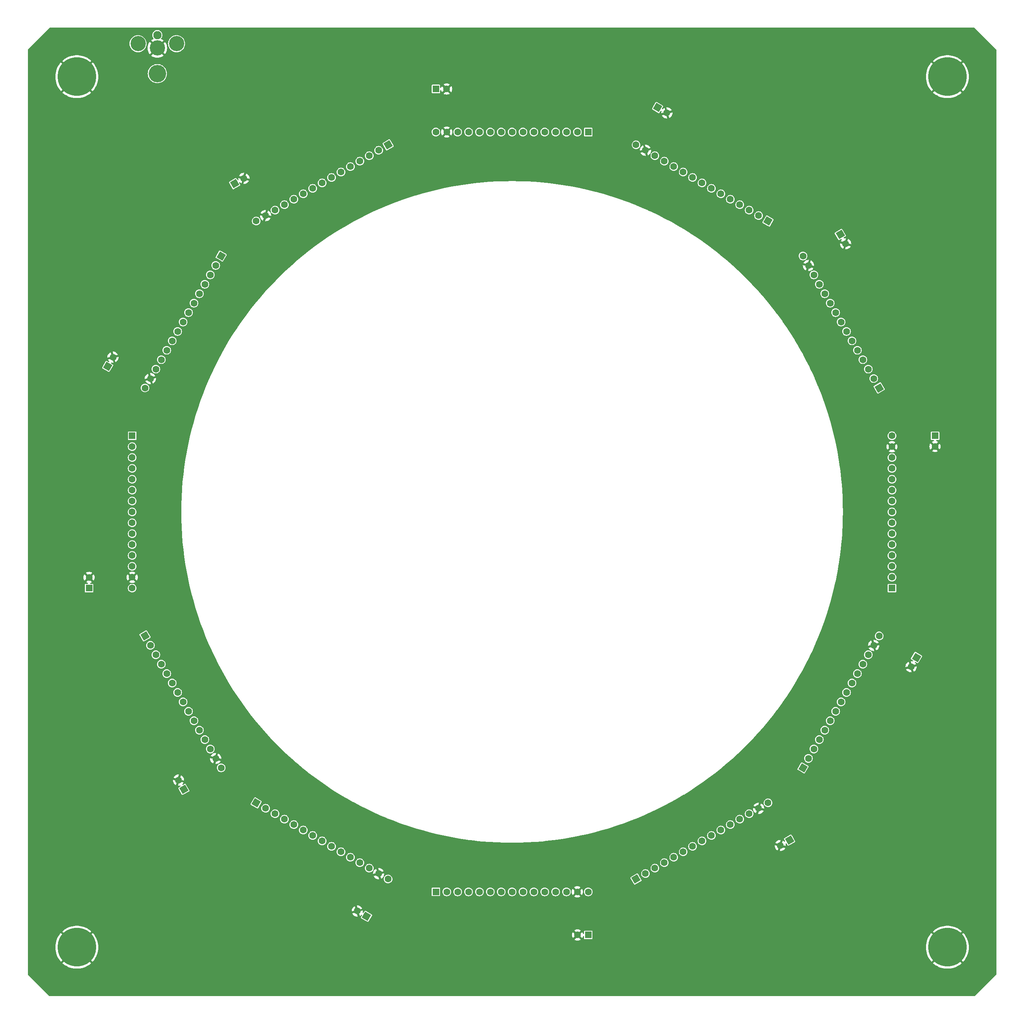
<source format=gbl>
%TF.GenerationSoftware,KiCad,Pcbnew,8.0.6-8.0.6-0~ubuntu22.04.1*%
%TF.CreationDate,2024-12-20T11:09:35-08:00*%
%TF.ProjectId,arena_top_12-12,6172656e-615f-4746-9f70-5f31322d3132,rev?*%
%TF.SameCoordinates,Original*%
%TF.FileFunction,Copper,L2,Bot*%
%TF.FilePolarity,Positive*%
%FSLAX46Y46*%
G04 Gerber Fmt 4.6, Leading zero omitted, Abs format (unit mm)*
G04 Created by KiCad (PCBNEW 8.0.6-8.0.6-0~ubuntu22.04.1) date 2024-12-20 11:09:35*
%MOMM*%
%LPD*%
G01*
G04 APERTURE LIST*
G04 Aperture macros list*
%AMRotRect*
0 Rectangle, with rotation*
0 The origin of the aperture is its center*
0 $1 length*
0 $2 width*
0 $3 Rotation angle, in degrees counterclockwise*
0 Add horizontal line*
21,1,$1,$2,0,0,$3*%
G04 Aperture macros list end*
%TA.AperFunction,ComponentPad*%
%ADD10R,1.600000X1.600000*%
%TD*%
%TA.AperFunction,ComponentPad*%
%ADD11C,1.600000*%
%TD*%
%TA.AperFunction,ComponentPad*%
%ADD12C,9.000000*%
%TD*%
%TA.AperFunction,ComponentPad*%
%ADD13C,3.556000*%
%TD*%
%TA.AperFunction,ComponentPad*%
%ADD14C,1.930400*%
%TD*%
%TA.AperFunction,ComponentPad*%
%ADD15C,4.064000*%
%TD*%
%TA.AperFunction,ComponentPad*%
%ADD16RotRect,1.600000X1.600000X240.000000*%
%TD*%
%TA.AperFunction,ComponentPad*%
%ADD17RotRect,1.600000X1.600000X210.000000*%
%TD*%
%TA.AperFunction,ComponentPad*%
%ADD18RotRect,1.600000X1.600000X150.000000*%
%TD*%
%TA.AperFunction,ComponentPad*%
%ADD19RotRect,1.600000X1.600000X300.000000*%
%TD*%
%TA.AperFunction,ComponentPad*%
%ADD20RotRect,1.600000X1.600000X60.000000*%
%TD*%
%TA.AperFunction,ComponentPad*%
%ADD21RotRect,1.600000X1.600000X30.000000*%
%TD*%
%TA.AperFunction,ComponentPad*%
%ADD22RotRect,1.600000X1.600000X120.000000*%
%TD*%
%TA.AperFunction,ComponentPad*%
%ADD23RotRect,1.600000X1.600000X330.000000*%
%TD*%
G04 APERTURE END LIST*
D10*
%TO.P,C16,1*%
%TO.N,+5V*%
X160020000Y-79070199D03*
D11*
%TO.P,C16,2*%
%TO.N,GND*%
X162520000Y-79070199D03*
%TD*%
D12*
%TO.P,H1,1,1*%
%TO.N,GND*%
X76200000Y-76200000D03*
%TD*%
D13*
%TO.P,J4,*%
%TO.N,*%
X90504200Y-68506600D03*
D14*
X95000000Y-66500000D03*
D13*
X99495800Y-68506600D03*
D15*
%TO.P,J4,1*%
%TO.N,+5V*%
X95000000Y-75491600D03*
D13*
%TO.P,J4,2*%
%TO.N,GND*%
X95000000Y-69497200D03*
%TD*%
D16*
%TO.P,C24,1*%
%TO.N,+5V*%
X272192515Y-211766968D03*
D11*
%TO.P,C24,2*%
%TO.N,GND*%
X270942515Y-213932032D03*
%TD*%
D17*
%TO.P,C23,1*%
%TO.N,+5V*%
X242562832Y-254412515D03*
D11*
%TO.P,C23,2*%
%TO.N,GND*%
X240397768Y-255662515D03*
%TD*%
D10*
%TO.P,C19,1*%
%TO.N,+5V*%
X79070199Y-195580000D03*
D11*
%TO.P,C19,2*%
%TO.N,GND*%
X79070199Y-193080000D03*
%TD*%
D18*
%TO.P,C21,1*%
%TO.N,+5V*%
X143833031Y-272192515D03*
D11*
%TO.P,C21,2*%
%TO.N,GND*%
X141667967Y-270942515D03*
%TD*%
D10*
%TO.P,C22,1*%
%TO.N,+5V*%
X195579999Y-276529800D03*
D11*
%TO.P,C22,2*%
%TO.N,GND*%
X193079999Y-276529800D03*
%TD*%
D12*
%TO.P,H3,1,1*%
%TO.N,GND*%
X279400000Y-279400000D03*
%TD*%
%TO.P,H4,1,1*%
%TO.N,GND*%
X76200000Y-279400000D03*
%TD*%
D19*
%TO.P,C14,1*%
%TO.N,+5V*%
X254412515Y-113037167D03*
D11*
%TO.P,C14,2*%
%TO.N,GND*%
X255662515Y-115202231D03*
%TD*%
D12*
%TO.P,H2,1,1*%
%TO.N,GND*%
X279400000Y-76200000D03*
%TD*%
D20*
%TO.P,C18,1*%
%TO.N,+5V*%
X83407484Y-143833031D03*
D11*
%TO.P,C18,2*%
%TO.N,GND*%
X84657484Y-141667967D03*
%TD*%
D21*
%TO.P,C17,1*%
%TO.N,+5V*%
X113037167Y-101187484D03*
D11*
%TO.P,C17,2*%
%TO.N,GND*%
X115202231Y-99937484D03*
%TD*%
D22*
%TO.P,C20,1*%
%TO.N,+5V*%
X101187484Y-242562832D03*
D11*
%TO.P,C20,2*%
%TO.N,GND*%
X99937484Y-240397768D03*
%TD*%
D23*
%TO.P,C15,1*%
%TO.N,+5V*%
X211766968Y-83407484D03*
D11*
%TO.P,C15,2*%
%TO.N,GND*%
X213932032Y-84657484D03*
%TD*%
D10*
%TO.P,C13,1*%
%TO.N,+5V*%
X276529800Y-160020000D03*
D11*
%TO.P,C13,2*%
%TO.N,GND*%
X276529800Y-162520000D03*
%TD*%
D10*
%TO.P,P10,1*%
%TO.N,unconnected-(P10-Pad1)*%
X160019999Y-266474028D03*
D11*
%TO.P,P10,2*%
%TO.N,unconnected-(P10-Pad2)*%
X162559999Y-266474028D03*
%TO.P,P10,3*%
%TO.N,unconnected-(P10-Pad3)*%
X165099999Y-266474028D03*
%TO.P,P10,4*%
%TO.N,unconnected-(P10-Pad4)*%
X167639999Y-266474028D03*
%TO.P,P10,5*%
%TO.N,unconnected-(P10-Pad5)*%
X170179999Y-266474028D03*
%TO.P,P10,6*%
%TO.N,unconnected-(P10-Pad6)*%
X172719999Y-266474028D03*
%TO.P,P10,7*%
%TO.N,unconnected-(P10-Pad7)*%
X175259999Y-266474028D03*
%TO.P,P10,8*%
%TO.N,unconnected-(P10-Pad8)*%
X177799999Y-266474028D03*
%TO.P,P10,9*%
%TO.N,unconnected-(P10-Pad9)*%
X180339999Y-266474028D03*
%TO.P,P10,10*%
%TO.N,unconnected-(P10-Pad10)*%
X182879999Y-266474028D03*
%TO.P,P10,11*%
%TO.N,unconnected-(P10-Pad11)*%
X185419999Y-266474028D03*
%TO.P,P10,12*%
%TO.N,unconnected-(P10-Pad12)*%
X187959999Y-266474028D03*
%TO.P,P10,13*%
%TO.N,unconnected-(P10-Pad13)*%
X190499999Y-266474028D03*
%TO.P,P10,14*%
%TO.N,GND*%
X193039999Y-266474028D03*
%TO.P,P10,15*%
%TO.N,+5V*%
X195579999Y-266474028D03*
%TD*%
D20*
%TO.P,P12,1*%
%TO.N,unconnected-(P12-Pad1)*%
X245703961Y-237534946D03*
D11*
%TO.P,P12,2*%
%TO.N,unconnected-(P12-Pad2)*%
X246973961Y-235335241D03*
%TO.P,P12,3*%
%TO.N,unconnected-(P12-Pad3)*%
X248243961Y-233135537D03*
%TO.P,P12,4*%
%TO.N,unconnected-(P12-Pad4)*%
X249513961Y-230935832D03*
%TO.P,P12,5*%
%TO.N,unconnected-(P12-Pad5)*%
X250783961Y-228736128D03*
%TO.P,P12,6*%
%TO.N,unconnected-(P12-Pad6)*%
X252053961Y-226536423D03*
%TO.P,P12,7*%
%TO.N,unconnected-(P12-Pad7)*%
X253323961Y-224336719D03*
%TO.P,P12,8*%
%TO.N,unconnected-(P12-Pad8)*%
X254593961Y-222137014D03*
%TO.P,P12,9*%
%TO.N,unconnected-(P12-Pad9)*%
X255863961Y-219937309D03*
%TO.P,P12,10*%
%TO.N,unconnected-(P12-Pad10)*%
X257133961Y-217737605D03*
%TO.P,P12,11*%
%TO.N,unconnected-(P12-Pad11)*%
X258403961Y-215537900D03*
%TO.P,P12,12*%
%TO.N,unconnected-(P12-Pad12)*%
X259673961Y-213338196D03*
%TO.P,P12,13*%
%TO.N,unconnected-(P12-Pad13)*%
X260943961Y-211138491D03*
%TO.P,P12,14*%
%TO.N,GND*%
X262213961Y-208938787D03*
%TO.P,P12,15*%
%TO.N,+5V*%
X263483961Y-206739082D03*
%TD*%
D10*
%TO.P,P7,1*%
%TO.N,unconnected-(P7-Pad1)*%
X89125971Y-160020000D03*
D11*
%TO.P,P7,2*%
%TO.N,unconnected-(P7-Pad2)*%
X89125971Y-162560000D03*
%TO.P,P7,3*%
%TO.N,unconnected-(P7-Pad3)*%
X89125971Y-165100000D03*
%TO.P,P7,4*%
%TO.N,unconnected-(P7-Pad4)*%
X89125971Y-167640000D03*
%TO.P,P7,5*%
%TO.N,unconnected-(P7-Pad5)*%
X89125971Y-170180000D03*
%TO.P,P7,6*%
%TO.N,unconnected-(P7-Pad6)*%
X89125971Y-172720000D03*
%TO.P,P7,7*%
%TO.N,unconnected-(P7-Pad7)*%
X89125971Y-175260000D03*
%TO.P,P7,8*%
%TO.N,unconnected-(P7-Pad8)*%
X89125971Y-177800000D03*
%TO.P,P7,9*%
%TO.N,unconnected-(P7-Pad9)*%
X89125971Y-180340000D03*
%TO.P,P7,10*%
%TO.N,unconnected-(P7-Pad10)*%
X89125971Y-182880000D03*
%TO.P,P7,11*%
%TO.N,unconnected-(P7-Pad11)*%
X89125971Y-185420000D03*
%TO.P,P7,12*%
%TO.N,unconnected-(P7-Pad12)*%
X89125971Y-187960000D03*
%TO.P,P7,13*%
%TO.N,unconnected-(P7-Pad13)*%
X89125971Y-190500000D03*
%TO.P,P7,14*%
%TO.N,GND*%
X89125971Y-193040000D03*
%TO.P,P7,15*%
%TO.N,+5V*%
X89125971Y-195580000D03*
%TD*%
D23*
%TO.P,P9,1*%
%TO.N,unconnected-(P9-Pad1)*%
X118065053Y-245703961D03*
D11*
%TO.P,P9,2*%
%TO.N,unconnected-(P9-Pad2)*%
X120264758Y-246973961D03*
%TO.P,P9,3*%
%TO.N,unconnected-(P9-Pad3)*%
X122464462Y-248243961D03*
%TO.P,P9,4*%
%TO.N,unconnected-(P9-Pad4)*%
X124664167Y-249513961D03*
%TO.P,P9,5*%
%TO.N,unconnected-(P9-Pad5)*%
X126863871Y-250783961D03*
%TO.P,P9,6*%
%TO.N,unconnected-(P9-Pad6)*%
X129063576Y-252053961D03*
%TO.P,P9,7*%
%TO.N,unconnected-(P9-Pad7)*%
X131263280Y-253323961D03*
%TO.P,P9,8*%
%TO.N,unconnected-(P9-Pad8)*%
X133462985Y-254593961D03*
%TO.P,P9,9*%
%TO.N,unconnected-(P9-Pad9)*%
X135662690Y-255863961D03*
%TO.P,P9,10*%
%TO.N,unconnected-(P9-Pad10)*%
X137862394Y-257133961D03*
%TO.P,P9,11*%
%TO.N,unconnected-(P9-Pad11)*%
X140062099Y-258403961D03*
%TO.P,P9,12*%
%TO.N,unconnected-(P9-Pad12)*%
X142261803Y-259673961D03*
%TO.P,P9,13*%
%TO.N,unconnected-(P9-Pad13)*%
X144461508Y-260943961D03*
%TO.P,P9,14*%
%TO.N,GND*%
X146661212Y-262213961D03*
%TO.P,P9,15*%
%TO.N,+5V*%
X148860917Y-263483961D03*
%TD*%
D21*
%TO.P,P11,1*%
%TO.N,unconnected-(P11-Pad1)*%
X206739082Y-263483961D03*
D11*
%TO.P,P11,2*%
%TO.N,unconnected-(P11-Pad2)*%
X208938787Y-262213961D03*
%TO.P,P11,3*%
%TO.N,unconnected-(P11-Pad3)*%
X211138491Y-260943961D03*
%TO.P,P11,4*%
%TO.N,unconnected-(P11-Pad4)*%
X213338196Y-259673961D03*
%TO.P,P11,5*%
%TO.N,unconnected-(P11-Pad5)*%
X215537900Y-258403961D03*
%TO.P,P11,6*%
%TO.N,unconnected-(P11-Pad6)*%
X217737605Y-257133961D03*
%TO.P,P11,7*%
%TO.N,unconnected-(P11-Pad7)*%
X219937309Y-255863961D03*
%TO.P,P11,8*%
%TO.N,unconnected-(P11-Pad8)*%
X222137014Y-254593961D03*
%TO.P,P11,9*%
%TO.N,unconnected-(P11-Pad9)*%
X224336719Y-253323961D03*
%TO.P,P11,10*%
%TO.N,unconnected-(P11-Pad10)*%
X226536423Y-252053961D03*
%TO.P,P11,11*%
%TO.N,unconnected-(P11-Pad11)*%
X228736128Y-250783961D03*
%TO.P,P11,12*%
%TO.N,unconnected-(P11-Pad12)*%
X230935832Y-249513961D03*
%TO.P,P11,13*%
%TO.N,unconnected-(P11-Pad13)*%
X233135537Y-248243961D03*
%TO.P,P11,14*%
%TO.N,GND*%
X235335241Y-246973961D03*
%TO.P,P11,15*%
%TO.N,+5V*%
X237534946Y-245703961D03*
%TD*%
D17*
%TO.P,P5,1*%
%TO.N,unconnected-(P5-Pad1)*%
X148860917Y-92116038D03*
D11*
%TO.P,P5,2*%
%TO.N,unconnected-(P5-Pad2)*%
X146661212Y-93386038D03*
%TO.P,P5,3*%
%TO.N,unconnected-(P5-Pad3)*%
X144461508Y-94656038D03*
%TO.P,P5,4*%
%TO.N,unconnected-(P5-Pad4)*%
X142261803Y-95926038D03*
%TO.P,P5,5*%
%TO.N,unconnected-(P5-Pad5)*%
X140062099Y-97196038D03*
%TO.P,P5,6*%
%TO.N,unconnected-(P5-Pad6)*%
X137862394Y-98466038D03*
%TO.P,P5,7*%
%TO.N,unconnected-(P5-Pad7)*%
X135662690Y-99736038D03*
%TO.P,P5,8*%
%TO.N,unconnected-(P5-Pad8)*%
X133462985Y-101006038D03*
%TO.P,P5,9*%
%TO.N,unconnected-(P5-Pad9)*%
X131263280Y-102276038D03*
%TO.P,P5,10*%
%TO.N,unconnected-(P5-Pad10)*%
X129063576Y-103546038D03*
%TO.P,P5,11*%
%TO.N,unconnected-(P5-Pad11)*%
X126863871Y-104816038D03*
%TO.P,P5,12*%
%TO.N,unconnected-(P5-Pad12)*%
X124664167Y-106086038D03*
%TO.P,P5,13*%
%TO.N,unconnected-(P5-Pad13)*%
X122464462Y-107356038D03*
%TO.P,P5,14*%
%TO.N,GND*%
X120264758Y-108626038D03*
%TO.P,P5,15*%
%TO.N,+5V*%
X118065053Y-109896038D03*
%TD*%
D10*
%TO.P,P4,1*%
%TO.N,unconnected-(P4-Pad1)*%
X195580000Y-89125971D03*
D11*
%TO.P,P4,2*%
%TO.N,unconnected-(P4-Pad2)*%
X193040000Y-89125971D03*
%TO.P,P4,3*%
%TO.N,unconnected-(P4-Pad3)*%
X190500000Y-89125971D03*
%TO.P,P4,4*%
%TO.N,unconnected-(P4-Pad4)*%
X187960000Y-89125971D03*
%TO.P,P4,5*%
%TO.N,unconnected-(P4-Pad5)*%
X185420000Y-89125971D03*
%TO.P,P4,6*%
%TO.N,unconnected-(P4-Pad6)*%
X182880000Y-89125971D03*
%TO.P,P4,7*%
%TO.N,unconnected-(P4-Pad7)*%
X180340000Y-89125971D03*
%TO.P,P4,8*%
%TO.N,unconnected-(P4-Pad8)*%
X177800000Y-89125971D03*
%TO.P,P4,9*%
%TO.N,unconnected-(P4-Pad9)*%
X175260000Y-89125971D03*
%TO.P,P4,10*%
%TO.N,unconnected-(P4-Pad10)*%
X172720000Y-89125971D03*
%TO.P,P4,11*%
%TO.N,unconnected-(P4-Pad11)*%
X170180000Y-89125971D03*
%TO.P,P4,12*%
%TO.N,unconnected-(P4-Pad12)*%
X167640000Y-89125971D03*
%TO.P,P4,13*%
%TO.N,unconnected-(P4-Pad13)*%
X165100000Y-89125971D03*
%TO.P,P4,14*%
%TO.N,GND*%
X162560000Y-89125971D03*
%TO.P,P4,15*%
%TO.N,+5V*%
X160020000Y-89125971D03*
%TD*%
D10*
%TO.P,P1,1*%
%TO.N,unconnected-(P1-Pad1)*%
X266474028Y-195580000D03*
D11*
%TO.P,P1,2*%
%TO.N,unconnected-(P1-Pad2)*%
X266474028Y-193040000D03*
%TO.P,P1,3*%
%TO.N,unconnected-(P1-Pad3)*%
X266474028Y-190500000D03*
%TO.P,P1,4*%
%TO.N,unconnected-(P1-Pad4)*%
X266474028Y-187960000D03*
%TO.P,P1,5*%
%TO.N,unconnected-(P1-Pad5)*%
X266474028Y-185420000D03*
%TO.P,P1,6*%
%TO.N,unconnected-(P1-Pad6)*%
X266474028Y-182880000D03*
%TO.P,P1,7*%
%TO.N,unconnected-(P1-Pad7)*%
X266474028Y-180340000D03*
%TO.P,P1,8*%
%TO.N,unconnected-(P1-Pad8)*%
X266474028Y-177800000D03*
%TO.P,P1,9*%
%TO.N,unconnected-(P1-Pad9)*%
X266474028Y-175260000D03*
%TO.P,P1,10*%
%TO.N,unconnected-(P1-Pad10)*%
X266474028Y-172720000D03*
%TO.P,P1,11*%
%TO.N,unconnected-(P1-Pad11)*%
X266474028Y-170180000D03*
%TO.P,P1,12*%
%TO.N,unconnected-(P1-Pad12)*%
X266474028Y-167640000D03*
%TO.P,P1,13*%
%TO.N,unconnected-(P1-Pad13)*%
X266474028Y-165100000D03*
%TO.P,P1,14*%
%TO.N,GND*%
X266474028Y-162560000D03*
%TO.P,P1,15*%
%TO.N,+5V*%
X266474028Y-160020000D03*
%TD*%
D16*
%TO.P,P6,1*%
%TO.N,unconnected-(P6-Pad1)*%
X109896038Y-118065053D03*
D11*
%TO.P,P6,2*%
%TO.N,unconnected-(P6-Pad2)*%
X108626038Y-120264758D03*
%TO.P,P6,3*%
%TO.N,unconnected-(P6-Pad3)*%
X107356038Y-122464462D03*
%TO.P,P6,4*%
%TO.N,unconnected-(P6-Pad4)*%
X106086038Y-124664167D03*
%TO.P,P6,5*%
%TO.N,unconnected-(P6-Pad5)*%
X104816038Y-126863871D03*
%TO.P,P6,6*%
%TO.N,unconnected-(P6-Pad6)*%
X103546038Y-129063576D03*
%TO.P,P6,7*%
%TO.N,unconnected-(P6-Pad7)*%
X102276038Y-131263280D03*
%TO.P,P6,8*%
%TO.N,unconnected-(P6-Pad8)*%
X101006038Y-133462985D03*
%TO.P,P6,9*%
%TO.N,unconnected-(P6-Pad9)*%
X99736038Y-135662690D03*
%TO.P,P6,10*%
%TO.N,unconnected-(P6-Pad10)*%
X98466038Y-137862394D03*
%TO.P,P6,11*%
%TO.N,unconnected-(P6-Pad11)*%
X97196038Y-140062099D03*
%TO.P,P6,12*%
%TO.N,unconnected-(P6-Pad12)*%
X95926038Y-142261803D03*
%TO.P,P6,13*%
%TO.N,unconnected-(P6-Pad13)*%
X94656038Y-144461508D03*
%TO.P,P6,14*%
%TO.N,GND*%
X93386038Y-146661212D03*
%TO.P,P6,15*%
%TO.N,+5V*%
X92116038Y-148860917D03*
%TD*%
D19*
%TO.P,P8,1*%
%TO.N,unconnected-(P8-Pad1)*%
X92116038Y-206739082D03*
D11*
%TO.P,P8,2*%
%TO.N,unconnected-(P8-Pad2)*%
X93386038Y-208938787D03*
%TO.P,P8,3*%
%TO.N,unconnected-(P8-Pad3)*%
X94656038Y-211138491D03*
%TO.P,P8,4*%
%TO.N,unconnected-(P8-Pad4)*%
X95926038Y-213338196D03*
%TO.P,P8,5*%
%TO.N,unconnected-(P8-Pad5)*%
X97196038Y-215537900D03*
%TO.P,P8,6*%
%TO.N,unconnected-(P8-Pad6)*%
X98466038Y-217737605D03*
%TO.P,P8,7*%
%TO.N,unconnected-(P8-Pad7)*%
X99736038Y-219937309D03*
%TO.P,P8,8*%
%TO.N,unconnected-(P8-Pad8)*%
X101006038Y-222137014D03*
%TO.P,P8,9*%
%TO.N,unconnected-(P8-Pad9)*%
X102276038Y-224336719D03*
%TO.P,P8,10*%
%TO.N,unconnected-(P8-Pad10)*%
X103546038Y-226536423D03*
%TO.P,P8,11*%
%TO.N,unconnected-(P8-Pad11)*%
X104816038Y-228736128D03*
%TO.P,P8,12*%
%TO.N,unconnected-(P8-Pad12)*%
X106086038Y-230935832D03*
%TO.P,P8,13*%
%TO.N,unconnected-(P8-Pad13)*%
X107356038Y-233135537D03*
%TO.P,P8,14*%
%TO.N,GND*%
X108626038Y-235335241D03*
%TO.P,P8,15*%
%TO.N,+5V*%
X109896038Y-237534946D03*
%TD*%
D22*
%TO.P,P2,1*%
%TO.N,unconnected-(P2-Pad1)*%
X263483961Y-148860917D03*
D11*
%TO.P,P2,2*%
%TO.N,unconnected-(P2-Pad2)*%
X262213961Y-146661212D03*
%TO.P,P2,3*%
%TO.N,unconnected-(P2-Pad3)*%
X260943961Y-144461508D03*
%TO.P,P2,4*%
%TO.N,unconnected-(P2-Pad4)*%
X259673961Y-142261803D03*
%TO.P,P2,5*%
%TO.N,unconnected-(P2-Pad5)*%
X258403961Y-140062099D03*
%TO.P,P2,6*%
%TO.N,unconnected-(P2-Pad6)*%
X257133961Y-137862394D03*
%TO.P,P2,7*%
%TO.N,unconnected-(P2-Pad7)*%
X255863961Y-135662690D03*
%TO.P,P2,8*%
%TO.N,unconnected-(P2-Pad8)*%
X254593961Y-133462985D03*
%TO.P,P2,9*%
%TO.N,unconnected-(P2-Pad9)*%
X253323961Y-131263280D03*
%TO.P,P2,10*%
%TO.N,unconnected-(P2-Pad10)*%
X252053961Y-129063576D03*
%TO.P,P2,11*%
%TO.N,unconnected-(P2-Pad11)*%
X250783961Y-126863871D03*
%TO.P,P2,12*%
%TO.N,unconnected-(P2-Pad12)*%
X249513961Y-124664167D03*
%TO.P,P2,13*%
%TO.N,unconnected-(P2-Pad13)*%
X248243961Y-122464462D03*
%TO.P,P2,14*%
%TO.N,GND*%
X246973961Y-120264758D03*
%TO.P,P2,15*%
%TO.N,+5V*%
X245703961Y-118065053D03*
%TD*%
D18*
%TO.P,P3,1*%
%TO.N,unconnected-(P3-Pad1)*%
X237534946Y-109896038D03*
D11*
%TO.P,P3,2*%
%TO.N,unconnected-(P3-Pad2)*%
X235335241Y-108626038D03*
%TO.P,P3,3*%
%TO.N,unconnected-(P3-Pad3)*%
X233135537Y-107356038D03*
%TO.P,P3,4*%
%TO.N,unconnected-(P3-Pad4)*%
X230935832Y-106086038D03*
%TO.P,P3,5*%
%TO.N,unconnected-(P3-Pad5)*%
X228736128Y-104816038D03*
%TO.P,P3,6*%
%TO.N,unconnected-(P3-Pad6)*%
X226536423Y-103546038D03*
%TO.P,P3,7*%
%TO.N,unconnected-(P3-Pad7)*%
X224336719Y-102276038D03*
%TO.P,P3,8*%
%TO.N,unconnected-(P3-Pad8)*%
X222137014Y-101006038D03*
%TO.P,P3,9*%
%TO.N,unconnected-(P3-Pad9)*%
X219937309Y-99736038D03*
%TO.P,P3,10*%
%TO.N,unconnected-(P3-Pad10)*%
X217737605Y-98466038D03*
%TO.P,P3,11*%
%TO.N,unconnected-(P3-Pad11)*%
X215537900Y-97196038D03*
%TO.P,P3,12*%
%TO.N,unconnected-(P3-Pad12)*%
X213338196Y-95926038D03*
%TO.P,P3,13*%
%TO.N,unconnected-(P3-Pad13)*%
X211138491Y-94656038D03*
%TO.P,P3,14*%
%TO.N,GND*%
X208938787Y-93386038D03*
%TO.P,P3,15*%
%TO.N,+5V*%
X206739082Y-92116038D03*
%TD*%
%TA.AperFunction,Conductor*%
%TO.N,GND*%
G36*
X285765677Y-64789685D02*
G01*
X285786319Y-64806319D01*
X290793681Y-69813681D01*
X290827166Y-69875004D01*
X290830000Y-69901362D01*
X290830000Y-285698638D01*
X290810315Y-285765677D01*
X290793681Y-285786319D01*
X285786319Y-290793681D01*
X285724996Y-290827166D01*
X285698638Y-290830000D01*
X69901362Y-290830000D01*
X69834323Y-290810315D01*
X69813681Y-290793681D01*
X64806319Y-285786319D01*
X64772834Y-285724996D01*
X64770000Y-285698638D01*
X64770000Y-279399996D01*
X71194960Y-279399996D01*
X71194960Y-279400003D01*
X71215108Y-279848638D01*
X71215109Y-279848647D01*
X71275393Y-280293686D01*
X71375325Y-280731519D01*
X71514106Y-281158642D01*
X71514109Y-281158650D01*
X71690609Y-281571594D01*
X71690613Y-281571602D01*
X71903433Y-281967087D01*
X71903433Y-281967088D01*
X72150833Y-282341883D01*
X72150834Y-282341884D01*
X72430845Y-282693008D01*
X72430848Y-282693011D01*
X72490766Y-282755680D01*
X74441777Y-280804668D01*
X74504731Y-280886711D01*
X74713289Y-281095269D01*
X74795330Y-281158221D01*
X72845134Y-283108417D01*
X73079403Y-283313093D01*
X73079420Y-283313106D01*
X73442734Y-283577070D01*
X73828270Y-283807417D01*
X73828285Y-283807425D01*
X74232876Y-284002265D01*
X74232892Y-284002271D01*
X74653352Y-284160073D01*
X74653368Y-284160079D01*
X75086266Y-284279551D01*
X75528150Y-284359741D01*
X75975453Y-284399999D01*
X75975457Y-284400000D01*
X76424543Y-284400000D01*
X76424546Y-284399999D01*
X76871849Y-284359741D01*
X77313733Y-284279551D01*
X77746631Y-284160079D01*
X77746647Y-284160073D01*
X78167107Y-284002271D01*
X78167123Y-284002265D01*
X78571714Y-283807425D01*
X78571729Y-283807417D01*
X78957265Y-283577070D01*
X79320579Y-283313106D01*
X79320596Y-283313093D01*
X79554864Y-283108417D01*
X77604669Y-281158222D01*
X77686711Y-281095269D01*
X77895269Y-280886711D01*
X77958222Y-280804669D01*
X79909232Y-282755679D01*
X79969158Y-282693003D01*
X80249165Y-282341884D01*
X80249166Y-282341883D01*
X80496566Y-281967088D01*
X80496566Y-281967087D01*
X80709386Y-281571602D01*
X80709390Y-281571594D01*
X80885890Y-281158650D01*
X80885893Y-281158642D01*
X81024674Y-280731519D01*
X81124606Y-280293686D01*
X81184890Y-279848647D01*
X81184891Y-279848638D01*
X81205040Y-279400003D01*
X81205040Y-279399996D01*
X274394960Y-279399996D01*
X274394960Y-279400003D01*
X274415108Y-279848638D01*
X274415109Y-279848647D01*
X274475393Y-280293686D01*
X274575325Y-280731519D01*
X274714106Y-281158642D01*
X274714109Y-281158650D01*
X274890609Y-281571594D01*
X274890613Y-281571602D01*
X275103433Y-281967087D01*
X275103433Y-281967088D01*
X275350833Y-282341883D01*
X275350834Y-282341884D01*
X275630845Y-282693008D01*
X275630848Y-282693011D01*
X275690766Y-282755680D01*
X277641777Y-280804668D01*
X277704731Y-280886711D01*
X277913289Y-281095269D01*
X277995330Y-281158221D01*
X276045134Y-283108417D01*
X276279403Y-283313093D01*
X276279420Y-283313106D01*
X276642734Y-283577070D01*
X277028270Y-283807417D01*
X277028285Y-283807425D01*
X277432876Y-284002265D01*
X277432892Y-284002271D01*
X277853352Y-284160073D01*
X277853368Y-284160079D01*
X278286266Y-284279551D01*
X278728150Y-284359741D01*
X279175453Y-284399999D01*
X279175457Y-284400000D01*
X279624543Y-284400000D01*
X279624546Y-284399999D01*
X280071849Y-284359741D01*
X280513733Y-284279551D01*
X280946631Y-284160079D01*
X280946647Y-284160073D01*
X281367107Y-284002271D01*
X281367123Y-284002265D01*
X281771714Y-283807425D01*
X281771729Y-283807417D01*
X282157265Y-283577070D01*
X282520579Y-283313106D01*
X282520596Y-283313093D01*
X282754864Y-283108417D01*
X280804669Y-281158222D01*
X280886711Y-281095269D01*
X281095269Y-280886711D01*
X281158222Y-280804669D01*
X283109232Y-282755679D01*
X283169158Y-282693003D01*
X283449165Y-282341884D01*
X283449166Y-282341883D01*
X283696566Y-281967088D01*
X283696566Y-281967087D01*
X283909386Y-281571602D01*
X283909390Y-281571594D01*
X284085890Y-281158650D01*
X284085893Y-281158642D01*
X284224674Y-280731519D01*
X284324606Y-280293686D01*
X284384890Y-279848647D01*
X284384891Y-279848638D01*
X284405040Y-279400003D01*
X284405040Y-279399996D01*
X284384891Y-278951361D01*
X284384890Y-278951352D01*
X284324606Y-278506313D01*
X284224674Y-278068480D01*
X284085893Y-277641357D01*
X284085890Y-277641349D01*
X283909390Y-277228405D01*
X283909386Y-277228397D01*
X283696566Y-276832912D01*
X283696566Y-276832911D01*
X283449166Y-276458116D01*
X283449165Y-276458115D01*
X283169154Y-276106991D01*
X283169151Y-276106988D01*
X283109232Y-276044318D01*
X281158221Y-277995329D01*
X281095269Y-277913289D01*
X280886711Y-277704731D01*
X280804668Y-277641776D01*
X282754864Y-275691581D01*
X282520596Y-275486906D01*
X282520579Y-275486893D01*
X282157265Y-275222929D01*
X281771729Y-274992582D01*
X281771714Y-274992574D01*
X281367123Y-274797734D01*
X281367107Y-274797728D01*
X280946647Y-274639926D01*
X280946631Y-274639920D01*
X280513733Y-274520448D01*
X280071849Y-274440258D01*
X279624546Y-274400000D01*
X279175453Y-274400000D01*
X278728150Y-274440258D01*
X278286266Y-274520448D01*
X277853368Y-274639920D01*
X277853352Y-274639926D01*
X277432892Y-274797728D01*
X277432876Y-274797734D01*
X277028285Y-274992574D01*
X277028270Y-274992582D01*
X276642734Y-275222929D01*
X276279411Y-275486899D01*
X276045134Y-275691580D01*
X276045134Y-275691581D01*
X277995330Y-277641777D01*
X277913289Y-277704731D01*
X277704731Y-277913289D01*
X277641778Y-277995330D01*
X275690766Y-276044318D01*
X275690765Y-276044318D01*
X275630857Y-276106978D01*
X275630846Y-276106991D01*
X275350834Y-276458115D01*
X275350833Y-276458116D01*
X275103433Y-276832911D01*
X275103433Y-276832912D01*
X274890613Y-277228397D01*
X274890609Y-277228405D01*
X274714109Y-277641349D01*
X274714106Y-277641357D01*
X274575325Y-278068480D01*
X274475393Y-278506313D01*
X274415109Y-278951352D01*
X274415108Y-278951361D01*
X274394960Y-279399996D01*
X81205040Y-279399996D01*
X81184891Y-278951361D01*
X81184890Y-278951352D01*
X81124606Y-278506313D01*
X81024674Y-278068480D01*
X80885893Y-277641357D01*
X80885890Y-277641349D01*
X80709390Y-277228405D01*
X80709386Y-277228397D01*
X80496566Y-276832912D01*
X80496566Y-276832911D01*
X80296482Y-276529797D01*
X191775033Y-276529797D01*
X191775033Y-276529802D01*
X191794857Y-276756399D01*
X191794859Y-276756410D01*
X191853729Y-276976117D01*
X191853734Y-276976131D01*
X191949862Y-277182278D01*
X192000973Y-277255272D01*
X192679999Y-276576246D01*
X192679999Y-276582461D01*
X192707258Y-276684194D01*
X192759919Y-276775406D01*
X192834393Y-276849880D01*
X192925605Y-276902541D01*
X193027338Y-276929800D01*
X193033552Y-276929800D01*
X192354525Y-277608825D01*
X192427512Y-277659932D01*
X192427520Y-277659936D01*
X192633667Y-277756064D01*
X192633681Y-277756069D01*
X192853388Y-277814939D01*
X192853399Y-277814941D01*
X193079997Y-277834766D01*
X193080001Y-277834766D01*
X193306598Y-277814941D01*
X193306609Y-277814939D01*
X193526316Y-277756069D01*
X193526330Y-277756064D01*
X193732477Y-277659936D01*
X193805470Y-277608824D01*
X193126446Y-276929800D01*
X193132660Y-276929800D01*
X193234393Y-276902541D01*
X193325605Y-276849880D01*
X193400079Y-276775406D01*
X193452740Y-276684194D01*
X193479999Y-276582461D01*
X193479999Y-276576247D01*
X194159023Y-277255271D01*
X194210135Y-277182278D01*
X194306263Y-276976131D01*
X194306268Y-276976117D01*
X194335724Y-276866187D01*
X194372089Y-276806526D01*
X194434936Y-276775997D01*
X194504311Y-276784292D01*
X194558189Y-276828777D01*
X194579464Y-276895329D01*
X194579499Y-276898280D01*
X194579499Y-277349552D01*
X194591130Y-277408029D01*
X194591131Y-277408030D01*
X194635446Y-277474352D01*
X194701768Y-277518667D01*
X194701769Y-277518668D01*
X194760246Y-277530299D01*
X194760249Y-277530300D01*
X194760251Y-277530300D01*
X196399749Y-277530300D01*
X196399750Y-277530299D01*
X196414567Y-277527352D01*
X196458228Y-277518668D01*
X196458228Y-277518667D01*
X196458230Y-277518667D01*
X196524551Y-277474352D01*
X196568866Y-277408031D01*
X196568866Y-277408029D01*
X196568867Y-277408029D01*
X196580498Y-277349552D01*
X196580499Y-277349550D01*
X196580499Y-275710049D01*
X196580498Y-275710047D01*
X196568867Y-275651570D01*
X196568866Y-275651569D01*
X196524551Y-275585247D01*
X196458229Y-275540932D01*
X196458228Y-275540931D01*
X196399751Y-275529300D01*
X196399747Y-275529300D01*
X194760251Y-275529300D01*
X194760246Y-275529300D01*
X194701769Y-275540931D01*
X194701768Y-275540932D01*
X194635446Y-275585247D01*
X194591131Y-275651569D01*
X194591130Y-275651570D01*
X194579499Y-275710047D01*
X194579499Y-276161319D01*
X194559814Y-276228358D01*
X194507010Y-276274113D01*
X194437852Y-276284057D01*
X194374296Y-276255032D01*
X194336522Y-276196254D01*
X194335724Y-276193413D01*
X194306267Y-276083479D01*
X194306263Y-276083468D01*
X194210135Y-275877321D01*
X194210131Y-275877313D01*
X194159024Y-275804326D01*
X193479999Y-276483351D01*
X193479999Y-276477139D01*
X193452740Y-276375406D01*
X193400079Y-276284194D01*
X193325605Y-276209720D01*
X193234393Y-276157059D01*
X193132660Y-276129800D01*
X193126447Y-276129800D01*
X193805471Y-275450774D01*
X193732477Y-275399663D01*
X193526330Y-275303535D01*
X193526316Y-275303530D01*
X193306609Y-275244660D01*
X193306598Y-275244658D01*
X193080001Y-275224834D01*
X193079997Y-275224834D01*
X192853399Y-275244658D01*
X192853388Y-275244660D01*
X192633681Y-275303530D01*
X192633672Y-275303534D01*
X192427515Y-275399666D01*
X192427511Y-275399668D01*
X192354525Y-275450773D01*
X192354525Y-275450774D01*
X193033552Y-276129800D01*
X193027338Y-276129800D01*
X192925605Y-276157059D01*
X192834393Y-276209720D01*
X192759919Y-276284194D01*
X192707258Y-276375406D01*
X192679999Y-276477139D01*
X192679999Y-276483352D01*
X192000973Y-275804326D01*
X192000972Y-275804326D01*
X191949867Y-275877312D01*
X191949865Y-275877316D01*
X191853733Y-276083473D01*
X191853729Y-276083482D01*
X191794859Y-276303189D01*
X191794857Y-276303200D01*
X191775033Y-276529797D01*
X80296482Y-276529797D01*
X80249166Y-276458116D01*
X80249165Y-276458115D01*
X79969154Y-276106991D01*
X79969151Y-276106988D01*
X79909232Y-276044318D01*
X77958221Y-277995329D01*
X77895269Y-277913289D01*
X77686711Y-277704731D01*
X77604668Y-277641776D01*
X79554864Y-275691581D01*
X79320596Y-275486906D01*
X79320579Y-275486893D01*
X78957265Y-275222929D01*
X78571729Y-274992582D01*
X78571714Y-274992574D01*
X78167123Y-274797734D01*
X78167107Y-274797728D01*
X77746647Y-274639926D01*
X77746631Y-274639920D01*
X77313733Y-274520448D01*
X76871849Y-274440258D01*
X76424546Y-274400000D01*
X75975453Y-274400000D01*
X75528150Y-274440258D01*
X75086266Y-274520448D01*
X74653368Y-274639920D01*
X74653352Y-274639926D01*
X74232892Y-274797728D01*
X74232876Y-274797734D01*
X73828285Y-274992574D01*
X73828270Y-274992582D01*
X73442734Y-275222929D01*
X73079411Y-275486899D01*
X72845134Y-275691580D01*
X72845134Y-275691581D01*
X74795330Y-277641777D01*
X74713289Y-277704731D01*
X74504731Y-277913289D01*
X74441778Y-277995330D01*
X72490766Y-276044318D01*
X72490765Y-276044318D01*
X72430857Y-276106978D01*
X72430846Y-276106991D01*
X72150834Y-276458115D01*
X72150833Y-276458116D01*
X71903433Y-276832911D01*
X71903433Y-276832912D01*
X71690613Y-277228397D01*
X71690609Y-277228405D01*
X71514109Y-277641349D01*
X71514106Y-277641357D01*
X71375325Y-278068480D01*
X71275393Y-278506313D01*
X71215109Y-278951352D01*
X71215108Y-278951361D01*
X71194960Y-279399996D01*
X64770000Y-279399996D01*
X64770000Y-270942512D01*
X140363001Y-270942512D01*
X140363001Y-270942517D01*
X140370765Y-271031279D01*
X141298334Y-270782736D01*
X141295226Y-270788121D01*
X141267967Y-270889854D01*
X141267967Y-270995176D01*
X141295226Y-271096909D01*
X141347887Y-271188121D01*
X141422361Y-271262595D01*
X141427741Y-271265701D01*
X140500175Y-271514242D01*
X140537832Y-271594997D01*
X140668309Y-271781335D01*
X140829146Y-271942172D01*
X141015484Y-272072649D01*
X141221640Y-272168780D01*
X141221649Y-272168784D01*
X141441356Y-272227654D01*
X141441367Y-272227656D01*
X141667965Y-272247481D01*
X141667969Y-272247481D01*
X141756731Y-272239715D01*
X141508189Y-271312147D01*
X141513573Y-271315256D01*
X141615306Y-271342515D01*
X141720628Y-271342515D01*
X141822361Y-271315256D01*
X141913573Y-271262595D01*
X141988047Y-271188121D01*
X141991153Y-271182739D01*
X142239694Y-272110305D01*
X142320449Y-272072649D01*
X142506783Y-271942175D01*
X142587267Y-271861691D01*
X142648590Y-271828206D01*
X142718282Y-271833190D01*
X142774216Y-271875061D01*
X142798633Y-271940525D01*
X142783782Y-272008798D01*
X142782336Y-272011372D01*
X142556699Y-272402186D01*
X142556698Y-272402189D01*
X142537532Y-272458649D01*
X142537532Y-272458651D01*
X142537532Y-272458652D01*
X142542749Y-272538245D01*
X142578027Y-272609783D01*
X142622858Y-272649099D01*
X144042704Y-273468847D01*
X144099168Y-273488014D01*
X144178761Y-273482797D01*
X144250299Y-273447519D01*
X144289615Y-273402688D01*
X145109363Y-271982842D01*
X145128530Y-271926378D01*
X145123313Y-271846785D01*
X145088035Y-271775247D01*
X145059648Y-271750352D01*
X145043208Y-271735934D01*
X145043201Y-271735929D01*
X143623359Y-270916183D01*
X143623356Y-270916182D01*
X143566896Y-270897016D01*
X143566894Y-270897016D01*
X143487301Y-270902233D01*
X143415763Y-270937511D01*
X143376450Y-270982337D01*
X143376445Y-270982344D01*
X143150811Y-271373154D01*
X143100244Y-271421370D01*
X143031637Y-271434593D01*
X142966772Y-271408625D01*
X142926244Y-271351710D01*
X142922919Y-271281920D01*
X142923649Y-271279060D01*
X142953107Y-271169121D01*
X142953108Y-271169114D01*
X142972933Y-270942517D01*
X142972933Y-270942512D01*
X142965167Y-270853749D01*
X142037601Y-271102290D01*
X142040708Y-271096909D01*
X142067967Y-270995176D01*
X142067967Y-270889854D01*
X142040708Y-270788121D01*
X141988047Y-270696909D01*
X141913573Y-270622435D01*
X141908189Y-270619326D01*
X142835757Y-270370786D01*
X142798102Y-270290034D01*
X142667624Y-270103694D01*
X142506787Y-269942857D01*
X142320449Y-269812380D01*
X142114293Y-269716249D01*
X142114284Y-269716245D01*
X141894577Y-269657375D01*
X141894566Y-269657373D01*
X141667969Y-269637549D01*
X141667964Y-269637549D01*
X141579201Y-269645313D01*
X141827742Y-270572881D01*
X141822361Y-270569774D01*
X141720628Y-270542515D01*
X141615306Y-270542515D01*
X141513573Y-270569774D01*
X141422361Y-270622435D01*
X141347887Y-270696909D01*
X141344779Y-270702292D01*
X141096238Y-269774723D01*
X141015486Y-269812379D01*
X140829146Y-269942857D01*
X140668309Y-270103694D01*
X140537832Y-270290032D01*
X140441701Y-270496188D01*
X140441697Y-270496197D01*
X140382827Y-270715904D01*
X140382825Y-270715915D01*
X140363001Y-270942512D01*
X64770000Y-270942512D01*
X64770000Y-265654275D01*
X159019499Y-265654275D01*
X159019499Y-267293780D01*
X159031130Y-267352257D01*
X159031131Y-267352258D01*
X159075446Y-267418580D01*
X159141768Y-267462895D01*
X159141769Y-267462896D01*
X159200246Y-267474527D01*
X159200249Y-267474528D01*
X159200251Y-267474528D01*
X160839749Y-267474528D01*
X160839750Y-267474527D01*
X160854567Y-267471580D01*
X160898228Y-267462896D01*
X160898228Y-267462895D01*
X160898230Y-267462895D01*
X160964551Y-267418580D01*
X161008866Y-267352259D01*
X161008866Y-267352257D01*
X161008867Y-267352257D01*
X161020498Y-267293780D01*
X161020499Y-267293778D01*
X161020499Y-266474028D01*
X161554658Y-266474028D01*
X161573974Y-266670157D01*
X161573975Y-266670160D01*
X161621728Y-266827581D01*
X161631187Y-266858761D01*
X161724085Y-267032560D01*
X161724089Y-267032567D01*
X161849115Y-267184911D01*
X162001459Y-267309937D01*
X162001466Y-267309941D01*
X162175265Y-267402839D01*
X162175268Y-267402839D01*
X162175272Y-267402842D01*
X162363867Y-267460052D01*
X162559999Y-267479369D01*
X162756131Y-267460052D01*
X162944726Y-267402842D01*
X163118537Y-267309938D01*
X163270882Y-267184911D01*
X163395909Y-267032566D01*
X163488813Y-266858755D01*
X163546023Y-266670160D01*
X163565340Y-266474028D01*
X164094658Y-266474028D01*
X164113974Y-266670157D01*
X164113975Y-266670160D01*
X164161728Y-266827581D01*
X164171187Y-266858761D01*
X164264085Y-267032560D01*
X164264089Y-267032567D01*
X164389115Y-267184911D01*
X164541459Y-267309937D01*
X164541466Y-267309941D01*
X164715265Y-267402839D01*
X164715268Y-267402839D01*
X164715272Y-267402842D01*
X164903867Y-267460052D01*
X165099999Y-267479369D01*
X165296131Y-267460052D01*
X165484726Y-267402842D01*
X165658537Y-267309938D01*
X165810882Y-267184911D01*
X165935909Y-267032566D01*
X166028813Y-266858755D01*
X166086023Y-266670160D01*
X166105340Y-266474028D01*
X166634658Y-266474028D01*
X166653974Y-266670157D01*
X166653975Y-266670160D01*
X166701728Y-266827581D01*
X166711187Y-266858761D01*
X166804085Y-267032560D01*
X166804089Y-267032567D01*
X166929115Y-267184911D01*
X167081459Y-267309937D01*
X167081466Y-267309941D01*
X167255265Y-267402839D01*
X167255268Y-267402839D01*
X167255272Y-267402842D01*
X167443867Y-267460052D01*
X167639999Y-267479369D01*
X167836131Y-267460052D01*
X168024726Y-267402842D01*
X168198537Y-267309938D01*
X168350882Y-267184911D01*
X168475909Y-267032566D01*
X168568813Y-266858755D01*
X168626023Y-266670160D01*
X168645340Y-266474028D01*
X169174658Y-266474028D01*
X169193974Y-266670157D01*
X169193975Y-266670160D01*
X169241728Y-266827581D01*
X169251187Y-266858761D01*
X169344085Y-267032560D01*
X169344089Y-267032567D01*
X169469115Y-267184911D01*
X169621459Y-267309937D01*
X169621466Y-267309941D01*
X169795265Y-267402839D01*
X169795268Y-267402839D01*
X169795272Y-267402842D01*
X169983867Y-267460052D01*
X170179999Y-267479369D01*
X170376131Y-267460052D01*
X170564726Y-267402842D01*
X170738537Y-267309938D01*
X170890882Y-267184911D01*
X171015909Y-267032566D01*
X171108813Y-266858755D01*
X171166023Y-266670160D01*
X171185340Y-266474028D01*
X171714658Y-266474028D01*
X171733974Y-266670157D01*
X171733975Y-266670160D01*
X171781728Y-266827581D01*
X171791187Y-266858761D01*
X171884085Y-267032560D01*
X171884089Y-267032567D01*
X172009115Y-267184911D01*
X172161459Y-267309937D01*
X172161466Y-267309941D01*
X172335265Y-267402839D01*
X172335268Y-267402839D01*
X172335272Y-267402842D01*
X172523867Y-267460052D01*
X172719999Y-267479369D01*
X172916131Y-267460052D01*
X173104726Y-267402842D01*
X173278537Y-267309938D01*
X173430882Y-267184911D01*
X173555909Y-267032566D01*
X173648813Y-266858755D01*
X173706023Y-266670160D01*
X173725340Y-266474028D01*
X174254658Y-266474028D01*
X174273974Y-266670157D01*
X174273975Y-266670160D01*
X174321728Y-266827581D01*
X174331187Y-266858761D01*
X174424085Y-267032560D01*
X174424089Y-267032567D01*
X174549115Y-267184911D01*
X174701459Y-267309937D01*
X174701466Y-267309941D01*
X174875265Y-267402839D01*
X174875268Y-267402839D01*
X174875272Y-267402842D01*
X175063867Y-267460052D01*
X175259999Y-267479369D01*
X175456131Y-267460052D01*
X175644726Y-267402842D01*
X175818537Y-267309938D01*
X175970882Y-267184911D01*
X176095909Y-267032566D01*
X176188813Y-266858755D01*
X176246023Y-266670160D01*
X176265340Y-266474028D01*
X176794658Y-266474028D01*
X176813974Y-266670157D01*
X176813975Y-266670160D01*
X176861728Y-266827581D01*
X176871187Y-266858761D01*
X176964085Y-267032560D01*
X176964089Y-267032567D01*
X177089115Y-267184911D01*
X177241459Y-267309937D01*
X177241466Y-267309941D01*
X177415265Y-267402839D01*
X177415268Y-267402839D01*
X177415272Y-267402842D01*
X177603867Y-267460052D01*
X177799999Y-267479369D01*
X177996131Y-267460052D01*
X178184726Y-267402842D01*
X178358537Y-267309938D01*
X178510882Y-267184911D01*
X178635909Y-267032566D01*
X178728813Y-266858755D01*
X178786023Y-266670160D01*
X178805340Y-266474028D01*
X179334658Y-266474028D01*
X179353974Y-266670157D01*
X179353975Y-266670160D01*
X179401728Y-266827581D01*
X179411187Y-266858761D01*
X179504085Y-267032560D01*
X179504089Y-267032567D01*
X179629115Y-267184911D01*
X179781459Y-267309937D01*
X179781466Y-267309941D01*
X179955265Y-267402839D01*
X179955268Y-267402839D01*
X179955272Y-267402842D01*
X180143867Y-267460052D01*
X180339999Y-267479369D01*
X180536131Y-267460052D01*
X180724726Y-267402842D01*
X180898537Y-267309938D01*
X181050882Y-267184911D01*
X181175909Y-267032566D01*
X181268813Y-266858755D01*
X181326023Y-266670160D01*
X181345340Y-266474028D01*
X181874658Y-266474028D01*
X181893974Y-266670157D01*
X181893975Y-266670160D01*
X181941728Y-266827581D01*
X181951187Y-266858761D01*
X182044085Y-267032560D01*
X182044089Y-267032567D01*
X182169115Y-267184911D01*
X182321459Y-267309937D01*
X182321466Y-267309941D01*
X182495265Y-267402839D01*
X182495268Y-267402839D01*
X182495272Y-267402842D01*
X182683867Y-267460052D01*
X182879999Y-267479369D01*
X183076131Y-267460052D01*
X183264726Y-267402842D01*
X183438537Y-267309938D01*
X183590882Y-267184911D01*
X183715909Y-267032566D01*
X183808813Y-266858755D01*
X183866023Y-266670160D01*
X183885340Y-266474028D01*
X184414658Y-266474028D01*
X184433974Y-266670157D01*
X184433975Y-266670160D01*
X184481728Y-266827581D01*
X184491187Y-266858761D01*
X184584085Y-267032560D01*
X184584089Y-267032567D01*
X184709115Y-267184911D01*
X184861459Y-267309937D01*
X184861466Y-267309941D01*
X185035265Y-267402839D01*
X185035268Y-267402839D01*
X185035272Y-267402842D01*
X185223867Y-267460052D01*
X185419999Y-267479369D01*
X185616131Y-267460052D01*
X185804726Y-267402842D01*
X185978537Y-267309938D01*
X186130882Y-267184911D01*
X186255909Y-267032566D01*
X186348813Y-266858755D01*
X186406023Y-266670160D01*
X186425340Y-266474028D01*
X186954658Y-266474028D01*
X186973974Y-266670157D01*
X186973975Y-266670160D01*
X187021728Y-266827581D01*
X187031187Y-266858761D01*
X187124085Y-267032560D01*
X187124089Y-267032567D01*
X187249115Y-267184911D01*
X187401459Y-267309937D01*
X187401466Y-267309941D01*
X187575265Y-267402839D01*
X187575268Y-267402839D01*
X187575272Y-267402842D01*
X187763867Y-267460052D01*
X187959999Y-267479369D01*
X188156131Y-267460052D01*
X188344726Y-267402842D01*
X188518537Y-267309938D01*
X188670882Y-267184911D01*
X188795909Y-267032566D01*
X188888813Y-266858755D01*
X188946023Y-266670160D01*
X188965340Y-266474028D01*
X189494658Y-266474028D01*
X189513974Y-266670157D01*
X189513975Y-266670160D01*
X189561728Y-266827581D01*
X189571187Y-266858761D01*
X189664085Y-267032560D01*
X189664089Y-267032567D01*
X189789115Y-267184911D01*
X189941459Y-267309937D01*
X189941466Y-267309941D01*
X190115265Y-267402839D01*
X190115268Y-267402839D01*
X190115272Y-267402842D01*
X190303867Y-267460052D01*
X190499999Y-267479369D01*
X190696131Y-267460052D01*
X190884726Y-267402842D01*
X191058537Y-267309938D01*
X191210882Y-267184911D01*
X191335909Y-267032566D01*
X191428813Y-266858755D01*
X191486023Y-266670160D01*
X191496273Y-266566082D01*
X191522433Y-266501296D01*
X191560298Y-266474502D01*
X191677966Y-266474502D01*
X191709673Y-266492934D01*
X191741504Y-266555131D01*
X191743204Y-266567429D01*
X191754857Y-266700628D01*
X191754859Y-266700638D01*
X191813729Y-266920345D01*
X191813734Y-266920359D01*
X191909862Y-267126506D01*
X191960973Y-267199500D01*
X192550503Y-266609969D01*
X192566618Y-266670109D01*
X192633497Y-266785948D01*
X192728079Y-266880530D01*
X192843918Y-266947409D01*
X192904056Y-266963522D01*
X192314525Y-267553053D01*
X192387512Y-267604160D01*
X192387520Y-267604164D01*
X192593667Y-267700292D01*
X192593681Y-267700297D01*
X192813388Y-267759167D01*
X192813399Y-267759169D01*
X193039997Y-267778994D01*
X193040001Y-267778994D01*
X193266598Y-267759169D01*
X193266609Y-267759167D01*
X193486316Y-267700297D01*
X193486330Y-267700292D01*
X193692477Y-267604164D01*
X193765470Y-267553052D01*
X193175941Y-266963523D01*
X193236080Y-266947409D01*
X193351919Y-266880530D01*
X193446501Y-266785948D01*
X193513380Y-266670109D01*
X193529494Y-266609970D01*
X194119023Y-267199499D01*
X194170135Y-267126506D01*
X194266263Y-266920359D01*
X194266268Y-266920345D01*
X194325138Y-266700638D01*
X194325140Y-266700627D01*
X194336793Y-266567430D01*
X194362245Y-266502361D01*
X194400817Y-266474430D01*
X194518458Y-266474430D01*
X194549382Y-266491958D01*
X194581890Y-266553804D01*
X194583724Y-266566083D01*
X194593974Y-266670157D01*
X194593975Y-266670160D01*
X194641728Y-266827581D01*
X194651187Y-266858761D01*
X194744085Y-267032560D01*
X194744089Y-267032567D01*
X194869115Y-267184911D01*
X195021459Y-267309937D01*
X195021466Y-267309941D01*
X195195265Y-267402839D01*
X195195268Y-267402839D01*
X195195272Y-267402842D01*
X195383867Y-267460052D01*
X195579999Y-267479369D01*
X195776131Y-267460052D01*
X195964726Y-267402842D01*
X196138537Y-267309938D01*
X196290882Y-267184911D01*
X196415909Y-267032566D01*
X196508813Y-266858755D01*
X196566023Y-266670160D01*
X196585340Y-266474028D01*
X196566023Y-266277896D01*
X196508813Y-266089301D01*
X196508810Y-266089297D01*
X196508810Y-266089294D01*
X196415912Y-265915495D01*
X196415908Y-265915488D01*
X196290882Y-265763144D01*
X196138538Y-265638118D01*
X196138531Y-265638114D01*
X195964732Y-265545216D01*
X195964726Y-265545214D01*
X195776131Y-265488004D01*
X195776128Y-265488003D01*
X195579999Y-265468687D01*
X195383869Y-265488003D01*
X195195265Y-265545216D01*
X195021466Y-265638114D01*
X195021459Y-265638118D01*
X194869115Y-265763144D01*
X194744089Y-265915488D01*
X194744085Y-265915495D01*
X194651187Y-266089294D01*
X194593974Y-266277898D01*
X194583724Y-266381973D01*
X194557563Y-266446760D01*
X194518458Y-266474430D01*
X194400817Y-266474430D01*
X194402030Y-266473552D01*
X194370324Y-266455120D01*
X194338492Y-266392922D01*
X194336793Y-266380625D01*
X194325140Y-266247428D01*
X194325138Y-266247417D01*
X194266268Y-266027710D01*
X194266263Y-266027696D01*
X194170135Y-265821549D01*
X194170131Y-265821541D01*
X194119024Y-265748554D01*
X193529493Y-266338085D01*
X193513380Y-266277947D01*
X193446501Y-266162108D01*
X193351919Y-266067526D01*
X193236080Y-266000647D01*
X193175941Y-265984533D01*
X193765471Y-265395002D01*
X193692477Y-265343891D01*
X193486330Y-265247763D01*
X193486316Y-265247758D01*
X193266609Y-265188888D01*
X193266598Y-265188886D01*
X193040001Y-265169062D01*
X193039997Y-265169062D01*
X192813399Y-265188886D01*
X192813388Y-265188888D01*
X192593681Y-265247758D01*
X192593672Y-265247762D01*
X192387515Y-265343894D01*
X192387511Y-265343896D01*
X192314525Y-265395001D01*
X192314525Y-265395002D01*
X192904056Y-265984532D01*
X192843918Y-266000647D01*
X192728079Y-266067526D01*
X192633497Y-266162108D01*
X192566618Y-266277947D01*
X192550504Y-266338085D01*
X191960973Y-265748554D01*
X191960972Y-265748554D01*
X191909867Y-265821540D01*
X191909865Y-265821544D01*
X191813733Y-266027701D01*
X191813729Y-266027710D01*
X191754859Y-266247417D01*
X191754857Y-266247427D01*
X191743204Y-266380626D01*
X191717751Y-266445694D01*
X191677966Y-266474502D01*
X191560298Y-266474502D01*
X191561537Y-266473625D01*
X191530614Y-266456097D01*
X191498107Y-266394250D01*
X191496273Y-266381977D01*
X191486023Y-266277896D01*
X191428813Y-266089301D01*
X191428810Y-266089297D01*
X191428810Y-266089294D01*
X191335912Y-265915495D01*
X191335908Y-265915488D01*
X191210882Y-265763144D01*
X191058538Y-265638118D01*
X191058531Y-265638114D01*
X190884732Y-265545216D01*
X190884726Y-265545214D01*
X190696131Y-265488004D01*
X190696128Y-265488003D01*
X190499999Y-265468687D01*
X190303869Y-265488003D01*
X190115265Y-265545216D01*
X189941466Y-265638114D01*
X189941459Y-265638118D01*
X189789115Y-265763144D01*
X189664089Y-265915488D01*
X189664085Y-265915495D01*
X189571187Y-266089294D01*
X189513974Y-266277898D01*
X189494658Y-266474028D01*
X188965340Y-266474028D01*
X188946023Y-266277896D01*
X188888813Y-266089301D01*
X188888810Y-266089297D01*
X188888810Y-266089294D01*
X188795912Y-265915495D01*
X188795908Y-265915488D01*
X188670882Y-265763144D01*
X188518538Y-265638118D01*
X188518531Y-265638114D01*
X188344732Y-265545216D01*
X188344726Y-265545214D01*
X188156131Y-265488004D01*
X188156128Y-265488003D01*
X187959999Y-265468687D01*
X187763869Y-265488003D01*
X187575265Y-265545216D01*
X187401466Y-265638114D01*
X187401459Y-265638118D01*
X187249115Y-265763144D01*
X187124089Y-265915488D01*
X187124085Y-265915495D01*
X187031187Y-266089294D01*
X186973974Y-266277898D01*
X186954658Y-266474028D01*
X186425340Y-266474028D01*
X186406023Y-266277896D01*
X186348813Y-266089301D01*
X186348810Y-266089297D01*
X186348810Y-266089294D01*
X186255912Y-265915495D01*
X186255908Y-265915488D01*
X186130882Y-265763144D01*
X185978538Y-265638118D01*
X185978531Y-265638114D01*
X185804732Y-265545216D01*
X185804726Y-265545214D01*
X185616131Y-265488004D01*
X185616128Y-265488003D01*
X185419999Y-265468687D01*
X185223869Y-265488003D01*
X185035265Y-265545216D01*
X184861466Y-265638114D01*
X184861459Y-265638118D01*
X184709115Y-265763144D01*
X184584089Y-265915488D01*
X184584085Y-265915495D01*
X184491187Y-266089294D01*
X184433974Y-266277898D01*
X184414658Y-266474028D01*
X183885340Y-266474028D01*
X183866023Y-266277896D01*
X183808813Y-266089301D01*
X183808810Y-266089297D01*
X183808810Y-266089294D01*
X183715912Y-265915495D01*
X183715908Y-265915488D01*
X183590882Y-265763144D01*
X183438538Y-265638118D01*
X183438531Y-265638114D01*
X183264732Y-265545216D01*
X183264726Y-265545214D01*
X183076131Y-265488004D01*
X183076128Y-265488003D01*
X182879999Y-265468687D01*
X182683869Y-265488003D01*
X182495265Y-265545216D01*
X182321466Y-265638114D01*
X182321459Y-265638118D01*
X182169115Y-265763144D01*
X182044089Y-265915488D01*
X182044085Y-265915495D01*
X181951187Y-266089294D01*
X181893974Y-266277898D01*
X181874658Y-266474028D01*
X181345340Y-266474028D01*
X181326023Y-266277896D01*
X181268813Y-266089301D01*
X181268810Y-266089297D01*
X181268810Y-266089294D01*
X181175912Y-265915495D01*
X181175908Y-265915488D01*
X181050882Y-265763144D01*
X180898538Y-265638118D01*
X180898531Y-265638114D01*
X180724732Y-265545216D01*
X180724726Y-265545214D01*
X180536131Y-265488004D01*
X180536128Y-265488003D01*
X180339999Y-265468687D01*
X180143869Y-265488003D01*
X179955265Y-265545216D01*
X179781466Y-265638114D01*
X179781459Y-265638118D01*
X179629115Y-265763144D01*
X179504089Y-265915488D01*
X179504085Y-265915495D01*
X179411187Y-266089294D01*
X179353974Y-266277898D01*
X179334658Y-266474028D01*
X178805340Y-266474028D01*
X178786023Y-266277896D01*
X178728813Y-266089301D01*
X178728810Y-266089297D01*
X178728810Y-266089294D01*
X178635912Y-265915495D01*
X178635908Y-265915488D01*
X178510882Y-265763144D01*
X178358538Y-265638118D01*
X178358531Y-265638114D01*
X178184732Y-265545216D01*
X178184726Y-265545214D01*
X177996131Y-265488004D01*
X177996128Y-265488003D01*
X177799999Y-265468687D01*
X177603869Y-265488003D01*
X177415265Y-265545216D01*
X177241466Y-265638114D01*
X177241459Y-265638118D01*
X177089115Y-265763144D01*
X176964089Y-265915488D01*
X176964085Y-265915495D01*
X176871187Y-266089294D01*
X176813974Y-266277898D01*
X176794658Y-266474028D01*
X176265340Y-266474028D01*
X176246023Y-266277896D01*
X176188813Y-266089301D01*
X176188810Y-266089297D01*
X176188810Y-266089294D01*
X176095912Y-265915495D01*
X176095908Y-265915488D01*
X175970882Y-265763144D01*
X175818538Y-265638118D01*
X175818531Y-265638114D01*
X175644732Y-265545216D01*
X175644726Y-265545214D01*
X175456131Y-265488004D01*
X175456128Y-265488003D01*
X175259999Y-265468687D01*
X175063869Y-265488003D01*
X174875265Y-265545216D01*
X174701466Y-265638114D01*
X174701459Y-265638118D01*
X174549115Y-265763144D01*
X174424089Y-265915488D01*
X174424085Y-265915495D01*
X174331187Y-266089294D01*
X174273974Y-266277898D01*
X174254658Y-266474028D01*
X173725340Y-266474028D01*
X173706023Y-266277896D01*
X173648813Y-266089301D01*
X173648810Y-266089297D01*
X173648810Y-266089294D01*
X173555912Y-265915495D01*
X173555908Y-265915488D01*
X173430882Y-265763144D01*
X173278538Y-265638118D01*
X173278531Y-265638114D01*
X173104732Y-265545216D01*
X173104726Y-265545214D01*
X172916131Y-265488004D01*
X172916128Y-265488003D01*
X172719999Y-265468687D01*
X172523869Y-265488003D01*
X172335265Y-265545216D01*
X172161466Y-265638114D01*
X172161459Y-265638118D01*
X172009115Y-265763144D01*
X171884089Y-265915488D01*
X171884085Y-265915495D01*
X171791187Y-266089294D01*
X171733974Y-266277898D01*
X171714658Y-266474028D01*
X171185340Y-266474028D01*
X171166023Y-266277896D01*
X171108813Y-266089301D01*
X171108810Y-266089297D01*
X171108810Y-266089294D01*
X171015912Y-265915495D01*
X171015908Y-265915488D01*
X170890882Y-265763144D01*
X170738538Y-265638118D01*
X170738531Y-265638114D01*
X170564732Y-265545216D01*
X170564726Y-265545214D01*
X170376131Y-265488004D01*
X170376128Y-265488003D01*
X170179999Y-265468687D01*
X169983869Y-265488003D01*
X169795265Y-265545216D01*
X169621466Y-265638114D01*
X169621459Y-265638118D01*
X169469115Y-265763144D01*
X169344089Y-265915488D01*
X169344085Y-265915495D01*
X169251187Y-266089294D01*
X169193974Y-266277898D01*
X169174658Y-266474028D01*
X168645340Y-266474028D01*
X168626023Y-266277896D01*
X168568813Y-266089301D01*
X168568810Y-266089297D01*
X168568810Y-266089294D01*
X168475912Y-265915495D01*
X168475908Y-265915488D01*
X168350882Y-265763144D01*
X168198538Y-265638118D01*
X168198531Y-265638114D01*
X168024732Y-265545216D01*
X168024726Y-265545214D01*
X167836131Y-265488004D01*
X167836128Y-265488003D01*
X167639999Y-265468687D01*
X167443869Y-265488003D01*
X167255265Y-265545216D01*
X167081466Y-265638114D01*
X167081459Y-265638118D01*
X166929115Y-265763144D01*
X166804089Y-265915488D01*
X166804085Y-265915495D01*
X166711187Y-266089294D01*
X166653974Y-266277898D01*
X166634658Y-266474028D01*
X166105340Y-266474028D01*
X166086023Y-266277896D01*
X166028813Y-266089301D01*
X166028810Y-266089297D01*
X166028810Y-266089294D01*
X165935912Y-265915495D01*
X165935908Y-265915488D01*
X165810882Y-265763144D01*
X165658538Y-265638118D01*
X165658531Y-265638114D01*
X165484732Y-265545216D01*
X165484726Y-265545214D01*
X165296131Y-265488004D01*
X165296128Y-265488003D01*
X165099999Y-265468687D01*
X164903869Y-265488003D01*
X164715265Y-265545216D01*
X164541466Y-265638114D01*
X164541459Y-265638118D01*
X164389115Y-265763144D01*
X164264089Y-265915488D01*
X164264085Y-265915495D01*
X164171187Y-266089294D01*
X164113974Y-266277898D01*
X164094658Y-266474028D01*
X163565340Y-266474028D01*
X163546023Y-266277896D01*
X163488813Y-266089301D01*
X163488810Y-266089297D01*
X163488810Y-266089294D01*
X163395912Y-265915495D01*
X163395908Y-265915488D01*
X163270882Y-265763144D01*
X163118538Y-265638118D01*
X163118531Y-265638114D01*
X162944732Y-265545216D01*
X162944726Y-265545214D01*
X162756131Y-265488004D01*
X162756128Y-265488003D01*
X162559999Y-265468687D01*
X162363869Y-265488003D01*
X162175265Y-265545216D01*
X162001466Y-265638114D01*
X162001459Y-265638118D01*
X161849115Y-265763144D01*
X161724089Y-265915488D01*
X161724085Y-265915495D01*
X161631187Y-266089294D01*
X161573974Y-266277898D01*
X161554658Y-266474028D01*
X161020499Y-266474028D01*
X161020499Y-265654277D01*
X161020498Y-265654275D01*
X161008867Y-265595798D01*
X161008866Y-265595797D01*
X160964551Y-265529475D01*
X160898229Y-265485160D01*
X160898228Y-265485159D01*
X160839751Y-265473528D01*
X160839747Y-265473528D01*
X159200251Y-265473528D01*
X159200246Y-265473528D01*
X159141769Y-265485159D01*
X159141768Y-265485160D01*
X159075446Y-265529475D01*
X159031131Y-265595797D01*
X159031130Y-265595798D01*
X159019499Y-265654275D01*
X64770000Y-265654275D01*
X64770000Y-262213958D01*
X145356246Y-262213958D01*
X145356246Y-262213963D01*
X145364010Y-262302725D01*
X146169326Y-262086940D01*
X146153212Y-262147081D01*
X146153212Y-262280841D01*
X146187831Y-262410042D01*
X146254710Y-262525881D01*
X146298734Y-262569905D01*
X145493420Y-262785688D01*
X145531077Y-262866443D01*
X145661554Y-263052781D01*
X145822391Y-263213618D01*
X146008729Y-263344095D01*
X146214885Y-263440226D01*
X146214894Y-263440230D01*
X146434601Y-263499100D01*
X146434612Y-263499102D01*
X146661210Y-263518927D01*
X146661214Y-263518927D01*
X146749976Y-263511161D01*
X146742688Y-263483961D01*
X147855576Y-263483961D01*
X147874892Y-263680090D01*
X147932105Y-263868694D01*
X148025003Y-264042493D01*
X148025007Y-264042500D01*
X148150033Y-264194844D01*
X148302377Y-264319870D01*
X148302384Y-264319874D01*
X148476183Y-264412772D01*
X148476186Y-264412772D01*
X148476190Y-264412775D01*
X148664785Y-264469985D01*
X148860917Y-264489302D01*
X149057049Y-264469985D01*
X149245644Y-264412775D01*
X149419455Y-264319871D01*
X149571800Y-264194844D01*
X149696827Y-264042499D01*
X149751325Y-263940541D01*
X149789728Y-263868694D01*
X149789728Y-263868693D01*
X149789731Y-263868688D01*
X149846941Y-263680093D01*
X149866258Y-263483961D01*
X149846941Y-263287829D01*
X149825706Y-263217826D01*
X205443583Y-263217826D01*
X205462749Y-263274286D01*
X205462750Y-263274289D01*
X206282496Y-264694131D01*
X206282501Y-264694138D01*
X206296919Y-264710578D01*
X206321814Y-264738965D01*
X206393352Y-264774243D01*
X206472945Y-264779460D01*
X206529409Y-264760293D01*
X207949255Y-263940545D01*
X207994086Y-263901229D01*
X208029364Y-263829691D01*
X208034581Y-263750098D01*
X208015414Y-263693634D01*
X208007594Y-263680090D01*
X207195667Y-262273790D01*
X207195662Y-262273783D01*
X207184735Y-262261324D01*
X207156350Y-262228957D01*
X207125941Y-262213961D01*
X207933446Y-262213961D01*
X207952762Y-262410090D01*
X208009975Y-262598694D01*
X208102873Y-262772493D01*
X208102877Y-262772500D01*
X208227903Y-262924844D01*
X208380247Y-263049870D01*
X208380254Y-263049874D01*
X208554053Y-263142772D01*
X208554056Y-263142772D01*
X208554060Y-263142775D01*
X208742655Y-263199985D01*
X208938787Y-263219302D01*
X209134919Y-263199985D01*
X209323514Y-263142775D01*
X209332016Y-263138231D01*
X209428629Y-263086590D01*
X209497325Y-263049871D01*
X209649670Y-262924844D01*
X209774697Y-262772499D01*
X209867601Y-262598688D01*
X209924811Y-262410093D01*
X209944128Y-262213961D01*
X209924811Y-262017829D01*
X209867601Y-261829234D01*
X209867598Y-261829230D01*
X209867598Y-261829227D01*
X209774700Y-261655428D01*
X209774696Y-261655421D01*
X209649670Y-261503077D01*
X209497326Y-261378051D01*
X209497319Y-261378047D01*
X209323520Y-261285149D01*
X209323514Y-261285147D01*
X209134919Y-261227937D01*
X209134916Y-261227936D01*
X208938787Y-261208620D01*
X208742657Y-261227936D01*
X208554053Y-261285149D01*
X208380254Y-261378047D01*
X208380247Y-261378051D01*
X208227903Y-261503077D01*
X208102877Y-261655421D01*
X208102873Y-261655428D01*
X208009975Y-261829227D01*
X207952762Y-262017831D01*
X207933446Y-262213961D01*
X207125941Y-262213961D01*
X207084812Y-262193679D01*
X207005219Y-262188462D01*
X207005218Y-262188462D01*
X207005216Y-262188462D01*
X206948756Y-262207628D01*
X206948753Y-262207629D01*
X205528911Y-263027375D01*
X205528904Y-263027380D01*
X205484078Y-263066693D01*
X205448800Y-263138231D01*
X205443583Y-263217826D01*
X149825706Y-263217826D01*
X149789731Y-263099234D01*
X149789728Y-263099230D01*
X149789728Y-263099227D01*
X149696830Y-262925428D01*
X149696826Y-262925421D01*
X149571800Y-262773077D01*
X149419456Y-262648051D01*
X149419449Y-262648047D01*
X149245650Y-262555149D01*
X149245644Y-262555147D01*
X149057049Y-262497937D01*
X149057046Y-262497936D01*
X148860917Y-262478620D01*
X148664787Y-262497936D01*
X148476183Y-262555149D01*
X148302384Y-262648047D01*
X148302377Y-262648051D01*
X148150033Y-262773077D01*
X148043975Y-262902309D01*
X147986229Y-262941643D01*
X147917742Y-262943477D01*
X147949771Y-262997949D01*
X147947000Y-263067764D01*
X147938861Y-263086590D01*
X147932105Y-263099229D01*
X147932104Y-263099231D01*
X147932103Y-263099234D01*
X147918896Y-263142772D01*
X147874892Y-263287831D01*
X147855576Y-263483961D01*
X146742688Y-263483961D01*
X146534192Y-262705846D01*
X146594332Y-262721961D01*
X146728092Y-262721961D01*
X146857293Y-262687342D01*
X146973132Y-262620463D01*
X147017156Y-262576438D01*
X147232939Y-263381751D01*
X147313694Y-263344095D01*
X147500032Y-263213618D01*
X147660869Y-263052781D01*
X147727927Y-262957014D01*
X147782504Y-262913390D01*
X147852003Y-262906197D01*
X147868653Y-262914614D01*
X147856616Y-262907326D01*
X147825900Y-262844570D01*
X147833989Y-262775170D01*
X147835740Y-262771239D01*
X147887478Y-262660287D01*
X147887481Y-262660278D01*
X147946351Y-262440571D01*
X147946353Y-262440560D01*
X147966178Y-262213963D01*
X147966178Y-262213958D01*
X147958412Y-262125195D01*
X147153098Y-262340978D01*
X147169212Y-262280841D01*
X147169212Y-262147081D01*
X147134593Y-262017880D01*
X147067714Y-261902041D01*
X147023687Y-261858014D01*
X147829002Y-261642232D01*
X147791347Y-261561480D01*
X147660869Y-261375140D01*
X147500032Y-261214303D01*
X147313694Y-261083826D01*
X147107538Y-260987695D01*
X147107529Y-260987691D01*
X146944326Y-260943961D01*
X210133150Y-260943961D01*
X210152466Y-261140090D01*
X210152467Y-261140093D01*
X210174978Y-261214303D01*
X210209679Y-261328694D01*
X210302577Y-261502493D01*
X210302581Y-261502500D01*
X210427607Y-261654844D01*
X210579951Y-261779870D01*
X210579958Y-261779874D01*
X210753757Y-261872772D01*
X210753760Y-261872772D01*
X210753764Y-261872775D01*
X210942359Y-261929985D01*
X211138491Y-261949302D01*
X211334623Y-261929985D01*
X211523218Y-261872775D01*
X211697029Y-261779871D01*
X211849374Y-261654844D01*
X211974401Y-261502499D01*
X212067305Y-261328688D01*
X212124515Y-261140093D01*
X212143832Y-260943961D01*
X212124515Y-260747829D01*
X212067305Y-260559234D01*
X212067302Y-260559230D01*
X212067302Y-260559227D01*
X211974404Y-260385428D01*
X211974400Y-260385421D01*
X211849374Y-260233077D01*
X211697030Y-260108051D01*
X211697023Y-260108047D01*
X211523224Y-260015149D01*
X211523218Y-260015147D01*
X211334623Y-259957937D01*
X211334620Y-259957936D01*
X211138491Y-259938620D01*
X210942361Y-259957936D01*
X210753757Y-260015149D01*
X210579958Y-260108047D01*
X210579951Y-260108051D01*
X210427607Y-260233077D01*
X210302581Y-260385421D01*
X210302577Y-260385428D01*
X210209679Y-260559227D01*
X210152466Y-260747831D01*
X210133150Y-260943961D01*
X146944326Y-260943961D01*
X146887822Y-260928821D01*
X146887811Y-260928819D01*
X146661214Y-260908995D01*
X146661209Y-260908995D01*
X146572446Y-260916759D01*
X146788230Y-261722074D01*
X146728092Y-261705961D01*
X146594332Y-261705961D01*
X146465131Y-261740580D01*
X146349292Y-261807459D01*
X146305266Y-261851484D01*
X146089483Y-261046169D01*
X146008731Y-261083825D01*
X145822391Y-261214303D01*
X145661550Y-261375144D01*
X145594500Y-261470901D01*
X145539923Y-261514526D01*
X145470425Y-261521718D01*
X145453648Y-261513237D01*
X145465805Y-261520597D01*
X145496521Y-261583353D01*
X145488433Y-261652753D01*
X145486682Y-261656684D01*
X145434947Y-261767629D01*
X145434942Y-261767643D01*
X145376072Y-261987350D01*
X145376070Y-261987361D01*
X145356246Y-262213958D01*
X64770000Y-262213958D01*
X64770000Y-260943961D01*
X143456167Y-260943961D01*
X143475483Y-261140090D01*
X143475484Y-261140093D01*
X143497995Y-261214303D01*
X143532696Y-261328694D01*
X143625594Y-261502493D01*
X143625598Y-261502500D01*
X143750624Y-261654844D01*
X143902968Y-261779870D01*
X143902975Y-261779874D01*
X144076774Y-261872772D01*
X144076777Y-261872772D01*
X144076781Y-261872775D01*
X144265376Y-261929985D01*
X144461508Y-261949302D01*
X144657640Y-261929985D01*
X144846235Y-261872775D01*
X145020046Y-261779871D01*
X145172391Y-261654844D01*
X145278447Y-261525614D01*
X145336192Y-261486281D01*
X145404689Y-261484446D01*
X145372657Y-261429965D01*
X145375428Y-261360151D01*
X145383566Y-261341326D01*
X145390322Y-261328688D01*
X145447532Y-261140093D01*
X145466849Y-260943961D01*
X145447532Y-260747829D01*
X145390322Y-260559234D01*
X145390319Y-260559230D01*
X145390319Y-260559227D01*
X145297421Y-260385428D01*
X145297417Y-260385421D01*
X145172391Y-260233077D01*
X145020047Y-260108051D01*
X145020040Y-260108047D01*
X144846241Y-260015149D01*
X144846235Y-260015147D01*
X144657640Y-259957937D01*
X144657637Y-259957936D01*
X144461508Y-259938620D01*
X144265378Y-259957936D01*
X144076774Y-260015149D01*
X143902975Y-260108047D01*
X143902968Y-260108051D01*
X143750624Y-260233077D01*
X143625598Y-260385421D01*
X143625594Y-260385428D01*
X143532696Y-260559227D01*
X143475483Y-260747831D01*
X143456167Y-260943961D01*
X64770000Y-260943961D01*
X64770000Y-259673961D01*
X141256462Y-259673961D01*
X141275778Y-259870090D01*
X141332991Y-260058694D01*
X141425889Y-260232493D01*
X141425893Y-260232500D01*
X141550919Y-260384844D01*
X141703263Y-260509870D01*
X141703270Y-260509874D01*
X141877069Y-260602772D01*
X141877072Y-260602772D01*
X141877076Y-260602775D01*
X142065671Y-260659985D01*
X142261803Y-260679302D01*
X142457935Y-260659985D01*
X142646530Y-260602775D01*
X142820341Y-260509871D01*
X142972686Y-260384844D01*
X143097713Y-260232499D01*
X143190617Y-260058688D01*
X143247827Y-259870093D01*
X143267144Y-259673961D01*
X212332855Y-259673961D01*
X212352171Y-259870090D01*
X212409384Y-260058694D01*
X212502282Y-260232493D01*
X212502286Y-260232500D01*
X212627312Y-260384844D01*
X212779656Y-260509870D01*
X212779663Y-260509874D01*
X212953462Y-260602772D01*
X212953465Y-260602772D01*
X212953469Y-260602775D01*
X213142064Y-260659985D01*
X213338196Y-260679302D01*
X213534328Y-260659985D01*
X213722923Y-260602775D01*
X213896734Y-260509871D01*
X214049079Y-260384844D01*
X214174106Y-260232499D01*
X214267010Y-260058688D01*
X214324220Y-259870093D01*
X214343537Y-259673961D01*
X214324220Y-259477829D01*
X214267010Y-259289234D01*
X214267007Y-259289230D01*
X214267007Y-259289227D01*
X214174109Y-259115428D01*
X214174105Y-259115421D01*
X214049079Y-258963077D01*
X213896735Y-258838051D01*
X213896728Y-258838047D01*
X213722929Y-258745149D01*
X213722923Y-258745147D01*
X213534328Y-258687937D01*
X213534325Y-258687936D01*
X213338196Y-258668620D01*
X213142066Y-258687936D01*
X212953462Y-258745149D01*
X212779663Y-258838047D01*
X212779656Y-258838051D01*
X212627312Y-258963077D01*
X212502286Y-259115421D01*
X212502282Y-259115428D01*
X212409384Y-259289227D01*
X212352171Y-259477831D01*
X212332855Y-259673961D01*
X143267144Y-259673961D01*
X143247827Y-259477829D01*
X143190617Y-259289234D01*
X143190614Y-259289230D01*
X143190614Y-259289227D01*
X143097716Y-259115428D01*
X143097712Y-259115421D01*
X142972686Y-258963077D01*
X142820342Y-258838051D01*
X142820335Y-258838047D01*
X142646536Y-258745149D01*
X142646530Y-258745147D01*
X142457935Y-258687937D01*
X142457932Y-258687936D01*
X142261803Y-258668620D01*
X142065673Y-258687936D01*
X141877069Y-258745149D01*
X141703270Y-258838047D01*
X141703263Y-258838051D01*
X141550919Y-258963077D01*
X141425893Y-259115421D01*
X141425889Y-259115428D01*
X141332991Y-259289227D01*
X141275778Y-259477831D01*
X141256462Y-259673961D01*
X64770000Y-259673961D01*
X64770000Y-258403961D01*
X139056758Y-258403961D01*
X139076074Y-258600090D01*
X139133287Y-258788694D01*
X139226185Y-258962493D01*
X139226189Y-258962500D01*
X139351215Y-259114844D01*
X139503559Y-259239870D01*
X139503566Y-259239874D01*
X139677365Y-259332772D01*
X139677368Y-259332772D01*
X139677372Y-259332775D01*
X139865967Y-259389985D01*
X140062099Y-259409302D01*
X140258231Y-259389985D01*
X140446826Y-259332775D01*
X140620637Y-259239871D01*
X140772982Y-259114844D01*
X140898009Y-258962499D01*
X140990913Y-258788688D01*
X141048123Y-258600093D01*
X141067440Y-258403961D01*
X214532559Y-258403961D01*
X214551875Y-258600090D01*
X214609088Y-258788694D01*
X214701986Y-258962493D01*
X214701990Y-258962500D01*
X214827016Y-259114844D01*
X214979360Y-259239870D01*
X214979367Y-259239874D01*
X215153166Y-259332772D01*
X215153169Y-259332772D01*
X215153173Y-259332775D01*
X215341768Y-259389985D01*
X215537900Y-259409302D01*
X215734032Y-259389985D01*
X215922627Y-259332775D01*
X216096438Y-259239871D01*
X216248783Y-259114844D01*
X216373810Y-258962499D01*
X216466714Y-258788688D01*
X216523924Y-258600093D01*
X216543241Y-258403961D01*
X216523924Y-258207829D01*
X216466714Y-258019234D01*
X216466711Y-258019230D01*
X216466711Y-258019227D01*
X216373813Y-257845428D01*
X216373809Y-257845421D01*
X216248783Y-257693077D01*
X216096439Y-257568051D01*
X216096432Y-257568047D01*
X215922633Y-257475149D01*
X215922627Y-257475147D01*
X215734032Y-257417937D01*
X215734029Y-257417936D01*
X215537900Y-257398620D01*
X215341770Y-257417936D01*
X215153166Y-257475149D01*
X214979367Y-257568047D01*
X214979360Y-257568051D01*
X214827016Y-257693077D01*
X214701990Y-257845421D01*
X214701986Y-257845428D01*
X214609088Y-258019227D01*
X214551875Y-258207831D01*
X214532559Y-258403961D01*
X141067440Y-258403961D01*
X141048123Y-258207829D01*
X140990913Y-258019234D01*
X140990910Y-258019230D01*
X140990910Y-258019227D01*
X140898012Y-257845428D01*
X140898008Y-257845421D01*
X140772982Y-257693077D01*
X140620638Y-257568051D01*
X140620631Y-257568047D01*
X140446832Y-257475149D01*
X140446826Y-257475147D01*
X140258231Y-257417937D01*
X140258228Y-257417936D01*
X140062099Y-257398620D01*
X139865969Y-257417936D01*
X139677365Y-257475149D01*
X139503566Y-257568047D01*
X139503559Y-257568051D01*
X139351215Y-257693077D01*
X139226189Y-257845421D01*
X139226185Y-257845428D01*
X139133287Y-258019227D01*
X139076074Y-258207831D01*
X139056758Y-258403961D01*
X64770000Y-258403961D01*
X64770000Y-257133961D01*
X136857053Y-257133961D01*
X136876369Y-257330090D01*
X136933582Y-257518694D01*
X137026480Y-257692493D01*
X137026484Y-257692500D01*
X137151510Y-257844844D01*
X137303854Y-257969870D01*
X137303861Y-257969874D01*
X137477660Y-258062772D01*
X137477663Y-258062772D01*
X137477667Y-258062775D01*
X137666262Y-258119985D01*
X137862394Y-258139302D01*
X138058526Y-258119985D01*
X138247121Y-258062775D01*
X138420932Y-257969871D01*
X138573277Y-257844844D01*
X138698304Y-257692499D01*
X138791208Y-257518688D01*
X138848418Y-257330093D01*
X138867735Y-257133961D01*
X216732264Y-257133961D01*
X216751580Y-257330090D01*
X216808793Y-257518694D01*
X216901691Y-257692493D01*
X216901695Y-257692500D01*
X217026721Y-257844844D01*
X217179065Y-257969870D01*
X217179072Y-257969874D01*
X217352871Y-258062772D01*
X217352874Y-258062772D01*
X217352878Y-258062775D01*
X217541473Y-258119985D01*
X217737605Y-258139302D01*
X217933737Y-258119985D01*
X218122332Y-258062775D01*
X218296143Y-257969871D01*
X218448488Y-257844844D01*
X218573515Y-257692499D01*
X218666419Y-257518688D01*
X218723629Y-257330093D01*
X218742946Y-257133961D01*
X218723629Y-256937829D01*
X218666419Y-256749234D01*
X218666416Y-256749230D01*
X218666416Y-256749227D01*
X218573518Y-256575428D01*
X218573514Y-256575421D01*
X218448488Y-256423077D01*
X218296144Y-256298051D01*
X218296137Y-256298047D01*
X218122338Y-256205149D01*
X218122332Y-256205147D01*
X217933737Y-256147937D01*
X217933734Y-256147936D01*
X217737605Y-256128620D01*
X217541475Y-256147936D01*
X217352871Y-256205149D01*
X217179072Y-256298047D01*
X217179065Y-256298051D01*
X217026721Y-256423077D01*
X216901695Y-256575421D01*
X216901691Y-256575428D01*
X216808793Y-256749227D01*
X216751580Y-256937831D01*
X216732264Y-257133961D01*
X138867735Y-257133961D01*
X138848418Y-256937829D01*
X138791208Y-256749234D01*
X138791205Y-256749230D01*
X138791205Y-256749227D01*
X138698307Y-256575428D01*
X138698303Y-256575421D01*
X138573277Y-256423077D01*
X138420933Y-256298051D01*
X138420926Y-256298047D01*
X138247127Y-256205149D01*
X138247121Y-256205147D01*
X138058526Y-256147937D01*
X138058523Y-256147936D01*
X137862394Y-256128620D01*
X137666264Y-256147936D01*
X137477660Y-256205149D01*
X137303861Y-256298047D01*
X137303854Y-256298051D01*
X137151510Y-256423077D01*
X137026484Y-256575421D01*
X137026480Y-256575428D01*
X136933582Y-256749227D01*
X136876369Y-256937831D01*
X136857053Y-257133961D01*
X64770000Y-257133961D01*
X64770000Y-255863961D01*
X134657349Y-255863961D01*
X134676665Y-256060090D01*
X134733878Y-256248694D01*
X134826776Y-256422493D01*
X134826780Y-256422500D01*
X134951806Y-256574844D01*
X135104150Y-256699870D01*
X135104157Y-256699874D01*
X135277956Y-256792772D01*
X135277959Y-256792772D01*
X135277963Y-256792775D01*
X135466558Y-256849985D01*
X135662690Y-256869302D01*
X135858822Y-256849985D01*
X136047417Y-256792775D01*
X136221228Y-256699871D01*
X136373573Y-256574844D01*
X136498600Y-256422499D01*
X136591504Y-256248688D01*
X136648714Y-256060093D01*
X136668031Y-255863961D01*
X218931968Y-255863961D01*
X218951284Y-256060090D01*
X219008497Y-256248694D01*
X219101395Y-256422493D01*
X219101399Y-256422500D01*
X219226425Y-256574844D01*
X219378769Y-256699870D01*
X219378776Y-256699874D01*
X219552575Y-256792772D01*
X219552578Y-256792772D01*
X219552582Y-256792775D01*
X219741177Y-256849985D01*
X219937309Y-256869302D01*
X220133441Y-256849985D01*
X220322036Y-256792775D01*
X220495847Y-256699871D01*
X220648192Y-256574844D01*
X220773219Y-256422499D01*
X220866123Y-256248688D01*
X220923333Y-256060093D01*
X220942650Y-255863961D01*
X220923333Y-255667829D01*
X220921720Y-255662512D01*
X239092802Y-255662512D01*
X239092802Y-255662517D01*
X239112626Y-255889114D01*
X239112628Y-255889125D01*
X239171498Y-256108832D01*
X239171502Y-256108841D01*
X239267633Y-256314997D01*
X239398110Y-256501335D01*
X239558947Y-256662172D01*
X239745287Y-256792650D01*
X239826039Y-256830305D01*
X240074579Y-255902737D01*
X240077688Y-255908121D01*
X240152162Y-255982595D01*
X240243374Y-256035256D01*
X240345107Y-256062515D01*
X240450429Y-256062515D01*
X240552162Y-256035256D01*
X240557543Y-256032149D01*
X240309002Y-256959715D01*
X240397766Y-256967481D01*
X240397770Y-256967481D01*
X240624367Y-256947656D01*
X240624378Y-256947654D01*
X240844085Y-256888784D01*
X240844094Y-256888780D01*
X241050250Y-256792649D01*
X241236588Y-256662172D01*
X241397425Y-256501335D01*
X241527902Y-256314997D01*
X241565558Y-256234242D01*
X240637992Y-255985701D01*
X240643374Y-255982595D01*
X240717848Y-255908121D01*
X240770509Y-255816909D01*
X240797768Y-255715176D01*
X240797768Y-255609854D01*
X240770509Y-255508121D01*
X240767400Y-255502737D01*
X241694968Y-255751279D01*
X241702734Y-255662517D01*
X241702734Y-255662512D01*
X241682909Y-255435915D01*
X241682908Y-255435907D01*
X241653450Y-255325969D01*
X241655113Y-255256119D01*
X241694275Y-255198256D01*
X241758504Y-255170752D01*
X241827406Y-255182338D01*
X241879106Y-255229337D01*
X241880612Y-255231875D01*
X242106246Y-255622685D01*
X242106251Y-255622692D01*
X242120669Y-255639132D01*
X242145564Y-255667519D01*
X242217102Y-255702797D01*
X242296695Y-255708014D01*
X242353159Y-255688847D01*
X243773005Y-254869099D01*
X243817836Y-254829783D01*
X243853114Y-254758245D01*
X243858331Y-254678652D01*
X243839164Y-254622188D01*
X243709631Y-254397831D01*
X243242434Y-253588620D01*
X243019416Y-253202342D01*
X242980100Y-253157511D01*
X242908562Y-253122233D01*
X242828969Y-253117016D01*
X242828968Y-253117016D01*
X242828966Y-253117016D01*
X242772506Y-253136182D01*
X242772503Y-253136183D01*
X241352661Y-253955929D01*
X241352654Y-253955934D01*
X241307828Y-253995247D01*
X241272550Y-254066785D01*
X241267333Y-254146380D01*
X241286499Y-254202840D01*
X241286500Y-254202843D01*
X241512137Y-254593657D01*
X241528610Y-254661557D01*
X241505757Y-254727584D01*
X241450836Y-254770775D01*
X241381283Y-254777416D01*
X241319180Y-254745400D01*
X241317069Y-254743338D01*
X241236588Y-254662857D01*
X241050250Y-254532380D01*
X240969495Y-254494723D01*
X240720954Y-255422289D01*
X240717848Y-255416909D01*
X240643374Y-255342435D01*
X240552162Y-255289774D01*
X240450429Y-255262515D01*
X240345107Y-255262515D01*
X240243374Y-255289774D01*
X240237989Y-255292882D01*
X240486532Y-254365313D01*
X240397771Y-254357549D01*
X240397766Y-254357549D01*
X240171168Y-254377373D01*
X240171157Y-254377375D01*
X239951450Y-254436245D01*
X239951441Y-254436249D01*
X239745285Y-254532380D01*
X239558947Y-254662857D01*
X239398110Y-254823694D01*
X239267632Y-255010034D01*
X239229976Y-255090786D01*
X240157545Y-255339327D01*
X240152162Y-255342435D01*
X240077688Y-255416909D01*
X240025027Y-255508121D01*
X239997768Y-255609854D01*
X239997768Y-255715176D01*
X240025027Y-255816909D01*
X240028134Y-255822290D01*
X239100566Y-255573749D01*
X239092802Y-255662512D01*
X220921720Y-255662512D01*
X220866123Y-255479234D01*
X220866120Y-255479230D01*
X220866120Y-255479227D01*
X220773222Y-255305428D01*
X220773218Y-255305421D01*
X220648192Y-255153077D01*
X220495848Y-255028051D01*
X220495841Y-255028047D01*
X220322042Y-254935149D01*
X220322036Y-254935147D01*
X220133441Y-254877937D01*
X220133438Y-254877936D01*
X219937309Y-254858620D01*
X219741179Y-254877936D01*
X219552575Y-254935149D01*
X219378776Y-255028047D01*
X219378769Y-255028051D01*
X219226425Y-255153077D01*
X219101399Y-255305421D01*
X219101395Y-255305428D01*
X219008497Y-255479227D01*
X218951284Y-255667831D01*
X218931968Y-255863961D01*
X136668031Y-255863961D01*
X136648714Y-255667829D01*
X136591504Y-255479234D01*
X136591501Y-255479230D01*
X136591501Y-255479227D01*
X136498603Y-255305428D01*
X136498599Y-255305421D01*
X136373573Y-255153077D01*
X136221229Y-255028051D01*
X136221222Y-255028047D01*
X136047423Y-254935149D01*
X136047417Y-254935147D01*
X135858822Y-254877937D01*
X135858819Y-254877936D01*
X135662690Y-254858620D01*
X135466560Y-254877936D01*
X135277956Y-254935149D01*
X135104157Y-255028047D01*
X135104150Y-255028051D01*
X134951806Y-255153077D01*
X134826780Y-255305421D01*
X134826776Y-255305428D01*
X134733878Y-255479227D01*
X134676665Y-255667831D01*
X134657349Y-255863961D01*
X64770000Y-255863961D01*
X64770000Y-254593961D01*
X132457644Y-254593961D01*
X132476960Y-254790090D01*
X132476961Y-254790093D01*
X132520458Y-254933484D01*
X132534173Y-254978694D01*
X132627071Y-255152493D01*
X132627075Y-255152500D01*
X132752101Y-255304844D01*
X132904445Y-255429870D01*
X132904452Y-255429874D01*
X133078251Y-255522772D01*
X133078254Y-255522772D01*
X133078258Y-255522775D01*
X133266853Y-255579985D01*
X133462985Y-255599302D01*
X133659117Y-255579985D01*
X133847712Y-255522775D01*
X134021523Y-255429871D01*
X134173868Y-255304844D01*
X134298895Y-255152499D01*
X134375044Y-255010034D01*
X134391796Y-254978694D01*
X134391796Y-254978693D01*
X134391799Y-254978688D01*
X134449009Y-254790093D01*
X134468326Y-254593961D01*
X134449009Y-254397829D01*
X134391799Y-254209234D01*
X134391796Y-254209230D01*
X134391796Y-254209227D01*
X134298898Y-254035428D01*
X134298893Y-254035420D01*
X134173868Y-253883077D01*
X134021524Y-253758051D01*
X134021517Y-253758047D01*
X133847718Y-253665149D01*
X133847712Y-253665147D01*
X133659117Y-253607937D01*
X133659114Y-253607936D01*
X133462985Y-253588620D01*
X133266855Y-253607936D01*
X133078251Y-253665149D01*
X132904452Y-253758047D01*
X132904445Y-253758051D01*
X132752101Y-253883077D01*
X132627077Y-254035420D01*
X132627071Y-254035428D01*
X132534173Y-254209227D01*
X132476960Y-254397831D01*
X132457644Y-254593961D01*
X64770000Y-254593961D01*
X64770000Y-253323961D01*
X130257939Y-253323961D01*
X130277255Y-253520090D01*
X130334468Y-253708694D01*
X130427366Y-253882493D01*
X130427370Y-253882500D01*
X130552396Y-254034844D01*
X130704740Y-254159870D01*
X130704747Y-254159874D01*
X130878546Y-254252772D01*
X130878549Y-254252772D01*
X130878553Y-254252775D01*
X131067148Y-254309985D01*
X131263280Y-254329302D01*
X131459412Y-254309985D01*
X131648007Y-254252775D01*
X131821818Y-254159871D01*
X131974163Y-254034844D01*
X132099190Y-253882499D01*
X132177216Y-253736523D01*
X132192091Y-253708694D01*
X132192091Y-253708693D01*
X132192094Y-253708688D01*
X132249304Y-253520093D01*
X132268621Y-253323961D01*
X132249304Y-253127829D01*
X132192094Y-252939234D01*
X132192091Y-252939230D01*
X132192091Y-252939227D01*
X132099193Y-252765428D01*
X132099189Y-252765421D01*
X131974163Y-252613077D01*
X131821819Y-252488051D01*
X131821812Y-252488047D01*
X131648013Y-252395149D01*
X131648007Y-252395147D01*
X131459412Y-252337937D01*
X131459409Y-252337936D01*
X131263280Y-252318620D01*
X131067150Y-252337936D01*
X130878546Y-252395149D01*
X130704747Y-252488047D01*
X130704740Y-252488051D01*
X130552396Y-252613077D01*
X130427370Y-252765421D01*
X130427366Y-252765428D01*
X130334468Y-252939227D01*
X130277255Y-253127831D01*
X130257939Y-253323961D01*
X64770000Y-253323961D01*
X64770000Y-252053961D01*
X128058235Y-252053961D01*
X128077551Y-252250090D01*
X128134764Y-252438694D01*
X128227662Y-252612493D01*
X128227666Y-252612500D01*
X128352692Y-252764844D01*
X128505036Y-252889870D01*
X128505043Y-252889874D01*
X128678842Y-252982772D01*
X128678845Y-252982772D01*
X128678849Y-252982775D01*
X128867444Y-253039985D01*
X129063576Y-253059302D01*
X129259708Y-253039985D01*
X129448303Y-252982775D01*
X129622114Y-252889871D01*
X129774459Y-252764844D01*
X129899486Y-252612499D01*
X129992390Y-252438688D01*
X130049600Y-252250093D01*
X130068917Y-252053961D01*
X130049600Y-251857829D01*
X129992390Y-251669234D01*
X129992387Y-251669230D01*
X129992387Y-251669227D01*
X129899489Y-251495428D01*
X129899485Y-251495421D01*
X129774459Y-251343077D01*
X129622115Y-251218051D01*
X129622108Y-251218047D01*
X129448309Y-251125149D01*
X129448303Y-251125147D01*
X129259708Y-251067937D01*
X129259705Y-251067936D01*
X129063576Y-251048620D01*
X128867446Y-251067936D01*
X128678842Y-251125149D01*
X128505043Y-251218047D01*
X128505036Y-251218051D01*
X128352692Y-251343077D01*
X128227666Y-251495421D01*
X128227662Y-251495428D01*
X128134764Y-251669227D01*
X128077551Y-251857831D01*
X128058235Y-252053961D01*
X64770000Y-252053961D01*
X64770000Y-250783961D01*
X125858530Y-250783961D01*
X125877846Y-250980090D01*
X125877847Y-250980093D01*
X125921806Y-251125007D01*
X125935059Y-251168694D01*
X126027957Y-251342493D01*
X126027961Y-251342500D01*
X126152987Y-251494844D01*
X126305331Y-251619870D01*
X126305338Y-251619874D01*
X126479137Y-251712772D01*
X126479140Y-251712772D01*
X126479144Y-251712775D01*
X126667739Y-251769985D01*
X126863871Y-251789302D01*
X127060003Y-251769985D01*
X127248598Y-251712775D01*
X127422409Y-251619871D01*
X127574754Y-251494844D01*
X127699781Y-251342499D01*
X127792685Y-251168688D01*
X127849895Y-250980093D01*
X127869212Y-250783961D01*
X127849895Y-250587829D01*
X127792685Y-250399234D01*
X127792682Y-250399230D01*
X127792682Y-250399227D01*
X127699784Y-250225428D01*
X127699780Y-250225421D01*
X127574754Y-250073077D01*
X127422410Y-249948051D01*
X127422403Y-249948047D01*
X127248604Y-249855149D01*
X127248598Y-249855147D01*
X127060003Y-249797937D01*
X127060000Y-249797936D01*
X126863871Y-249778620D01*
X126667741Y-249797936D01*
X126479137Y-249855149D01*
X126305338Y-249948047D01*
X126305331Y-249948051D01*
X126152987Y-250073077D01*
X126027961Y-250225421D01*
X126027957Y-250225428D01*
X125935059Y-250399227D01*
X125877846Y-250587831D01*
X125858530Y-250783961D01*
X64770000Y-250783961D01*
X64770000Y-249513961D01*
X123658826Y-249513961D01*
X123678142Y-249710090D01*
X123735355Y-249898694D01*
X123828253Y-250072493D01*
X123828257Y-250072500D01*
X123953283Y-250224844D01*
X124105627Y-250349870D01*
X124105634Y-250349874D01*
X124279433Y-250442772D01*
X124279436Y-250442772D01*
X124279440Y-250442775D01*
X124468035Y-250499985D01*
X124664167Y-250519302D01*
X124860299Y-250499985D01*
X125048894Y-250442775D01*
X125222705Y-250349871D01*
X125375050Y-250224844D01*
X125500077Y-250072499D01*
X125592981Y-249898688D01*
X125650191Y-249710093D01*
X125669508Y-249513961D01*
X125650191Y-249317829D01*
X125592981Y-249129234D01*
X125592978Y-249129230D01*
X125592978Y-249129227D01*
X125500080Y-248955428D01*
X125500076Y-248955421D01*
X125375050Y-248803077D01*
X125222706Y-248678051D01*
X125222699Y-248678047D01*
X125048900Y-248585149D01*
X125048894Y-248585147D01*
X124860299Y-248527937D01*
X124860296Y-248527936D01*
X124664167Y-248508620D01*
X124468037Y-248527936D01*
X124279433Y-248585149D01*
X124105634Y-248678047D01*
X124105627Y-248678051D01*
X123953283Y-248803077D01*
X123828257Y-248955421D01*
X123828253Y-248955428D01*
X123735355Y-249129227D01*
X123678142Y-249317831D01*
X123658826Y-249513961D01*
X64770000Y-249513961D01*
X64770000Y-248243961D01*
X121459121Y-248243961D01*
X121478437Y-248440090D01*
X121535650Y-248628694D01*
X121628548Y-248802493D01*
X121628552Y-248802500D01*
X121753578Y-248954844D01*
X121905922Y-249079870D01*
X121905929Y-249079874D01*
X122079728Y-249172772D01*
X122079731Y-249172772D01*
X122079735Y-249172775D01*
X122268330Y-249229985D01*
X122464462Y-249249302D01*
X122660594Y-249229985D01*
X122849189Y-249172775D01*
X123023000Y-249079871D01*
X123175345Y-248954844D01*
X123300372Y-248802499D01*
X123393276Y-248628688D01*
X123450486Y-248440093D01*
X123469803Y-248243961D01*
X123450486Y-248047829D01*
X123393276Y-247859234D01*
X123393273Y-247859228D01*
X123393273Y-247859227D01*
X123300375Y-247685428D01*
X123300371Y-247685421D01*
X123175345Y-247533077D01*
X123023001Y-247408051D01*
X123022994Y-247408047D01*
X122849195Y-247315149D01*
X122849189Y-247315147D01*
X122660594Y-247257937D01*
X122660591Y-247257936D01*
X122464462Y-247238620D01*
X122268332Y-247257936D01*
X122079728Y-247315149D01*
X121905929Y-247408047D01*
X121905922Y-247408051D01*
X121753578Y-247533077D01*
X121628552Y-247685421D01*
X121628548Y-247685428D01*
X121535650Y-247859227D01*
X121478437Y-248047831D01*
X121459121Y-248243961D01*
X64770000Y-248243961D01*
X64770000Y-245970095D01*
X116769554Y-245970095D01*
X116769554Y-245970097D01*
X116769554Y-245970098D01*
X116774771Y-246049691D01*
X116810049Y-246121229D01*
X116854880Y-246160545D01*
X117296342Y-246415423D01*
X118263758Y-246973961D01*
X118274726Y-246980293D01*
X118331190Y-246999460D01*
X118410783Y-246994243D01*
X118451912Y-246973961D01*
X119259417Y-246973961D01*
X119278733Y-247170090D01*
X119335946Y-247358694D01*
X119428844Y-247532493D01*
X119428848Y-247532500D01*
X119553874Y-247684844D01*
X119706218Y-247809870D01*
X119706225Y-247809874D01*
X119880024Y-247902772D01*
X119880027Y-247902772D01*
X119880031Y-247902775D01*
X120068626Y-247959985D01*
X120264758Y-247979302D01*
X120460890Y-247959985D01*
X120649485Y-247902775D01*
X120649989Y-247902506D01*
X120736390Y-247856323D01*
X120823296Y-247809871D01*
X120975641Y-247684844D01*
X121100668Y-247532499D01*
X121193572Y-247358688D01*
X121250782Y-247170093D01*
X121270099Y-246973961D01*
X121250782Y-246777829D01*
X121193572Y-246589234D01*
X121193569Y-246589230D01*
X121193569Y-246589227D01*
X121100671Y-246415428D01*
X121100667Y-246415421D01*
X120975641Y-246263077D01*
X120823297Y-246138051D01*
X120823290Y-246138047D01*
X120649491Y-246045149D01*
X120649485Y-246045147D01*
X120460890Y-245987937D01*
X120460887Y-245987936D01*
X120264758Y-245968620D01*
X120068628Y-245987936D01*
X119880024Y-246045149D01*
X119706225Y-246138047D01*
X119706218Y-246138051D01*
X119553874Y-246263077D01*
X119428848Y-246415421D01*
X119428844Y-246415428D01*
X119335946Y-246589227D01*
X119278733Y-246777831D01*
X119259417Y-246973961D01*
X118451912Y-246973961D01*
X118482321Y-246958965D01*
X118521637Y-246914134D01*
X119341385Y-245494288D01*
X119360552Y-245437824D01*
X119355335Y-245358231D01*
X119320057Y-245286693D01*
X119291670Y-245261798D01*
X119275230Y-245247380D01*
X119275223Y-245247375D01*
X117855381Y-244427629D01*
X117855378Y-244427628D01*
X117798918Y-244408462D01*
X117798916Y-244408462D01*
X117719323Y-244413679D01*
X117647785Y-244448957D01*
X117608472Y-244493783D01*
X117608467Y-244493790D01*
X116788721Y-245913632D01*
X116788720Y-245913635D01*
X116769554Y-245970095D01*
X64770000Y-245970095D01*
X64770000Y-240397765D01*
X98632518Y-240397765D01*
X98632518Y-240397770D01*
X98652342Y-240624367D01*
X98652344Y-240624378D01*
X98711214Y-240844085D01*
X98711218Y-240844094D01*
X98807349Y-241050250D01*
X98937826Y-241236588D01*
X99098663Y-241397425D01*
X99285003Y-241527903D01*
X99365755Y-241565558D01*
X99614295Y-240637990D01*
X99617404Y-240643374D01*
X99691878Y-240717848D01*
X99783090Y-240770509D01*
X99884823Y-240797768D01*
X99990145Y-240797768D01*
X100091878Y-240770509D01*
X100097259Y-240767402D01*
X99848718Y-241694968D01*
X99937482Y-241702734D01*
X99937486Y-241702734D01*
X100164083Y-241682909D01*
X100164090Y-241682908D01*
X100274029Y-241653450D01*
X100343879Y-241655113D01*
X100401742Y-241694275D01*
X100429246Y-241758504D01*
X100417660Y-241827406D01*
X100370661Y-241879106D01*
X100368123Y-241880612D01*
X99977313Y-242106246D01*
X99977306Y-242106251D01*
X99932480Y-242145564D01*
X99897202Y-242217102D01*
X99891985Y-242296697D01*
X99911151Y-242353157D01*
X99911152Y-242353160D01*
X100730898Y-243773002D01*
X100730903Y-243773009D01*
X100745321Y-243789449D01*
X100770216Y-243817836D01*
X100841754Y-243853114D01*
X100921347Y-243858331D01*
X100977811Y-243839164D01*
X102397657Y-243019416D01*
X102442488Y-242980100D01*
X102477766Y-242908562D01*
X102482983Y-242828969D01*
X102463816Y-242772505D01*
X102221705Y-242353157D01*
X101745245Y-241527903D01*
X101644068Y-241352659D01*
X101604752Y-241307828D01*
X101533214Y-241272550D01*
X101453621Y-241267333D01*
X101453620Y-241267333D01*
X101453618Y-241267333D01*
X101397158Y-241286499D01*
X101397155Y-241286500D01*
X101006341Y-241512137D01*
X100938441Y-241528610D01*
X100872414Y-241505757D01*
X100829223Y-241450836D01*
X100822582Y-241381283D01*
X100854598Y-241319180D01*
X100856660Y-241317068D01*
X100937144Y-241236584D01*
X101067618Y-241050250D01*
X101105274Y-240969495D01*
X100177708Y-240720954D01*
X100183090Y-240717848D01*
X100257564Y-240643374D01*
X100310225Y-240552162D01*
X100337484Y-240450429D01*
X100337484Y-240345107D01*
X100310225Y-240243374D01*
X100307116Y-240237990D01*
X101234684Y-240486532D01*
X101242450Y-240397770D01*
X101242450Y-240397765D01*
X101222625Y-240171168D01*
X101222623Y-240171157D01*
X101163753Y-239951450D01*
X101163749Y-239951441D01*
X101067618Y-239745285D01*
X100937141Y-239558947D01*
X100776304Y-239398110D01*
X100589966Y-239267633D01*
X100509211Y-239229976D01*
X100260670Y-240157542D01*
X100257564Y-240152162D01*
X100183090Y-240077688D01*
X100091878Y-240025027D01*
X99990145Y-239997768D01*
X99884823Y-239997768D01*
X99783090Y-240025027D01*
X99777705Y-240028135D01*
X100026248Y-239100566D01*
X99937487Y-239092802D01*
X99937482Y-239092802D01*
X99710884Y-239112626D01*
X99710873Y-239112628D01*
X99491166Y-239171498D01*
X99491157Y-239171502D01*
X99285001Y-239267633D01*
X99098663Y-239398110D01*
X98937826Y-239558947D01*
X98807348Y-239745287D01*
X98769692Y-239826039D01*
X99697261Y-240074580D01*
X99691878Y-240077688D01*
X99617404Y-240152162D01*
X99564743Y-240243374D01*
X99537484Y-240345107D01*
X99537484Y-240450429D01*
X99564743Y-240552162D01*
X99567850Y-240557543D01*
X98640282Y-240309002D01*
X98632518Y-240397765D01*
X64770000Y-240397765D01*
X64770000Y-237534946D01*
X108890697Y-237534946D01*
X108910013Y-237731075D01*
X108967226Y-237919679D01*
X109060124Y-238093478D01*
X109060128Y-238093485D01*
X109185154Y-238245829D01*
X109337498Y-238370855D01*
X109337505Y-238370859D01*
X109511304Y-238463757D01*
X109511307Y-238463757D01*
X109511311Y-238463760D01*
X109699906Y-238520970D01*
X109896038Y-238540287D01*
X110092170Y-238520970D01*
X110280765Y-238463760D01*
X110454576Y-238370856D01*
X110606921Y-238245829D01*
X110731948Y-238093484D01*
X110786446Y-237991526D01*
X110824849Y-237919679D01*
X110824849Y-237919678D01*
X110824852Y-237919673D01*
X110882062Y-237731078D01*
X110901379Y-237534946D01*
X110882062Y-237338814D01*
X110824852Y-237150219D01*
X110824849Y-237150215D01*
X110824849Y-237150212D01*
X110731951Y-236976413D01*
X110731947Y-236976406D01*
X110606921Y-236824062D01*
X110454577Y-236699036D01*
X110454570Y-236699032D01*
X110280771Y-236606134D01*
X110280765Y-236606132D01*
X110092170Y-236548922D01*
X110092167Y-236548921D01*
X109896038Y-236529605D01*
X109699908Y-236548921D01*
X109628282Y-236570649D01*
X109511311Y-236606132D01*
X109511308Y-236606133D01*
X109511306Y-236606134D01*
X109498667Y-236612890D01*
X109430264Y-236627131D01*
X109365021Y-236602130D01*
X109354428Y-236587713D01*
X109354972Y-236656140D01*
X109317665Y-236715216D01*
X109314386Y-236718004D01*
X109185154Y-236824062D01*
X109060128Y-236976406D01*
X109060124Y-236976413D01*
X108967226Y-237150212D01*
X108910013Y-237338816D01*
X108890697Y-237534946D01*
X64770000Y-237534946D01*
X64770000Y-235335238D01*
X107321072Y-235335238D01*
X107321072Y-235335243D01*
X107340896Y-235561840D01*
X107340898Y-235561851D01*
X107399768Y-235781558D01*
X107399772Y-235781567D01*
X107495903Y-235987723D01*
X107626380Y-236174061D01*
X107787217Y-236334898D01*
X107973557Y-236465376D01*
X108054309Y-236503031D01*
X108270091Y-235697716D01*
X108314118Y-235741743D01*
X108429957Y-235808622D01*
X108559158Y-235843241D01*
X108692918Y-235843241D01*
X108753055Y-235827127D01*
X108537272Y-236632441D01*
X108626036Y-236640207D01*
X108626040Y-236640207D01*
X108852637Y-236620382D01*
X108852648Y-236620380D01*
X109072355Y-236561510D01*
X109072364Y-236561507D01*
X109183316Y-236509769D01*
X109252393Y-236499277D01*
X109316177Y-236527796D01*
X109323194Y-236538527D01*
X109319289Y-236476091D01*
X109353321Y-236415070D01*
X109369091Y-236401956D01*
X109464858Y-236334898D01*
X109625695Y-236174061D01*
X109756172Y-235987723D01*
X109793828Y-235906968D01*
X108988515Y-235691185D01*
X109032540Y-235647161D01*
X109099419Y-235531322D01*
X109134038Y-235402121D01*
X109134038Y-235268361D01*
X109117923Y-235208221D01*
X109923238Y-235424005D01*
X109931004Y-235335243D01*
X109931004Y-235335238D01*
X109911179Y-235108641D01*
X109911177Y-235108630D01*
X109852307Y-234888923D01*
X109852303Y-234888914D01*
X109756172Y-234682758D01*
X109625695Y-234496420D01*
X109464858Y-234335583D01*
X109278520Y-234205106D01*
X109197765Y-234167449D01*
X108981982Y-234972763D01*
X108937958Y-234928739D01*
X108822119Y-234861860D01*
X108692918Y-234827241D01*
X108559158Y-234827241D01*
X108499017Y-234843355D01*
X108714802Y-234038039D01*
X108626041Y-234030275D01*
X108626036Y-234030275D01*
X108399438Y-234050099D01*
X108399427Y-234050101D01*
X108179720Y-234108971D01*
X108179706Y-234108976D01*
X108068761Y-234160711D01*
X107999684Y-234171203D01*
X107935900Y-234142683D01*
X107928872Y-234131936D01*
X107932781Y-234194391D01*
X107898751Y-234255413D01*
X107882978Y-234268529D01*
X107787221Y-234335579D01*
X107626380Y-234496420D01*
X107495902Y-234682760D01*
X107458246Y-234763512D01*
X108263561Y-234979295D01*
X108219536Y-235023321D01*
X108152657Y-235139160D01*
X108118038Y-235268361D01*
X108118038Y-235402121D01*
X108134151Y-235462259D01*
X107328836Y-235246475D01*
X107321072Y-235335238D01*
X64770000Y-235335238D01*
X64770000Y-233135537D01*
X106350697Y-233135537D01*
X106370013Y-233331666D01*
X106427226Y-233520270D01*
X106520124Y-233694069D01*
X106520128Y-233694076D01*
X106645154Y-233846420D01*
X106797498Y-233971446D01*
X106797505Y-233971450D01*
X106971304Y-234064348D01*
X106971307Y-234064348D01*
X106971311Y-234064351D01*
X107159906Y-234121561D01*
X107356038Y-234140878D01*
X107552170Y-234121561D01*
X107740765Y-234064351D01*
X107753399Y-234057597D01*
X107821801Y-234043355D01*
X107887045Y-234068353D01*
X107897649Y-234082785D01*
X107897107Y-234014339D01*
X107934414Y-233955263D01*
X107937692Y-233952476D01*
X108066921Y-233846420D01*
X108191947Y-233694076D01*
X108191951Y-233694069D01*
X108284849Y-233520270D01*
X108284849Y-233520269D01*
X108284852Y-233520264D01*
X108342062Y-233331669D01*
X108361379Y-233135537D01*
X108342062Y-232939405D01*
X108284852Y-232750810D01*
X108284849Y-232750806D01*
X108284849Y-232750803D01*
X108191951Y-232577004D01*
X108191947Y-232576997D01*
X108066921Y-232424653D01*
X107914577Y-232299627D01*
X107914570Y-232299623D01*
X107740771Y-232206725D01*
X107740765Y-232206723D01*
X107552170Y-232149513D01*
X107552167Y-232149512D01*
X107356038Y-232130196D01*
X107159908Y-232149512D01*
X106971304Y-232206725D01*
X106797505Y-232299623D01*
X106797498Y-232299627D01*
X106645154Y-232424653D01*
X106520128Y-232576997D01*
X106520124Y-232577004D01*
X106427226Y-232750803D01*
X106370013Y-232939407D01*
X106350697Y-233135537D01*
X64770000Y-233135537D01*
X64770000Y-230935832D01*
X105080697Y-230935832D01*
X105100013Y-231131961D01*
X105157226Y-231320565D01*
X105250124Y-231494364D01*
X105250128Y-231494371D01*
X105375154Y-231646715D01*
X105527498Y-231771741D01*
X105527505Y-231771745D01*
X105701304Y-231864643D01*
X105701307Y-231864643D01*
X105701311Y-231864646D01*
X105889906Y-231921856D01*
X106086038Y-231941173D01*
X106282170Y-231921856D01*
X106470765Y-231864646D01*
X106644576Y-231771742D01*
X106796921Y-231646715D01*
X106921948Y-231494370D01*
X107014852Y-231320559D01*
X107072062Y-231131964D01*
X107091379Y-230935832D01*
X107072062Y-230739700D01*
X107014852Y-230551105D01*
X107014849Y-230551101D01*
X107014849Y-230551098D01*
X106921951Y-230377299D01*
X106921947Y-230377292D01*
X106796921Y-230224948D01*
X106644577Y-230099922D01*
X106644570Y-230099918D01*
X106470771Y-230007020D01*
X106470765Y-230007018D01*
X106282170Y-229949808D01*
X106282167Y-229949807D01*
X106086038Y-229930491D01*
X105889908Y-229949807D01*
X105701304Y-230007020D01*
X105527505Y-230099918D01*
X105527498Y-230099922D01*
X105375154Y-230224948D01*
X105250128Y-230377292D01*
X105250124Y-230377299D01*
X105157226Y-230551098D01*
X105100013Y-230739702D01*
X105080697Y-230935832D01*
X64770000Y-230935832D01*
X64770000Y-228736128D01*
X103810697Y-228736128D01*
X103830013Y-228932257D01*
X103887226Y-229120861D01*
X103980124Y-229294660D01*
X103980128Y-229294667D01*
X104105154Y-229447011D01*
X104257498Y-229572037D01*
X104257505Y-229572041D01*
X104431304Y-229664939D01*
X104431307Y-229664939D01*
X104431311Y-229664942D01*
X104619906Y-229722152D01*
X104816038Y-229741469D01*
X105012170Y-229722152D01*
X105200765Y-229664942D01*
X105374576Y-229572038D01*
X105526921Y-229447011D01*
X105651948Y-229294666D01*
X105744852Y-229120855D01*
X105802062Y-228932260D01*
X105821379Y-228736128D01*
X105802062Y-228539996D01*
X105744852Y-228351401D01*
X105744849Y-228351397D01*
X105744849Y-228351394D01*
X105651951Y-228177595D01*
X105651947Y-228177588D01*
X105526921Y-228025244D01*
X105374577Y-227900218D01*
X105374570Y-227900214D01*
X105200771Y-227807316D01*
X105200765Y-227807314D01*
X105012170Y-227750104D01*
X105012167Y-227750103D01*
X104816038Y-227730787D01*
X104619908Y-227750103D01*
X104431304Y-227807316D01*
X104257505Y-227900214D01*
X104257498Y-227900218D01*
X104105154Y-228025244D01*
X103980128Y-228177588D01*
X103980124Y-228177595D01*
X103887226Y-228351394D01*
X103830013Y-228539998D01*
X103810697Y-228736128D01*
X64770000Y-228736128D01*
X64770000Y-226536423D01*
X102540697Y-226536423D01*
X102560013Y-226732552D01*
X102617226Y-226921156D01*
X102710124Y-227094955D01*
X102710128Y-227094962D01*
X102835154Y-227247306D01*
X102987498Y-227372332D01*
X102987505Y-227372336D01*
X103161304Y-227465234D01*
X103161307Y-227465234D01*
X103161311Y-227465237D01*
X103349906Y-227522447D01*
X103546038Y-227541764D01*
X103742170Y-227522447D01*
X103930765Y-227465237D01*
X104104576Y-227372333D01*
X104256921Y-227247306D01*
X104381948Y-227094961D01*
X104474852Y-226921150D01*
X104532062Y-226732555D01*
X104551379Y-226536423D01*
X104532062Y-226340291D01*
X104474852Y-226151696D01*
X104474849Y-226151692D01*
X104474849Y-226151689D01*
X104381951Y-225977890D01*
X104381947Y-225977883D01*
X104256921Y-225825539D01*
X104104577Y-225700513D01*
X104104570Y-225700509D01*
X103930771Y-225607611D01*
X103930765Y-225607609D01*
X103742170Y-225550399D01*
X103742167Y-225550398D01*
X103546038Y-225531082D01*
X103349908Y-225550398D01*
X103161304Y-225607611D01*
X102987505Y-225700509D01*
X102987498Y-225700513D01*
X102835154Y-225825539D01*
X102710128Y-225977883D01*
X102710124Y-225977890D01*
X102617226Y-226151689D01*
X102560013Y-226340293D01*
X102540697Y-226536423D01*
X64770000Y-226536423D01*
X64770000Y-224336719D01*
X101270697Y-224336719D01*
X101290013Y-224532848D01*
X101347226Y-224721452D01*
X101440124Y-224895251D01*
X101440128Y-224895258D01*
X101565154Y-225047602D01*
X101717498Y-225172628D01*
X101717505Y-225172632D01*
X101891304Y-225265530D01*
X101891307Y-225265530D01*
X101891311Y-225265533D01*
X102079906Y-225322743D01*
X102276038Y-225342060D01*
X102472170Y-225322743D01*
X102660765Y-225265533D01*
X102834576Y-225172629D01*
X102986921Y-225047602D01*
X103111948Y-224895257D01*
X103204852Y-224721446D01*
X103262062Y-224532851D01*
X103281379Y-224336719D01*
X103262062Y-224140587D01*
X103204852Y-223951992D01*
X103204849Y-223951988D01*
X103204849Y-223951985D01*
X103111951Y-223778186D01*
X103111947Y-223778179D01*
X102986921Y-223625835D01*
X102834577Y-223500809D01*
X102834570Y-223500805D01*
X102660771Y-223407907D01*
X102660765Y-223407905D01*
X102472170Y-223350695D01*
X102472167Y-223350694D01*
X102276038Y-223331378D01*
X102079908Y-223350694D01*
X101891304Y-223407907D01*
X101717505Y-223500805D01*
X101717498Y-223500809D01*
X101565154Y-223625835D01*
X101440128Y-223778179D01*
X101440124Y-223778186D01*
X101347226Y-223951985D01*
X101290013Y-224140589D01*
X101270697Y-224336719D01*
X64770000Y-224336719D01*
X64770000Y-222137014D01*
X100000697Y-222137014D01*
X100020013Y-222333143D01*
X100077226Y-222521747D01*
X100170124Y-222695546D01*
X100170128Y-222695553D01*
X100295154Y-222847897D01*
X100447498Y-222972923D01*
X100447505Y-222972927D01*
X100621304Y-223065825D01*
X100621307Y-223065825D01*
X100621311Y-223065828D01*
X100809906Y-223123038D01*
X101006038Y-223142355D01*
X101202170Y-223123038D01*
X101390765Y-223065828D01*
X101564576Y-222972924D01*
X101716921Y-222847897D01*
X101841948Y-222695552D01*
X101934852Y-222521741D01*
X101992062Y-222333146D01*
X102011379Y-222137014D01*
X101992062Y-221940882D01*
X101934852Y-221752287D01*
X101934849Y-221752283D01*
X101934849Y-221752280D01*
X101841951Y-221578481D01*
X101841947Y-221578474D01*
X101716921Y-221426130D01*
X101564577Y-221301104D01*
X101564570Y-221301100D01*
X101390771Y-221208202D01*
X101390765Y-221208200D01*
X101202170Y-221150990D01*
X101202167Y-221150989D01*
X101006038Y-221131673D01*
X100809908Y-221150989D01*
X100621304Y-221208202D01*
X100447505Y-221301100D01*
X100447498Y-221301104D01*
X100295154Y-221426130D01*
X100170128Y-221578474D01*
X100170124Y-221578481D01*
X100077226Y-221752280D01*
X100020013Y-221940884D01*
X100000697Y-222137014D01*
X64770000Y-222137014D01*
X64770000Y-219937309D01*
X98730697Y-219937309D01*
X98750013Y-220133438D01*
X98807226Y-220322042D01*
X98900124Y-220495841D01*
X98900128Y-220495848D01*
X99025154Y-220648192D01*
X99177498Y-220773218D01*
X99177505Y-220773222D01*
X99351304Y-220866120D01*
X99351307Y-220866120D01*
X99351311Y-220866123D01*
X99539906Y-220923333D01*
X99736038Y-220942650D01*
X99932170Y-220923333D01*
X100120765Y-220866123D01*
X100294576Y-220773219D01*
X100446921Y-220648192D01*
X100571948Y-220495847D01*
X100664852Y-220322036D01*
X100722062Y-220133441D01*
X100741379Y-219937309D01*
X100722062Y-219741177D01*
X100664852Y-219552582D01*
X100664849Y-219552578D01*
X100664849Y-219552575D01*
X100571951Y-219378776D01*
X100571947Y-219378769D01*
X100446921Y-219226425D01*
X100294577Y-219101399D01*
X100294570Y-219101395D01*
X100120771Y-219008497D01*
X100120765Y-219008495D01*
X99932170Y-218951285D01*
X99932167Y-218951284D01*
X99736038Y-218931968D01*
X99539908Y-218951284D01*
X99351304Y-219008497D01*
X99177505Y-219101395D01*
X99177498Y-219101399D01*
X99025154Y-219226425D01*
X98900128Y-219378769D01*
X98900124Y-219378776D01*
X98807226Y-219552575D01*
X98750013Y-219741179D01*
X98730697Y-219937309D01*
X64770000Y-219937309D01*
X64770000Y-217737605D01*
X97460697Y-217737605D01*
X97480013Y-217933734D01*
X97537226Y-218122338D01*
X97630124Y-218296137D01*
X97630128Y-218296144D01*
X97755154Y-218448488D01*
X97907498Y-218573514D01*
X97907505Y-218573518D01*
X98081304Y-218666416D01*
X98081307Y-218666416D01*
X98081311Y-218666419D01*
X98269906Y-218723629D01*
X98466038Y-218742946D01*
X98662170Y-218723629D01*
X98850765Y-218666419D01*
X99024576Y-218573515D01*
X99176921Y-218448488D01*
X99301948Y-218296143D01*
X99394852Y-218122332D01*
X99452062Y-217933737D01*
X99471379Y-217737605D01*
X99452062Y-217541473D01*
X99394852Y-217352878D01*
X99394849Y-217352874D01*
X99394849Y-217352871D01*
X99301951Y-217179072D01*
X99301947Y-217179065D01*
X99176921Y-217026721D01*
X99024577Y-216901695D01*
X99024570Y-216901691D01*
X98850771Y-216808793D01*
X98850765Y-216808791D01*
X98662170Y-216751581D01*
X98662167Y-216751580D01*
X98466038Y-216732264D01*
X98269908Y-216751580D01*
X98081304Y-216808793D01*
X97907505Y-216901691D01*
X97907498Y-216901695D01*
X97755154Y-217026721D01*
X97630128Y-217179065D01*
X97630124Y-217179072D01*
X97537226Y-217352871D01*
X97480013Y-217541475D01*
X97460697Y-217737605D01*
X64770000Y-217737605D01*
X64770000Y-215537900D01*
X96190697Y-215537900D01*
X96210013Y-215734029D01*
X96267226Y-215922633D01*
X96360124Y-216096432D01*
X96360128Y-216096439D01*
X96485154Y-216248783D01*
X96637498Y-216373809D01*
X96637505Y-216373813D01*
X96811304Y-216466711D01*
X96811307Y-216466711D01*
X96811311Y-216466714D01*
X96999906Y-216523924D01*
X97196038Y-216543241D01*
X97392170Y-216523924D01*
X97580765Y-216466714D01*
X97754576Y-216373810D01*
X97906921Y-216248783D01*
X98031948Y-216096438D01*
X98124852Y-215922627D01*
X98182062Y-215734032D01*
X98201379Y-215537900D01*
X98182062Y-215341768D01*
X98124852Y-215153173D01*
X98124849Y-215153169D01*
X98124849Y-215153166D01*
X98031951Y-214979367D01*
X98031947Y-214979360D01*
X97906921Y-214827016D01*
X97754577Y-214701990D01*
X97754570Y-214701986D01*
X97580771Y-214609088D01*
X97580765Y-214609086D01*
X97392170Y-214551876D01*
X97392167Y-214551875D01*
X97196038Y-214532559D01*
X96999908Y-214551875D01*
X96811304Y-214609088D01*
X96637505Y-214701986D01*
X96637498Y-214701990D01*
X96485154Y-214827016D01*
X96360128Y-214979360D01*
X96360124Y-214979367D01*
X96267226Y-215153166D01*
X96210013Y-215341770D01*
X96190697Y-215537900D01*
X64770000Y-215537900D01*
X64770000Y-213338196D01*
X94920697Y-213338196D01*
X94940013Y-213534325D01*
X94997226Y-213722929D01*
X95090124Y-213896728D01*
X95090128Y-213896735D01*
X95215154Y-214049079D01*
X95367498Y-214174105D01*
X95367505Y-214174109D01*
X95541304Y-214267007D01*
X95541307Y-214267007D01*
X95541311Y-214267010D01*
X95729906Y-214324220D01*
X95926038Y-214343537D01*
X96122170Y-214324220D01*
X96310765Y-214267010D01*
X96484576Y-214174106D01*
X96636921Y-214049079D01*
X96761948Y-213896734D01*
X96854852Y-213722923D01*
X96912062Y-213534328D01*
X96931379Y-213338196D01*
X96912062Y-213142064D01*
X96854852Y-212953469D01*
X96854849Y-212953465D01*
X96854849Y-212953462D01*
X96761951Y-212779663D01*
X96761947Y-212779656D01*
X96636921Y-212627312D01*
X96484577Y-212502286D01*
X96484570Y-212502282D01*
X96310771Y-212409384D01*
X96310765Y-212409382D01*
X96122170Y-212352172D01*
X96122167Y-212352171D01*
X95926038Y-212332855D01*
X95729908Y-212352171D01*
X95541304Y-212409384D01*
X95367505Y-212502282D01*
X95367498Y-212502286D01*
X95215154Y-212627312D01*
X95090128Y-212779656D01*
X95090124Y-212779663D01*
X94997226Y-212953462D01*
X94940013Y-213142066D01*
X94920697Y-213338196D01*
X64770000Y-213338196D01*
X64770000Y-211138491D01*
X93650697Y-211138491D01*
X93670013Y-211334620D01*
X93727226Y-211523224D01*
X93820124Y-211697023D01*
X93820128Y-211697030D01*
X93945154Y-211849374D01*
X94097498Y-211974400D01*
X94097505Y-211974404D01*
X94271304Y-212067302D01*
X94271307Y-212067302D01*
X94271311Y-212067305D01*
X94459906Y-212124515D01*
X94656038Y-212143832D01*
X94852170Y-212124515D01*
X95040765Y-212067305D01*
X95214576Y-211974401D01*
X95366921Y-211849374D01*
X95491948Y-211697029D01*
X95566637Y-211557296D01*
X95584849Y-211523224D01*
X95584849Y-211523223D01*
X95584852Y-211523218D01*
X95642062Y-211334623D01*
X95661379Y-211138491D01*
X95642062Y-210942359D01*
X95584852Y-210753764D01*
X95584849Y-210753760D01*
X95584849Y-210753757D01*
X95491951Y-210579958D01*
X95491947Y-210579951D01*
X95366921Y-210427607D01*
X95214577Y-210302581D01*
X95214570Y-210302577D01*
X95040771Y-210209679D01*
X95040765Y-210209677D01*
X94852170Y-210152467D01*
X94852167Y-210152466D01*
X94656038Y-210133150D01*
X94459908Y-210152466D01*
X94271304Y-210209679D01*
X94097505Y-210302577D01*
X94097498Y-210302581D01*
X93945154Y-210427607D01*
X93820128Y-210579951D01*
X93820124Y-210579958D01*
X93727226Y-210753757D01*
X93670013Y-210942361D01*
X93650697Y-211138491D01*
X64770000Y-211138491D01*
X64770000Y-208938787D01*
X92380697Y-208938787D01*
X92400013Y-209134916D01*
X92457226Y-209323520D01*
X92550124Y-209497319D01*
X92550128Y-209497326D01*
X92675154Y-209649670D01*
X92827498Y-209774696D01*
X92827505Y-209774700D01*
X93001304Y-209867598D01*
X93001307Y-209867598D01*
X93001311Y-209867601D01*
X93189906Y-209924811D01*
X93386038Y-209944128D01*
X93582170Y-209924811D01*
X93770765Y-209867601D01*
X93944576Y-209774697D01*
X94096921Y-209649670D01*
X94221948Y-209497325D01*
X94314852Y-209323514D01*
X94372062Y-209134919D01*
X94391379Y-208938787D01*
X94372062Y-208742655D01*
X94314852Y-208554060D01*
X94314849Y-208554056D01*
X94314849Y-208554053D01*
X94221951Y-208380254D01*
X94221947Y-208380247D01*
X94096921Y-208227903D01*
X93944577Y-208102877D01*
X93944570Y-208102873D01*
X93770771Y-208009975D01*
X93770765Y-208009973D01*
X93582170Y-207952763D01*
X93582167Y-207952762D01*
X93386038Y-207933446D01*
X93189908Y-207952762D01*
X93001304Y-208009975D01*
X92827505Y-208102873D01*
X92827498Y-208102877D01*
X92675154Y-208227903D01*
X92550128Y-208380247D01*
X92550124Y-208380254D01*
X92457226Y-208554053D01*
X92400013Y-208742657D01*
X92380697Y-208938787D01*
X64770000Y-208938787D01*
X64770000Y-206472947D01*
X90820539Y-206472947D01*
X90839705Y-206529407D01*
X90839706Y-206529410D01*
X91659452Y-207949252D01*
X91659457Y-207949259D01*
X91662530Y-207952763D01*
X91698770Y-207994086D01*
X91770308Y-208029364D01*
X91849901Y-208034581D01*
X91906365Y-208015414D01*
X93326211Y-207195666D01*
X93371042Y-207156350D01*
X93406320Y-207084812D01*
X93411537Y-207005219D01*
X93392370Y-206948755D01*
X93384550Y-206935211D01*
X92572623Y-205528911D01*
X92572618Y-205528904D01*
X92561691Y-205516445D01*
X92533306Y-205484078D01*
X92461768Y-205448800D01*
X92382175Y-205443583D01*
X92382174Y-205443583D01*
X92382172Y-205443583D01*
X92325712Y-205462749D01*
X92325709Y-205462750D01*
X90905867Y-206282496D01*
X90905860Y-206282501D01*
X90861034Y-206321814D01*
X90825756Y-206393352D01*
X90820539Y-206472947D01*
X64770000Y-206472947D01*
X64770000Y-193079997D01*
X77765233Y-193079997D01*
X77765233Y-193080002D01*
X77785057Y-193306599D01*
X77785059Y-193306610D01*
X77843929Y-193526317D01*
X77843934Y-193526331D01*
X77940062Y-193732478D01*
X77991173Y-193805472D01*
X78670199Y-193126446D01*
X78670199Y-193132661D01*
X78697458Y-193234394D01*
X78750119Y-193325606D01*
X78824593Y-193400080D01*
X78915805Y-193452741D01*
X79017538Y-193480000D01*
X79023752Y-193480000D01*
X78344725Y-194159025D01*
X78417712Y-194210132D01*
X78417720Y-194210136D01*
X78623867Y-194306264D01*
X78623881Y-194306269D01*
X78733812Y-194335725D01*
X78793473Y-194372090D01*
X78824002Y-194434937D01*
X78815707Y-194504312D01*
X78771222Y-194558190D01*
X78704670Y-194579465D01*
X78701719Y-194579500D01*
X78250446Y-194579500D01*
X78191969Y-194591131D01*
X78191968Y-194591132D01*
X78125646Y-194635447D01*
X78081331Y-194701769D01*
X78081330Y-194701770D01*
X78069699Y-194760247D01*
X78069699Y-196399752D01*
X78081330Y-196458229D01*
X78081331Y-196458230D01*
X78125646Y-196524552D01*
X78191968Y-196568867D01*
X78191969Y-196568868D01*
X78250446Y-196580499D01*
X78250449Y-196580500D01*
X78250451Y-196580500D01*
X79889949Y-196580500D01*
X79889950Y-196580499D01*
X79904767Y-196577552D01*
X79948428Y-196568868D01*
X79948428Y-196568867D01*
X79948430Y-196568867D01*
X80014751Y-196524552D01*
X80059066Y-196458231D01*
X80059066Y-196458229D01*
X80059067Y-196458229D01*
X80070698Y-196399752D01*
X80070699Y-196399750D01*
X80070699Y-195580000D01*
X88120630Y-195580000D01*
X88139946Y-195776129D01*
X88197159Y-195964733D01*
X88290057Y-196138532D01*
X88290061Y-196138539D01*
X88415087Y-196290883D01*
X88567431Y-196415909D01*
X88567438Y-196415913D01*
X88741237Y-196508811D01*
X88741240Y-196508811D01*
X88741244Y-196508814D01*
X88929839Y-196566024D01*
X89125971Y-196585341D01*
X89322103Y-196566024D01*
X89510698Y-196508814D01*
X89684509Y-196415910D01*
X89836854Y-196290883D01*
X89961881Y-196138538D01*
X90054785Y-195964727D01*
X90111995Y-195776132D01*
X90131312Y-195580000D01*
X90111995Y-195383868D01*
X90054785Y-195195273D01*
X90054782Y-195195269D01*
X90054782Y-195195266D01*
X89961884Y-195021467D01*
X89961880Y-195021460D01*
X89836854Y-194869116D01*
X89684510Y-194744090D01*
X89684503Y-194744086D01*
X89510704Y-194651188D01*
X89510698Y-194651186D01*
X89322103Y-194593976D01*
X89322100Y-194593975D01*
X89218026Y-194583725D01*
X89153238Y-194557564D01*
X89125567Y-194518459D01*
X89108040Y-194549383D01*
X89046194Y-194581891D01*
X89033916Y-194583725D01*
X88929841Y-194593975D01*
X88741237Y-194651188D01*
X88567438Y-194744086D01*
X88567431Y-194744090D01*
X88415087Y-194869116D01*
X88290061Y-195021460D01*
X88290057Y-195021467D01*
X88197159Y-195195266D01*
X88139946Y-195383870D01*
X88120630Y-195580000D01*
X80070699Y-195580000D01*
X80070699Y-194760249D01*
X80070698Y-194760247D01*
X80059067Y-194701770D01*
X80059066Y-194701769D01*
X80014751Y-194635447D01*
X79948429Y-194591132D01*
X79948428Y-194591131D01*
X79889951Y-194579500D01*
X79889947Y-194579500D01*
X79438679Y-194579500D01*
X79371640Y-194559815D01*
X79325885Y-194507011D01*
X79315941Y-194437853D01*
X79344966Y-194374297D01*
X79403744Y-194336523D01*
X79406586Y-194335725D01*
X79516516Y-194306269D01*
X79516530Y-194306264D01*
X79722677Y-194210136D01*
X79795670Y-194159024D01*
X79116646Y-193480000D01*
X79122860Y-193480000D01*
X79224593Y-193452741D01*
X79315805Y-193400080D01*
X79390279Y-193325606D01*
X79442940Y-193234394D01*
X79470199Y-193132661D01*
X79470199Y-193126447D01*
X80149223Y-193805471D01*
X80200335Y-193732478D01*
X80296463Y-193526331D01*
X80296468Y-193526317D01*
X80355338Y-193306610D01*
X80355340Y-193306599D01*
X80375165Y-193080002D01*
X80375165Y-193079997D01*
X80371665Y-193039997D01*
X87821005Y-193039997D01*
X87821005Y-193040002D01*
X87840829Y-193266599D01*
X87840831Y-193266610D01*
X87899701Y-193486317D01*
X87899706Y-193486331D01*
X87995834Y-193692478D01*
X88046945Y-193765472D01*
X88636475Y-193175941D01*
X88652590Y-193236081D01*
X88719469Y-193351920D01*
X88814051Y-193446502D01*
X88929890Y-193513381D01*
X88990028Y-193529494D01*
X88400497Y-194119025D01*
X88473484Y-194170132D01*
X88473492Y-194170136D01*
X88679639Y-194266264D01*
X88679653Y-194266269D01*
X88899360Y-194325139D01*
X88899371Y-194325141D01*
X89032568Y-194336794D01*
X89097637Y-194362246D01*
X89126445Y-194402031D01*
X89144878Y-194370325D01*
X89207075Y-194338494D01*
X89219373Y-194336794D01*
X89352570Y-194325141D01*
X89352581Y-194325139D01*
X89572288Y-194266269D01*
X89572302Y-194266264D01*
X89778449Y-194170136D01*
X89851442Y-194119024D01*
X89261913Y-193529495D01*
X89322052Y-193513381D01*
X89437891Y-193446502D01*
X89532473Y-193351920D01*
X89599352Y-193236081D01*
X89615466Y-193175942D01*
X90204995Y-193765471D01*
X90256107Y-193692478D01*
X90352235Y-193486331D01*
X90352240Y-193486317D01*
X90411110Y-193266610D01*
X90411112Y-193266599D01*
X90430937Y-193040002D01*
X90430937Y-193039997D01*
X90411112Y-192813400D01*
X90411110Y-192813389D01*
X90352240Y-192593682D01*
X90352235Y-192593668D01*
X90256107Y-192387521D01*
X90256103Y-192387513D01*
X90204996Y-192314526D01*
X89615465Y-192904057D01*
X89599352Y-192843919D01*
X89532473Y-192728080D01*
X89437891Y-192633498D01*
X89322052Y-192566619D01*
X89261913Y-192550505D01*
X89851443Y-191960974D01*
X89778449Y-191909863D01*
X89572302Y-191813735D01*
X89572288Y-191813730D01*
X89352581Y-191754860D01*
X89352571Y-191754858D01*
X89219372Y-191743205D01*
X89154304Y-191717752D01*
X89125495Y-191677967D01*
X89107064Y-191709674D01*
X89044867Y-191741505D01*
X89032569Y-191743205D01*
X88899370Y-191754858D01*
X88899360Y-191754860D01*
X88679653Y-191813730D01*
X88679644Y-191813734D01*
X88473487Y-191909866D01*
X88473483Y-191909868D01*
X88400497Y-191960973D01*
X88400497Y-191960974D01*
X88990028Y-192550504D01*
X88929890Y-192566619D01*
X88814051Y-192633498D01*
X88719469Y-192728080D01*
X88652590Y-192843919D01*
X88636476Y-192904057D01*
X88046945Y-192314526D01*
X88046944Y-192314526D01*
X87995839Y-192387512D01*
X87995837Y-192387516D01*
X87899705Y-192593673D01*
X87899701Y-192593682D01*
X87840831Y-192813389D01*
X87840829Y-192813400D01*
X87821005Y-193039997D01*
X80371665Y-193039997D01*
X80355340Y-192853400D01*
X80355338Y-192853389D01*
X80296468Y-192633682D01*
X80296463Y-192633668D01*
X80200335Y-192427521D01*
X80200331Y-192427513D01*
X80149224Y-192354526D01*
X79470199Y-193033551D01*
X79470199Y-193027339D01*
X79442940Y-192925606D01*
X79390279Y-192834394D01*
X79315805Y-192759920D01*
X79224593Y-192707259D01*
X79122860Y-192680000D01*
X79116647Y-192680000D01*
X79795671Y-192000974D01*
X79722677Y-191949863D01*
X79516530Y-191853735D01*
X79516516Y-191853730D01*
X79296809Y-191794860D01*
X79296798Y-191794858D01*
X79070201Y-191775034D01*
X79070197Y-191775034D01*
X78843599Y-191794858D01*
X78843588Y-191794860D01*
X78623881Y-191853730D01*
X78623872Y-191853734D01*
X78417715Y-191949866D01*
X78417711Y-191949868D01*
X78344725Y-192000973D01*
X78344725Y-192000974D01*
X79023752Y-192680000D01*
X79017538Y-192680000D01*
X78915805Y-192707259D01*
X78824593Y-192759920D01*
X78750119Y-192834394D01*
X78697458Y-192925606D01*
X78670199Y-193027339D01*
X78670199Y-193033552D01*
X77991173Y-192354526D01*
X77991172Y-192354526D01*
X77940067Y-192427512D01*
X77940065Y-192427516D01*
X77843933Y-192633673D01*
X77843929Y-192633682D01*
X77785059Y-192853389D01*
X77785057Y-192853400D01*
X77765233Y-193079997D01*
X64770000Y-193079997D01*
X64770000Y-190500000D01*
X88120630Y-190500000D01*
X88139946Y-190696129D01*
X88197159Y-190884733D01*
X88290057Y-191058532D01*
X88290061Y-191058539D01*
X88415087Y-191210883D01*
X88567431Y-191335909D01*
X88567438Y-191335913D01*
X88741237Y-191428811D01*
X88741240Y-191428811D01*
X88741244Y-191428814D01*
X88929839Y-191486024D01*
X89033915Y-191496274D01*
X89098702Y-191522434D01*
X89126373Y-191561538D01*
X89143901Y-191530615D01*
X89205748Y-191498108D01*
X89218018Y-191496275D01*
X89322103Y-191486024D01*
X89510698Y-191428814D01*
X89684509Y-191335910D01*
X89836854Y-191210883D01*
X89961881Y-191058538D01*
X90054785Y-190884727D01*
X90111995Y-190696132D01*
X90131312Y-190500000D01*
X90111995Y-190303868D01*
X90054785Y-190115273D01*
X90054782Y-190115269D01*
X90054782Y-190115266D01*
X89961884Y-189941467D01*
X89961880Y-189941460D01*
X89836854Y-189789116D01*
X89684510Y-189664090D01*
X89684503Y-189664086D01*
X89510704Y-189571188D01*
X89510698Y-189571186D01*
X89322103Y-189513976D01*
X89322100Y-189513975D01*
X89125971Y-189494659D01*
X88929841Y-189513975D01*
X88741237Y-189571188D01*
X88567438Y-189664086D01*
X88567431Y-189664090D01*
X88415087Y-189789116D01*
X88290061Y-189941460D01*
X88290057Y-189941467D01*
X88197159Y-190115266D01*
X88139946Y-190303870D01*
X88120630Y-190500000D01*
X64770000Y-190500000D01*
X64770000Y-187960000D01*
X88120630Y-187960000D01*
X88139946Y-188156129D01*
X88197159Y-188344733D01*
X88290057Y-188518532D01*
X88290061Y-188518539D01*
X88415087Y-188670883D01*
X88567431Y-188795909D01*
X88567438Y-188795913D01*
X88741237Y-188888811D01*
X88741240Y-188888811D01*
X88741244Y-188888814D01*
X88929839Y-188946024D01*
X89125971Y-188965341D01*
X89322103Y-188946024D01*
X89510698Y-188888814D01*
X89684509Y-188795910D01*
X89836854Y-188670883D01*
X89961881Y-188518538D01*
X90054785Y-188344727D01*
X90111995Y-188156132D01*
X90131312Y-187960000D01*
X90111995Y-187763868D01*
X90054785Y-187575273D01*
X90054782Y-187575269D01*
X90054782Y-187575266D01*
X89961884Y-187401467D01*
X89961880Y-187401460D01*
X89836854Y-187249116D01*
X89684510Y-187124090D01*
X89684503Y-187124086D01*
X89510704Y-187031188D01*
X89510698Y-187031186D01*
X89322103Y-186973976D01*
X89322100Y-186973975D01*
X89125971Y-186954659D01*
X88929841Y-186973975D01*
X88741237Y-187031188D01*
X88567438Y-187124086D01*
X88567431Y-187124090D01*
X88415087Y-187249116D01*
X88290061Y-187401460D01*
X88290057Y-187401467D01*
X88197159Y-187575266D01*
X88139946Y-187763870D01*
X88120630Y-187960000D01*
X64770000Y-187960000D01*
X64770000Y-185420000D01*
X88120630Y-185420000D01*
X88139946Y-185616129D01*
X88197159Y-185804733D01*
X88290057Y-185978532D01*
X88290061Y-185978539D01*
X88415087Y-186130883D01*
X88567431Y-186255909D01*
X88567438Y-186255913D01*
X88741237Y-186348811D01*
X88741240Y-186348811D01*
X88741244Y-186348814D01*
X88929839Y-186406024D01*
X89125971Y-186425341D01*
X89322103Y-186406024D01*
X89510698Y-186348814D01*
X89684509Y-186255910D01*
X89836854Y-186130883D01*
X89961881Y-185978538D01*
X90054785Y-185804727D01*
X90111995Y-185616132D01*
X90131312Y-185420000D01*
X90111995Y-185223868D01*
X90054785Y-185035273D01*
X90054782Y-185035269D01*
X90054782Y-185035266D01*
X89961884Y-184861467D01*
X89961880Y-184861460D01*
X89836854Y-184709116D01*
X89684510Y-184584090D01*
X89684503Y-184584086D01*
X89510704Y-184491188D01*
X89510698Y-184491186D01*
X89322103Y-184433976D01*
X89322100Y-184433975D01*
X89125971Y-184414659D01*
X88929841Y-184433975D01*
X88741237Y-184491188D01*
X88567438Y-184584086D01*
X88567431Y-184584090D01*
X88415087Y-184709116D01*
X88290061Y-184861460D01*
X88290057Y-184861467D01*
X88197159Y-185035266D01*
X88139946Y-185223870D01*
X88120630Y-185420000D01*
X64770000Y-185420000D01*
X64770000Y-182880000D01*
X88120630Y-182880000D01*
X88139946Y-183076129D01*
X88197159Y-183264733D01*
X88290057Y-183438532D01*
X88290061Y-183438539D01*
X88415087Y-183590883D01*
X88567431Y-183715909D01*
X88567438Y-183715913D01*
X88741237Y-183808811D01*
X88741240Y-183808811D01*
X88741244Y-183808814D01*
X88929839Y-183866024D01*
X89125971Y-183885341D01*
X89322103Y-183866024D01*
X89510698Y-183808814D01*
X89684509Y-183715910D01*
X89836854Y-183590883D01*
X89961881Y-183438538D01*
X90054785Y-183264727D01*
X90111995Y-183076132D01*
X90131312Y-182880000D01*
X90111995Y-182683868D01*
X90054785Y-182495273D01*
X90054782Y-182495269D01*
X90054782Y-182495266D01*
X89961884Y-182321467D01*
X89961880Y-182321460D01*
X89836854Y-182169116D01*
X89684510Y-182044090D01*
X89684503Y-182044086D01*
X89510704Y-181951188D01*
X89510698Y-181951186D01*
X89322103Y-181893976D01*
X89322100Y-181893975D01*
X89125971Y-181874659D01*
X88929841Y-181893975D01*
X88741237Y-181951188D01*
X88567438Y-182044086D01*
X88567431Y-182044090D01*
X88415087Y-182169116D01*
X88290061Y-182321460D01*
X88290057Y-182321467D01*
X88197159Y-182495266D01*
X88139946Y-182683870D01*
X88120630Y-182880000D01*
X64770000Y-182880000D01*
X64770000Y-180340000D01*
X88120630Y-180340000D01*
X88139946Y-180536129D01*
X88197159Y-180724733D01*
X88290057Y-180898532D01*
X88290061Y-180898539D01*
X88415087Y-181050883D01*
X88567431Y-181175909D01*
X88567438Y-181175913D01*
X88741237Y-181268811D01*
X88741240Y-181268811D01*
X88741244Y-181268814D01*
X88929839Y-181326024D01*
X89125971Y-181345341D01*
X89322103Y-181326024D01*
X89510698Y-181268814D01*
X89684509Y-181175910D01*
X89836854Y-181050883D01*
X89961881Y-180898538D01*
X90054785Y-180724727D01*
X90111995Y-180536132D01*
X90131312Y-180340000D01*
X90111995Y-180143868D01*
X90054785Y-179955273D01*
X90054782Y-179955269D01*
X90054782Y-179955266D01*
X89961884Y-179781467D01*
X89961880Y-179781460D01*
X89836854Y-179629116D01*
X89684510Y-179504090D01*
X89684503Y-179504086D01*
X89510704Y-179411188D01*
X89510698Y-179411186D01*
X89322103Y-179353976D01*
X89322100Y-179353975D01*
X89125971Y-179334659D01*
X88929841Y-179353975D01*
X88741237Y-179411188D01*
X88567438Y-179504086D01*
X88567431Y-179504090D01*
X88415087Y-179629116D01*
X88290061Y-179781460D01*
X88290057Y-179781467D01*
X88197159Y-179955266D01*
X88139946Y-180143870D01*
X88120630Y-180340000D01*
X64770000Y-180340000D01*
X64770000Y-177800000D01*
X88120630Y-177800000D01*
X88139946Y-177996129D01*
X88197159Y-178184733D01*
X88290057Y-178358532D01*
X88290061Y-178358539D01*
X88415087Y-178510883D01*
X88567431Y-178635909D01*
X88567438Y-178635913D01*
X88741237Y-178728811D01*
X88741240Y-178728811D01*
X88741244Y-178728814D01*
X88929839Y-178786024D01*
X89125971Y-178805341D01*
X89322103Y-178786024D01*
X89510698Y-178728814D01*
X89684509Y-178635910D01*
X89836854Y-178510883D01*
X89961881Y-178358538D01*
X90054785Y-178184727D01*
X90111995Y-177996132D01*
X90131312Y-177800000D01*
X100586498Y-177800000D01*
X100606504Y-179557615D01*
X100666516Y-181314364D01*
X100766497Y-183069206D01*
X100906407Y-184821412D01*
X101086160Y-186569943D01*
X101305666Y-188313885D01*
X101564820Y-190052438D01*
X101863476Y-191784607D01*
X102201494Y-193509577D01*
X102578675Y-195226340D01*
X102994840Y-196934082D01*
X103449789Y-198631972D01*
X103943248Y-200318993D01*
X104475001Y-201994412D01*
X105044728Y-203657214D01*
X105652169Y-205306641D01*
X105652180Y-205306670D01*
X106112099Y-206472945D01*
X106297023Y-206941881D01*
X106978893Y-208561922D01*
X107359769Y-209412168D01*
X107691392Y-210152466D01*
X107697505Y-210166111D01*
X108452412Y-211753452D01*
X109243272Y-213323232D01*
X110069652Y-214874586D01*
X110175123Y-215062166D01*
X110931146Y-216406751D01*
X110931157Y-216406769D01*
X110931164Y-216406782D01*
X111827270Y-217918871D01*
X112757608Y-219410241D01*
X112974669Y-219741177D01*
X113721650Y-220880042D01*
X114718894Y-222327507D01*
X115657675Y-223625835D01*
X115748836Y-223751909D01*
X116810909Y-225152462D01*
X116900780Y-225265533D01*
X117904615Y-226528510D01*
X119029351Y-227879294D01*
X119029365Y-227879310D01*
X120184524Y-229204104D01*
X121369601Y-230502324D01*
X121971204Y-231131961D01*
X122583891Y-231773199D01*
X123826801Y-233016109D01*
X124157063Y-233331666D01*
X125097675Y-234230398D01*
X125862689Y-234928739D01*
X126307997Y-235335238D01*
X126395895Y-235415475D01*
X127369089Y-236264055D01*
X127720706Y-236570649D01*
X129071490Y-237695385D01*
X130134504Y-238540286D01*
X130447537Y-238789090D01*
X131492565Y-239581560D01*
X131848103Y-239851173D01*
X133272493Y-240881106D01*
X134719958Y-241878350D01*
X135443865Y-242353160D01*
X136189758Y-242842391D01*
X137681128Y-243772729D01*
X138897843Y-244493788D01*
X139193249Y-244668854D01*
X140685368Y-245507831D01*
X140725413Y-245530347D01*
X142143264Y-246285612D01*
X142276767Y-246356727D01*
X143846542Y-247147585D01*
X145433913Y-247902506D01*
X146830092Y-248527937D01*
X147038077Y-248621106D01*
X148518350Y-249244148D01*
X148658142Y-249302986D01*
X150293330Y-249947820D01*
X151047139Y-250225428D01*
X151942785Y-250555271D01*
X153605587Y-251124998D01*
X153605610Y-251125005D01*
X153605615Y-251125007D01*
X155280996Y-251656749D01*
X156968046Y-252150216D01*
X158665893Y-252605153D01*
X158665910Y-252605157D01*
X158665917Y-252605159D01*
X160373659Y-253021324D01*
X160896447Y-253136183D01*
X162090449Y-253398511D01*
X163815383Y-253736522D01*
X165547565Y-254035180D01*
X167286096Y-254294331D01*
X167850039Y-254365313D01*
X169030056Y-254513839D01*
X169188953Y-254530174D01*
X170778601Y-254693594D01*
X172530764Y-254833500D01*
X172530777Y-254833500D01*
X172530793Y-254833502D01*
X174285635Y-254933483D01*
X174285648Y-254933483D01*
X174285658Y-254933484D01*
X176042374Y-254993495D01*
X177800000Y-255013502D01*
X179557626Y-254993495D01*
X181314342Y-254933484D01*
X181314352Y-254933483D01*
X181314364Y-254933483D01*
X183069206Y-254833502D01*
X183069218Y-254833500D01*
X183069236Y-254833500D01*
X184821399Y-254693594D01*
X185790567Y-254593961D01*
X221131673Y-254593961D01*
X221150989Y-254790090D01*
X221150990Y-254790093D01*
X221194487Y-254933484D01*
X221208202Y-254978694D01*
X221301100Y-255152493D01*
X221301104Y-255152500D01*
X221426130Y-255304844D01*
X221578474Y-255429870D01*
X221578481Y-255429874D01*
X221752280Y-255522772D01*
X221752283Y-255522772D01*
X221752287Y-255522775D01*
X221940882Y-255579985D01*
X222137014Y-255599302D01*
X222333146Y-255579985D01*
X222521741Y-255522775D01*
X222695552Y-255429871D01*
X222847897Y-255304844D01*
X222972924Y-255152499D01*
X223049073Y-255010034D01*
X223065825Y-254978694D01*
X223065825Y-254978693D01*
X223065828Y-254978688D01*
X223123038Y-254790093D01*
X223142355Y-254593961D01*
X223123038Y-254397829D01*
X223065828Y-254209234D01*
X223065825Y-254209230D01*
X223065825Y-254209227D01*
X222972927Y-254035428D01*
X222972922Y-254035420D01*
X222847897Y-253883077D01*
X222695553Y-253758051D01*
X222695546Y-253758047D01*
X222521747Y-253665149D01*
X222521741Y-253665147D01*
X222333146Y-253607937D01*
X222333143Y-253607936D01*
X222137014Y-253588620D01*
X221940884Y-253607936D01*
X221752280Y-253665149D01*
X221578481Y-253758047D01*
X221578474Y-253758051D01*
X221426130Y-253883077D01*
X221301106Y-254035420D01*
X221301100Y-254035428D01*
X221208202Y-254209227D01*
X221150989Y-254397831D01*
X221131673Y-254593961D01*
X185790567Y-254593961D01*
X186569924Y-254513841D01*
X186569926Y-254513840D01*
X186569943Y-254513839D01*
X187491625Y-254397829D01*
X188313904Y-254294331D01*
X190052435Y-254035180D01*
X191784617Y-253736522D01*
X193509551Y-253398511D01*
X193848870Y-253323961D01*
X223331378Y-253323961D01*
X223350694Y-253520090D01*
X223407907Y-253708694D01*
X223500805Y-253882493D01*
X223500809Y-253882500D01*
X223625835Y-254034844D01*
X223778179Y-254159870D01*
X223778186Y-254159874D01*
X223951985Y-254252772D01*
X223951988Y-254252772D01*
X223951992Y-254252775D01*
X224140587Y-254309985D01*
X224336719Y-254329302D01*
X224532851Y-254309985D01*
X224721446Y-254252775D01*
X224895257Y-254159871D01*
X225047602Y-254034844D01*
X225172629Y-253882499D01*
X225250655Y-253736523D01*
X225265530Y-253708694D01*
X225265530Y-253708693D01*
X225265533Y-253708688D01*
X225322743Y-253520093D01*
X225342060Y-253323961D01*
X225322743Y-253127829D01*
X225265533Y-252939234D01*
X225265530Y-252939230D01*
X225265530Y-252939227D01*
X225172632Y-252765428D01*
X225172628Y-252765421D01*
X225047602Y-252613077D01*
X224895258Y-252488051D01*
X224895251Y-252488047D01*
X224721452Y-252395149D01*
X224721446Y-252395147D01*
X224532851Y-252337937D01*
X224532848Y-252337936D01*
X224336719Y-252318620D01*
X224140589Y-252337936D01*
X223951985Y-252395149D01*
X223778186Y-252488047D01*
X223778179Y-252488051D01*
X223625835Y-252613077D01*
X223500809Y-252765421D01*
X223500805Y-252765428D01*
X223407907Y-252939227D01*
X223350694Y-253127831D01*
X223331378Y-253323961D01*
X193848870Y-253323961D01*
X195226345Y-253021323D01*
X196934107Y-252605153D01*
X198631954Y-252150216D01*
X198961028Y-252053961D01*
X225531082Y-252053961D01*
X225550398Y-252250090D01*
X225607611Y-252438694D01*
X225700509Y-252612493D01*
X225700513Y-252612500D01*
X225825539Y-252764844D01*
X225977883Y-252889870D01*
X225977890Y-252889874D01*
X226151689Y-252982772D01*
X226151692Y-252982772D01*
X226151696Y-252982775D01*
X226340291Y-253039985D01*
X226536423Y-253059302D01*
X226732555Y-253039985D01*
X226921150Y-252982775D01*
X227094961Y-252889871D01*
X227247306Y-252764844D01*
X227372333Y-252612499D01*
X227465237Y-252438688D01*
X227522447Y-252250093D01*
X227541764Y-252053961D01*
X227522447Y-251857829D01*
X227465237Y-251669234D01*
X227465234Y-251669230D01*
X227465234Y-251669227D01*
X227372336Y-251495428D01*
X227372332Y-251495421D01*
X227247306Y-251343077D01*
X227094962Y-251218051D01*
X227094955Y-251218047D01*
X226921156Y-251125149D01*
X226921150Y-251125147D01*
X226732555Y-251067937D01*
X226732552Y-251067936D01*
X226536423Y-251048620D01*
X226340293Y-251067936D01*
X226151689Y-251125149D01*
X225977890Y-251218047D01*
X225977883Y-251218051D01*
X225825539Y-251343077D01*
X225700513Y-251495421D01*
X225700509Y-251495428D01*
X225607611Y-251669227D01*
X225550398Y-251857831D01*
X225531082Y-252053961D01*
X198961028Y-252053961D01*
X200319004Y-251656749D01*
X201994385Y-251125007D01*
X201994402Y-251125001D01*
X201994412Y-251124998D01*
X202989761Y-250783961D01*
X227730787Y-250783961D01*
X227750103Y-250980090D01*
X227750104Y-250980093D01*
X227794063Y-251125007D01*
X227807316Y-251168694D01*
X227900214Y-251342493D01*
X227900218Y-251342500D01*
X228025244Y-251494844D01*
X228177588Y-251619870D01*
X228177595Y-251619874D01*
X228351394Y-251712772D01*
X228351397Y-251712772D01*
X228351401Y-251712775D01*
X228539996Y-251769985D01*
X228736128Y-251789302D01*
X228932260Y-251769985D01*
X229120855Y-251712775D01*
X229294666Y-251619871D01*
X229447011Y-251494844D01*
X229572038Y-251342499D01*
X229664942Y-251168688D01*
X229722152Y-250980093D01*
X229741469Y-250783961D01*
X229722152Y-250587829D01*
X229664942Y-250399234D01*
X229664939Y-250399230D01*
X229664939Y-250399227D01*
X229572041Y-250225428D01*
X229572037Y-250225421D01*
X229447011Y-250073077D01*
X229294667Y-249948051D01*
X229294660Y-249948047D01*
X229120861Y-249855149D01*
X229120855Y-249855147D01*
X228932260Y-249797937D01*
X228932257Y-249797936D01*
X228736128Y-249778620D01*
X228539998Y-249797936D01*
X228351394Y-249855149D01*
X228177595Y-249948047D01*
X228177588Y-249948051D01*
X228025244Y-250073077D01*
X227900218Y-250225421D01*
X227900214Y-250225428D01*
X227807316Y-250399227D01*
X227750103Y-250587831D01*
X227730787Y-250783961D01*
X202989761Y-250783961D01*
X203657214Y-250555271D01*
X203657228Y-250555266D01*
X205306670Y-249947820D01*
X206406862Y-249513961D01*
X229930491Y-249513961D01*
X229949807Y-249710090D01*
X230007020Y-249898694D01*
X230099918Y-250072493D01*
X230099922Y-250072500D01*
X230224948Y-250224844D01*
X230377292Y-250349870D01*
X230377299Y-250349874D01*
X230551098Y-250442772D01*
X230551101Y-250442772D01*
X230551105Y-250442775D01*
X230739700Y-250499985D01*
X230935832Y-250519302D01*
X231131964Y-250499985D01*
X231320559Y-250442775D01*
X231494370Y-250349871D01*
X231646715Y-250224844D01*
X231771742Y-250072499D01*
X231864646Y-249898688D01*
X231921856Y-249710093D01*
X231941173Y-249513961D01*
X231921856Y-249317829D01*
X231864646Y-249129234D01*
X231864643Y-249129230D01*
X231864643Y-249129227D01*
X231771745Y-248955428D01*
X231771741Y-248955421D01*
X231646715Y-248803077D01*
X231494371Y-248678051D01*
X231494364Y-248678047D01*
X231320565Y-248585149D01*
X231320559Y-248585147D01*
X231131964Y-248527937D01*
X231131961Y-248527936D01*
X230935832Y-248508620D01*
X230739702Y-248527936D01*
X230551098Y-248585149D01*
X230377299Y-248678047D01*
X230377292Y-248678051D01*
X230224948Y-248803077D01*
X230099922Y-248955421D01*
X230099918Y-248955428D01*
X230007020Y-249129227D01*
X229949807Y-249317831D01*
X229930491Y-249513961D01*
X206406862Y-249513961D01*
X206941858Y-249302986D01*
X208130968Y-248802493D01*
X208561922Y-248621106D01*
X208561927Y-248621103D01*
X208561943Y-248621097D01*
X209403841Y-248243961D01*
X232130196Y-248243961D01*
X232149512Y-248440090D01*
X232206725Y-248628694D01*
X232299623Y-248802493D01*
X232299627Y-248802500D01*
X232424653Y-248954844D01*
X232576997Y-249079870D01*
X232577004Y-249079874D01*
X232750803Y-249172772D01*
X232750806Y-249172772D01*
X232750810Y-249172775D01*
X232939405Y-249229985D01*
X233135537Y-249249302D01*
X233331669Y-249229985D01*
X233520264Y-249172775D01*
X233694075Y-249079871D01*
X233846420Y-248954844D01*
X233971447Y-248802499D01*
X234064351Y-248628688D01*
X234121561Y-248440093D01*
X234140878Y-248243961D01*
X234121561Y-248047829D01*
X234064351Y-247859234D01*
X234064347Y-247859227D01*
X234057597Y-247846597D01*
X234043355Y-247778194D01*
X234068355Y-247712951D01*
X234082785Y-247702348D01*
X234014339Y-247702892D01*
X233955263Y-247665585D01*
X233952476Y-247662306D01*
X233846420Y-247533077D01*
X233694076Y-247408051D01*
X233694069Y-247408047D01*
X233520270Y-247315149D01*
X233520264Y-247315147D01*
X233331669Y-247257937D01*
X233331666Y-247257936D01*
X233135537Y-247238620D01*
X232939407Y-247257936D01*
X232750803Y-247315149D01*
X232577004Y-247408047D01*
X232576997Y-247408051D01*
X232424653Y-247533077D01*
X232299627Y-247685421D01*
X232299623Y-247685428D01*
X232206725Y-247859227D01*
X232149512Y-248047831D01*
X232130196Y-248243961D01*
X209403841Y-248243961D01*
X210166087Y-247902506D01*
X211753458Y-247147585D01*
X212098090Y-246973958D01*
X234030275Y-246973958D01*
X234030275Y-246973963D01*
X234050099Y-247200560D01*
X234050101Y-247200571D01*
X234108971Y-247420278D01*
X234108975Y-247420287D01*
X234160711Y-247531236D01*
X234171203Y-247600314D01*
X234142683Y-247664098D01*
X234131937Y-247671124D01*
X234194393Y-247667218D01*
X234255415Y-247701249D01*
X234268530Y-247717020D01*
X234335583Y-247812781D01*
X234496420Y-247973618D01*
X234682760Y-248104096D01*
X234763512Y-248141751D01*
X234979294Y-247336436D01*
X235023321Y-247380463D01*
X235139160Y-247447342D01*
X235268361Y-247481961D01*
X235402121Y-247481961D01*
X235462258Y-247465847D01*
X235246475Y-248271161D01*
X235335239Y-248278927D01*
X235335243Y-248278927D01*
X235561840Y-248259102D01*
X235561851Y-248259100D01*
X235781558Y-248200230D01*
X235781567Y-248200226D01*
X235987723Y-248104095D01*
X236174061Y-247973618D01*
X236334898Y-247812781D01*
X236465375Y-247626443D01*
X236503031Y-247545688D01*
X235697718Y-247329905D01*
X235741743Y-247285881D01*
X235808622Y-247170042D01*
X235843241Y-247040841D01*
X235843241Y-246907081D01*
X235827126Y-246846941D01*
X236632441Y-247062725D01*
X236640207Y-246973963D01*
X236640207Y-246973958D01*
X236620382Y-246747361D01*
X236620380Y-246747350D01*
X236561510Y-246527643D01*
X236561506Y-246527634D01*
X236509769Y-246416682D01*
X236499277Y-246347604D01*
X236527797Y-246283820D01*
X236538527Y-246276802D01*
X236476094Y-246280710D01*
X236415072Y-246246679D01*
X236401957Y-246230907D01*
X236334902Y-246135144D01*
X236174061Y-245974303D01*
X235987723Y-245843826D01*
X235906968Y-245806169D01*
X235691185Y-246611483D01*
X235647161Y-246567459D01*
X235531322Y-246500580D01*
X235402121Y-246465961D01*
X235268361Y-246465961D01*
X235208220Y-246482075D01*
X235416716Y-245703961D01*
X236529605Y-245703961D01*
X236548921Y-245900090D01*
X236548922Y-245900093D01*
X236594302Y-246049691D01*
X236606134Y-246088693D01*
X236612888Y-246101328D01*
X236627131Y-246169731D01*
X236602132Y-246234975D01*
X236587713Y-246245569D01*
X236656141Y-246245026D01*
X236715217Y-246282333D01*
X236718004Y-246285612D01*
X236824062Y-246414844D01*
X236976406Y-246539870D01*
X236976413Y-246539874D01*
X237150212Y-246632772D01*
X237150215Y-246632772D01*
X237150219Y-246632775D01*
X237338814Y-246689985D01*
X237534946Y-246709302D01*
X237731078Y-246689985D01*
X237919673Y-246632775D01*
X238093484Y-246539871D01*
X238245829Y-246414844D01*
X238370856Y-246262499D01*
X238438931Y-246135140D01*
X238463757Y-246088694D01*
X238463757Y-246088693D01*
X238463760Y-246088688D01*
X238520970Y-245900093D01*
X238540287Y-245703961D01*
X238520970Y-245507829D01*
X238463760Y-245319234D01*
X238463757Y-245319230D01*
X238463757Y-245319227D01*
X238370859Y-245145428D01*
X238370855Y-245145421D01*
X238245829Y-244993077D01*
X238093485Y-244868051D01*
X238093478Y-244868047D01*
X237919679Y-244775149D01*
X237919673Y-244775147D01*
X237731078Y-244717937D01*
X237731075Y-244717936D01*
X237534946Y-244698620D01*
X237338816Y-244717936D01*
X237150212Y-244775149D01*
X236976413Y-244868047D01*
X236976406Y-244868051D01*
X236824062Y-244993077D01*
X236699036Y-245145421D01*
X236699032Y-245145428D01*
X236606134Y-245319227D01*
X236548921Y-245507831D01*
X236529605Y-245703961D01*
X235416716Y-245703961D01*
X235424005Y-245676759D01*
X235335244Y-245668995D01*
X235335239Y-245668995D01*
X235108641Y-245688819D01*
X235108630Y-245688821D01*
X234888923Y-245747691D01*
X234888914Y-245747695D01*
X234682758Y-245843826D01*
X234496420Y-245974303D01*
X234335583Y-246135140D01*
X234205105Y-246321480D01*
X234167449Y-246402232D01*
X234972764Y-246618015D01*
X234928739Y-246662041D01*
X234861860Y-246777880D01*
X234827241Y-246907081D01*
X234827241Y-247040841D01*
X234843354Y-247100979D01*
X234038039Y-246885195D01*
X234030275Y-246973958D01*
X212098090Y-246973958D01*
X213323233Y-246356727D01*
X214874598Y-245530341D01*
X216406751Y-244668854D01*
X217783231Y-243853113D01*
X217918871Y-243772729D01*
X217918876Y-243772725D01*
X217918896Y-243772714D01*
X219410251Y-242842385D01*
X220880042Y-241878350D01*
X222327507Y-240881106D01*
X223751897Y-239851173D01*
X225152473Y-238789082D01*
X226395530Y-237801080D01*
X244408462Y-237801080D01*
X244408462Y-237801082D01*
X244408462Y-237801083D01*
X244413679Y-237880676D01*
X244448957Y-237952214D01*
X244493788Y-237991530D01*
X244934247Y-238245829D01*
X245444263Y-238540287D01*
X245913634Y-238811278D01*
X245970098Y-238830445D01*
X246049691Y-238825228D01*
X246121229Y-238789950D01*
X246160545Y-238745119D01*
X246980293Y-237325273D01*
X246999460Y-237268809D01*
X246994243Y-237189216D01*
X246958965Y-237117678D01*
X246930578Y-237092783D01*
X246914138Y-237078365D01*
X246914131Y-237078360D01*
X245494289Y-236258614D01*
X245494286Y-236258613D01*
X245437826Y-236239447D01*
X245437824Y-236239447D01*
X245358231Y-236244664D01*
X245286693Y-236279942D01*
X245247380Y-236324768D01*
X245247375Y-236324775D01*
X244427629Y-237744617D01*
X244427628Y-237744620D01*
X244408462Y-237801080D01*
X226395530Y-237801080D01*
X226528510Y-237695385D01*
X227879294Y-236570649D01*
X229204126Y-235415456D01*
X229291999Y-235335241D01*
X245968620Y-235335241D01*
X245987936Y-235531370D01*
X246045149Y-235719974D01*
X246138047Y-235893773D01*
X246138051Y-235893780D01*
X246263077Y-236046124D01*
X246415421Y-236171150D01*
X246415428Y-236171154D01*
X246589227Y-236264052D01*
X246589230Y-236264052D01*
X246589234Y-236264055D01*
X246777829Y-236321265D01*
X246973961Y-236340582D01*
X247170093Y-236321265D01*
X247358688Y-236264055D01*
X247368868Y-236258614D01*
X247445593Y-236217603D01*
X247532499Y-236171151D01*
X247684844Y-236046124D01*
X247809871Y-235893779D01*
X247902775Y-235719968D01*
X247959985Y-235531373D01*
X247979302Y-235335241D01*
X247959985Y-235139109D01*
X247902775Y-234950514D01*
X247902772Y-234950510D01*
X247902772Y-234950507D01*
X247809874Y-234776708D01*
X247809870Y-234776701D01*
X247684844Y-234624357D01*
X247532500Y-234499331D01*
X247532493Y-234499327D01*
X247358694Y-234406429D01*
X247358688Y-234406427D01*
X247170093Y-234349217D01*
X247170090Y-234349216D01*
X246973961Y-234329900D01*
X246777831Y-234349216D01*
X246589227Y-234406429D01*
X246415428Y-234499327D01*
X246415421Y-234499331D01*
X246263077Y-234624357D01*
X246138051Y-234776701D01*
X246138047Y-234776708D01*
X246045149Y-234950507D01*
X245987936Y-235139111D01*
X245968620Y-235335241D01*
X229291999Y-235335241D01*
X230502318Y-234230404D01*
X231648206Y-233135537D01*
X247238620Y-233135537D01*
X247257936Y-233331666D01*
X247315149Y-233520270D01*
X247408047Y-233694069D01*
X247408051Y-233694076D01*
X247533077Y-233846420D01*
X247685421Y-233971446D01*
X247685428Y-233971450D01*
X247859227Y-234064348D01*
X247859230Y-234064348D01*
X247859234Y-234064351D01*
X248047829Y-234121561D01*
X248243961Y-234140878D01*
X248440093Y-234121561D01*
X248628688Y-234064351D01*
X248802499Y-233971447D01*
X248954844Y-233846420D01*
X249079871Y-233694075D01*
X249172775Y-233520264D01*
X249229985Y-233331669D01*
X249249302Y-233135537D01*
X249229985Y-232939405D01*
X249172775Y-232750810D01*
X249172772Y-232750806D01*
X249172772Y-232750803D01*
X249079874Y-232577004D01*
X249079870Y-232576997D01*
X248954844Y-232424653D01*
X248802500Y-232299627D01*
X248802493Y-232299623D01*
X248628694Y-232206725D01*
X248628688Y-232206723D01*
X248440093Y-232149513D01*
X248440090Y-232149512D01*
X248243961Y-232130196D01*
X248047831Y-232149512D01*
X247859227Y-232206725D01*
X247685428Y-232299623D01*
X247685421Y-232299627D01*
X247533077Y-232424653D01*
X247408051Y-232576997D01*
X247408047Y-232577004D01*
X247315149Y-232750803D01*
X247257936Y-232939407D01*
X247238620Y-233135537D01*
X231648206Y-233135537D01*
X231773199Y-233016109D01*
X233016109Y-231773199D01*
X233816192Y-230935832D01*
X248508620Y-230935832D01*
X248527936Y-231131961D01*
X248585149Y-231320565D01*
X248678047Y-231494364D01*
X248678051Y-231494371D01*
X248803077Y-231646715D01*
X248955421Y-231771741D01*
X248955428Y-231771745D01*
X249129227Y-231864643D01*
X249129230Y-231864643D01*
X249129234Y-231864646D01*
X249317829Y-231921856D01*
X249513961Y-231941173D01*
X249710093Y-231921856D01*
X249898688Y-231864646D01*
X250072499Y-231771742D01*
X250224844Y-231646715D01*
X250349871Y-231494370D01*
X250442775Y-231320559D01*
X250499985Y-231131964D01*
X250519302Y-230935832D01*
X250499985Y-230739700D01*
X250442775Y-230551105D01*
X250442772Y-230551101D01*
X250442772Y-230551098D01*
X250349874Y-230377299D01*
X250349870Y-230377292D01*
X250224844Y-230224948D01*
X250072500Y-230099922D01*
X250072493Y-230099918D01*
X249898694Y-230007020D01*
X249898688Y-230007018D01*
X249710093Y-229949808D01*
X249710090Y-229949807D01*
X249513961Y-229930491D01*
X249317831Y-229949807D01*
X249129227Y-230007020D01*
X248955428Y-230099918D01*
X248955421Y-230099922D01*
X248803077Y-230224948D01*
X248678051Y-230377292D01*
X248678047Y-230377299D01*
X248585149Y-230551098D01*
X248527936Y-230739702D01*
X248508620Y-230935832D01*
X233816192Y-230935832D01*
X234230404Y-230502318D01*
X235415456Y-229204126D01*
X235823529Y-228736128D01*
X249778620Y-228736128D01*
X249797936Y-228932257D01*
X249855149Y-229120861D01*
X249948047Y-229294660D01*
X249948051Y-229294667D01*
X250073077Y-229447011D01*
X250225421Y-229572037D01*
X250225428Y-229572041D01*
X250399227Y-229664939D01*
X250399230Y-229664939D01*
X250399234Y-229664942D01*
X250587829Y-229722152D01*
X250783961Y-229741469D01*
X250980093Y-229722152D01*
X251168688Y-229664942D01*
X251342499Y-229572038D01*
X251494844Y-229447011D01*
X251619871Y-229294666D01*
X251712775Y-229120855D01*
X251769985Y-228932260D01*
X251789302Y-228736128D01*
X251769985Y-228539996D01*
X251712775Y-228351401D01*
X251712772Y-228351397D01*
X251712772Y-228351394D01*
X251619874Y-228177595D01*
X251619870Y-228177588D01*
X251494844Y-228025244D01*
X251342500Y-227900218D01*
X251342493Y-227900214D01*
X251168694Y-227807316D01*
X251168688Y-227807314D01*
X250980093Y-227750104D01*
X250980090Y-227750103D01*
X250783961Y-227730787D01*
X250587831Y-227750103D01*
X250399227Y-227807316D01*
X250225428Y-227900214D01*
X250225421Y-227900218D01*
X250073077Y-228025244D01*
X249948051Y-228177588D01*
X249948047Y-228177595D01*
X249855149Y-228351394D01*
X249797936Y-228539998D01*
X249778620Y-228736128D01*
X235823529Y-228736128D01*
X236570649Y-227879294D01*
X237688796Y-226536423D01*
X251048620Y-226536423D01*
X251067936Y-226732552D01*
X251125149Y-226921156D01*
X251218047Y-227094955D01*
X251218051Y-227094962D01*
X251343077Y-227247306D01*
X251495421Y-227372332D01*
X251495428Y-227372336D01*
X251669227Y-227465234D01*
X251669230Y-227465234D01*
X251669234Y-227465237D01*
X251857829Y-227522447D01*
X252053961Y-227541764D01*
X252250093Y-227522447D01*
X252438688Y-227465237D01*
X252612499Y-227372333D01*
X252764844Y-227247306D01*
X252889871Y-227094961D01*
X252982775Y-226921150D01*
X253039985Y-226732555D01*
X253059302Y-226536423D01*
X253039985Y-226340291D01*
X252982775Y-226151696D01*
X252982772Y-226151692D01*
X252982772Y-226151689D01*
X252889874Y-225977890D01*
X252889870Y-225977883D01*
X252764844Y-225825539D01*
X252612500Y-225700513D01*
X252612493Y-225700509D01*
X252438694Y-225607611D01*
X252438688Y-225607609D01*
X252250093Y-225550399D01*
X252250090Y-225550398D01*
X252053961Y-225531082D01*
X251857831Y-225550398D01*
X251669227Y-225607611D01*
X251495428Y-225700509D01*
X251495421Y-225700513D01*
X251343077Y-225825539D01*
X251218051Y-225977883D01*
X251218047Y-225977890D01*
X251125149Y-226151689D01*
X251067936Y-226340293D01*
X251048620Y-226536423D01*
X237688796Y-226536423D01*
X237695385Y-226528510D01*
X238789082Y-225152473D01*
X239407688Y-224336719D01*
X252318620Y-224336719D01*
X252337936Y-224532848D01*
X252395149Y-224721452D01*
X252488047Y-224895251D01*
X252488051Y-224895258D01*
X252613077Y-225047602D01*
X252765421Y-225172628D01*
X252765428Y-225172632D01*
X252939227Y-225265530D01*
X252939230Y-225265530D01*
X252939234Y-225265533D01*
X253127829Y-225322743D01*
X253323961Y-225342060D01*
X253520093Y-225322743D01*
X253708688Y-225265533D01*
X253882499Y-225172629D01*
X254034844Y-225047602D01*
X254159871Y-224895257D01*
X254252775Y-224721446D01*
X254309985Y-224532851D01*
X254329302Y-224336719D01*
X254309985Y-224140587D01*
X254252775Y-223951992D01*
X254252772Y-223951988D01*
X254252772Y-223951985D01*
X254159874Y-223778186D01*
X254159870Y-223778179D01*
X254034844Y-223625835D01*
X253882500Y-223500809D01*
X253882493Y-223500805D01*
X253708694Y-223407907D01*
X253708688Y-223407905D01*
X253520093Y-223350695D01*
X253520090Y-223350694D01*
X253323961Y-223331378D01*
X253127831Y-223350694D01*
X252939227Y-223407907D01*
X252765428Y-223500805D01*
X252765421Y-223500809D01*
X252613077Y-223625835D01*
X252488051Y-223778179D01*
X252488047Y-223778186D01*
X252395149Y-223951985D01*
X252337936Y-224140589D01*
X252318620Y-224336719D01*
X239407688Y-224336719D01*
X239851173Y-223751897D01*
X240881106Y-222327507D01*
X241012348Y-222137014D01*
X253588620Y-222137014D01*
X253607936Y-222333143D01*
X253665149Y-222521747D01*
X253758047Y-222695546D01*
X253758051Y-222695553D01*
X253883077Y-222847897D01*
X254035421Y-222972923D01*
X254035428Y-222972927D01*
X254209227Y-223065825D01*
X254209230Y-223065825D01*
X254209234Y-223065828D01*
X254397829Y-223123038D01*
X254593961Y-223142355D01*
X254790093Y-223123038D01*
X254978688Y-223065828D01*
X255152499Y-222972924D01*
X255304844Y-222847897D01*
X255429871Y-222695552D01*
X255522775Y-222521741D01*
X255579985Y-222333146D01*
X255599302Y-222137014D01*
X255579985Y-221940882D01*
X255522775Y-221752287D01*
X255522772Y-221752283D01*
X255522772Y-221752280D01*
X255429874Y-221578481D01*
X255429870Y-221578474D01*
X255304844Y-221426130D01*
X255152500Y-221301104D01*
X255152493Y-221301100D01*
X254978694Y-221208202D01*
X254978688Y-221208200D01*
X254790093Y-221150990D01*
X254790090Y-221150989D01*
X254593961Y-221131673D01*
X254397831Y-221150989D01*
X254209227Y-221208202D01*
X254035428Y-221301100D01*
X254035421Y-221301104D01*
X253883077Y-221426130D01*
X253758051Y-221578474D01*
X253758047Y-221578481D01*
X253665149Y-221752280D01*
X253607936Y-221940884D01*
X253588620Y-222137014D01*
X241012348Y-222137014D01*
X241878350Y-220880042D01*
X242496688Y-219937309D01*
X254858620Y-219937309D01*
X254877936Y-220133438D01*
X254935149Y-220322042D01*
X255028047Y-220495841D01*
X255028051Y-220495848D01*
X255153077Y-220648192D01*
X255305421Y-220773218D01*
X255305428Y-220773222D01*
X255479227Y-220866120D01*
X255479230Y-220866120D01*
X255479234Y-220866123D01*
X255667829Y-220923333D01*
X255863961Y-220942650D01*
X256060093Y-220923333D01*
X256248688Y-220866123D01*
X256422499Y-220773219D01*
X256574844Y-220648192D01*
X256699871Y-220495847D01*
X256792775Y-220322036D01*
X256849985Y-220133441D01*
X256869302Y-219937309D01*
X256849985Y-219741177D01*
X256792775Y-219552582D01*
X256792772Y-219552578D01*
X256792772Y-219552575D01*
X256699874Y-219378776D01*
X256699870Y-219378769D01*
X256574844Y-219226425D01*
X256422500Y-219101399D01*
X256422493Y-219101395D01*
X256248694Y-219008497D01*
X256248688Y-219008495D01*
X256060093Y-218951285D01*
X256060090Y-218951284D01*
X255863961Y-218931968D01*
X255667831Y-218951284D01*
X255479227Y-219008497D01*
X255305428Y-219101395D01*
X255305421Y-219101399D01*
X255153077Y-219226425D01*
X255028051Y-219378769D01*
X255028047Y-219378776D01*
X254935149Y-219552575D01*
X254877936Y-219741179D01*
X254858620Y-219937309D01*
X242496688Y-219937309D01*
X242842385Y-219410251D01*
X243772714Y-217918896D01*
X243880152Y-217737605D01*
X256128620Y-217737605D01*
X256147936Y-217933734D01*
X256205149Y-218122338D01*
X256298047Y-218296137D01*
X256298051Y-218296144D01*
X256423077Y-218448488D01*
X256575421Y-218573514D01*
X256575428Y-218573518D01*
X256749227Y-218666416D01*
X256749230Y-218666416D01*
X256749234Y-218666419D01*
X256937829Y-218723629D01*
X257133961Y-218742946D01*
X257330093Y-218723629D01*
X257518688Y-218666419D01*
X257692499Y-218573515D01*
X257844844Y-218448488D01*
X257969871Y-218296143D01*
X258062775Y-218122332D01*
X258119985Y-217933737D01*
X258139302Y-217737605D01*
X258119985Y-217541473D01*
X258062775Y-217352878D01*
X258062772Y-217352874D01*
X258062772Y-217352871D01*
X257969874Y-217179072D01*
X257969870Y-217179065D01*
X257844844Y-217026721D01*
X257692500Y-216901695D01*
X257692493Y-216901691D01*
X257518694Y-216808793D01*
X257518688Y-216808791D01*
X257330093Y-216751581D01*
X257330090Y-216751580D01*
X257133961Y-216732264D01*
X256937831Y-216751580D01*
X256749227Y-216808793D01*
X256575428Y-216901691D01*
X256575421Y-216901695D01*
X256423077Y-217026721D01*
X256298051Y-217179065D01*
X256298047Y-217179072D01*
X256205149Y-217352871D01*
X256147936Y-217541475D01*
X256128620Y-217737605D01*
X243880152Y-217737605D01*
X244668854Y-216406751D01*
X245157385Y-215537900D01*
X257398620Y-215537900D01*
X257417936Y-215734029D01*
X257475149Y-215922633D01*
X257568047Y-216096432D01*
X257568051Y-216096439D01*
X257693077Y-216248783D01*
X257845421Y-216373809D01*
X257845428Y-216373813D01*
X258019227Y-216466711D01*
X258019230Y-216466711D01*
X258019234Y-216466714D01*
X258207829Y-216523924D01*
X258403961Y-216543241D01*
X258600093Y-216523924D01*
X258788688Y-216466714D01*
X258962499Y-216373810D01*
X259114844Y-216248783D01*
X259239871Y-216096438D01*
X259332775Y-215922627D01*
X259389985Y-215734032D01*
X259409302Y-215537900D01*
X259389985Y-215341768D01*
X259332775Y-215153173D01*
X259332772Y-215153169D01*
X259332772Y-215153166D01*
X259239874Y-214979367D01*
X259239870Y-214979360D01*
X259114844Y-214827016D01*
X258962500Y-214701990D01*
X258962493Y-214701986D01*
X258788694Y-214609088D01*
X258788688Y-214609086D01*
X258600093Y-214551876D01*
X258600090Y-214551875D01*
X258403961Y-214532559D01*
X258207831Y-214551875D01*
X258019227Y-214609088D01*
X257845428Y-214701986D01*
X257845421Y-214701990D01*
X257693077Y-214827016D01*
X257568051Y-214979360D01*
X257568047Y-214979367D01*
X257475149Y-215153166D01*
X257417936Y-215341770D01*
X257398620Y-215537900D01*
X245157385Y-215537900D01*
X245530341Y-214874598D01*
X246348756Y-213338196D01*
X258668620Y-213338196D01*
X258687936Y-213534325D01*
X258745149Y-213722929D01*
X258838047Y-213896728D01*
X258838051Y-213896735D01*
X258963077Y-214049079D01*
X259115421Y-214174105D01*
X259115428Y-214174109D01*
X259289227Y-214267007D01*
X259289230Y-214267007D01*
X259289234Y-214267010D01*
X259477829Y-214324220D01*
X259673961Y-214343537D01*
X259870093Y-214324220D01*
X260058688Y-214267010D01*
X260232499Y-214174106D01*
X260384844Y-214049079D01*
X260480905Y-213932029D01*
X269637549Y-213932029D01*
X269637549Y-213932034D01*
X269645313Y-214020796D01*
X270572882Y-213772253D01*
X270569774Y-213777638D01*
X270542515Y-213879371D01*
X270542515Y-213984693D01*
X270569774Y-214086426D01*
X270622435Y-214177638D01*
X270696909Y-214252112D01*
X270702289Y-214255218D01*
X269774723Y-214503759D01*
X269812380Y-214584514D01*
X269942857Y-214770852D01*
X270103694Y-214931689D01*
X270290032Y-215062166D01*
X270496188Y-215158297D01*
X270496197Y-215158301D01*
X270715904Y-215217171D01*
X270715915Y-215217173D01*
X270942513Y-215236998D01*
X270942517Y-215236998D01*
X271031279Y-215229232D01*
X270782737Y-214301664D01*
X270788121Y-214304773D01*
X270889854Y-214332032D01*
X270995176Y-214332032D01*
X271096909Y-214304773D01*
X271188121Y-214252112D01*
X271262595Y-214177638D01*
X271265701Y-214172256D01*
X271514242Y-215099822D01*
X271594997Y-215062166D01*
X271781335Y-214931689D01*
X271942172Y-214770852D01*
X272072649Y-214584514D01*
X272168780Y-214378358D01*
X272168784Y-214378349D01*
X272227654Y-214158642D01*
X272227656Y-214158631D01*
X272247481Y-213932034D01*
X272247481Y-213932029D01*
X272239715Y-213843266D01*
X271312149Y-214091807D01*
X271315256Y-214086426D01*
X271342515Y-213984693D01*
X271342515Y-213879371D01*
X271315256Y-213777638D01*
X271262595Y-213686426D01*
X271188121Y-213611952D01*
X271182737Y-213608843D01*
X272110305Y-213360303D01*
X272072650Y-213279551D01*
X271942172Y-213093211D01*
X271861691Y-213012730D01*
X271828206Y-212951407D01*
X271833190Y-212881715D01*
X271875062Y-212825782D01*
X271940526Y-212801365D01*
X272008799Y-212816217D01*
X272011346Y-212817647D01*
X272402188Y-213043300D01*
X272458652Y-213062467D01*
X272538245Y-213057250D01*
X272609783Y-213021972D01*
X272649099Y-212977141D01*
X273468847Y-211557295D01*
X273488014Y-211500831D01*
X273482797Y-211421238D01*
X273447519Y-211349700D01*
X273419132Y-211324805D01*
X273402692Y-211310387D01*
X273402685Y-211310382D01*
X271982843Y-210490636D01*
X271982840Y-210490635D01*
X271926380Y-210471469D01*
X271926378Y-210471469D01*
X271846785Y-210476686D01*
X271775247Y-210511964D01*
X271735934Y-210556790D01*
X271735929Y-210556797D01*
X270916183Y-211976639D01*
X270916182Y-211976642D01*
X270897016Y-212033102D01*
X270897016Y-212033104D01*
X270897016Y-212033105D01*
X270902233Y-212112698D01*
X270937511Y-212184236D01*
X270982342Y-212223552D01*
X271304209Y-212409382D01*
X271373154Y-212449187D01*
X271421370Y-212499754D01*
X271434593Y-212568361D01*
X271408625Y-212633226D01*
X271351711Y-212673754D01*
X271281920Y-212677079D01*
X271279061Y-212676349D01*
X271169125Y-212646892D01*
X271169114Y-212646890D01*
X270942517Y-212627066D01*
X270942512Y-212627066D01*
X270853749Y-212634830D01*
X271102290Y-213562398D01*
X271096909Y-213559291D01*
X270995176Y-213532032D01*
X270889854Y-213532032D01*
X270788121Y-213559291D01*
X270696909Y-213611952D01*
X270622435Y-213686426D01*
X270619327Y-213691809D01*
X270370786Y-212764240D01*
X270290034Y-212801896D01*
X270103694Y-212932374D01*
X269942857Y-213093211D01*
X269812380Y-213279549D01*
X269716249Y-213485705D01*
X269716245Y-213485714D01*
X269657375Y-213705421D01*
X269657373Y-213705432D01*
X269637549Y-213932029D01*
X260480905Y-213932029D01*
X260509871Y-213896734D01*
X260602775Y-213722923D01*
X260659985Y-213534328D01*
X260679302Y-213338196D01*
X260659985Y-213142064D01*
X260602775Y-212953469D01*
X260602772Y-212953465D01*
X260602772Y-212953462D01*
X260509874Y-212779663D01*
X260509870Y-212779656D01*
X260384844Y-212627312D01*
X260232500Y-212502286D01*
X260232493Y-212502282D01*
X260058694Y-212409384D01*
X260058688Y-212409382D01*
X259870093Y-212352172D01*
X259870090Y-212352171D01*
X259673961Y-212332855D01*
X259477831Y-212352171D01*
X259289227Y-212409384D01*
X259115428Y-212502282D01*
X259115421Y-212502286D01*
X258963077Y-212627312D01*
X258838051Y-212779656D01*
X258838047Y-212779663D01*
X258745149Y-212953462D01*
X258687936Y-213142066D01*
X258668620Y-213338196D01*
X246348756Y-213338196D01*
X246356727Y-213323233D01*
X247147585Y-211753458D01*
X247440051Y-211138491D01*
X259938620Y-211138491D01*
X259957936Y-211334620D01*
X260015149Y-211523224D01*
X260108047Y-211697023D01*
X260108051Y-211697030D01*
X260233077Y-211849374D01*
X260385421Y-211974400D01*
X260385428Y-211974404D01*
X260559227Y-212067302D01*
X260559230Y-212067302D01*
X260559234Y-212067305D01*
X260747829Y-212124515D01*
X260943961Y-212143832D01*
X261140093Y-212124515D01*
X261328688Y-212067305D01*
X261502499Y-211974401D01*
X261654844Y-211849374D01*
X261779871Y-211697029D01*
X261854560Y-211557296D01*
X261872772Y-211523224D01*
X261872772Y-211523223D01*
X261872775Y-211523218D01*
X261929985Y-211334623D01*
X261949302Y-211138491D01*
X261929985Y-210942359D01*
X261872775Y-210753764D01*
X261872772Y-210753760D01*
X261872772Y-210753757D01*
X261779874Y-210579958D01*
X261779870Y-210579951D01*
X261654844Y-210427607D01*
X261525615Y-210321551D01*
X261486281Y-210263805D01*
X261484446Y-210195307D01*
X261429966Y-210227341D01*
X261360151Y-210224570D01*
X261341326Y-210216431D01*
X261328694Y-210209679D01*
X261328688Y-210209677D01*
X261140093Y-210152467D01*
X261140090Y-210152466D01*
X260943961Y-210133150D01*
X260747831Y-210152466D01*
X260559227Y-210209679D01*
X260385428Y-210302577D01*
X260385421Y-210302581D01*
X260233077Y-210427607D01*
X260108051Y-210579951D01*
X260108047Y-210579958D01*
X260015149Y-210753757D01*
X259957936Y-210942361D01*
X259938620Y-211138491D01*
X247440051Y-211138491D01*
X247902506Y-210166087D01*
X248452288Y-208938784D01*
X260908995Y-208938784D01*
X260908995Y-208938789D01*
X260916759Y-209027551D01*
X261722075Y-208811766D01*
X261705961Y-208871907D01*
X261705961Y-209005667D01*
X261740580Y-209134868D01*
X261807459Y-209250707D01*
X261851483Y-209294731D01*
X261046169Y-209510514D01*
X261083826Y-209591269D01*
X261214303Y-209777607D01*
X261375140Y-209938444D01*
X261470901Y-210005497D01*
X261514525Y-210060074D01*
X261521718Y-210129573D01*
X261513236Y-210146349D01*
X261520598Y-210134192D01*
X261583354Y-210103476D01*
X261652754Y-210111565D01*
X261656685Y-210113316D01*
X261767634Y-210165053D01*
X261767643Y-210165056D01*
X261987350Y-210223926D01*
X261987361Y-210223928D01*
X262213959Y-210243753D01*
X262213963Y-210243753D01*
X262302725Y-210235987D01*
X262086941Y-209430672D01*
X262147081Y-209446787D01*
X262280841Y-209446787D01*
X262410042Y-209412168D01*
X262525881Y-209345289D01*
X262569905Y-209301264D01*
X262785688Y-210106577D01*
X262866443Y-210068921D01*
X263052781Y-209938444D01*
X263213618Y-209777607D01*
X263344095Y-209591269D01*
X263440226Y-209385113D01*
X263440230Y-209385104D01*
X263499100Y-209165397D01*
X263499102Y-209165386D01*
X263518927Y-208938789D01*
X263518927Y-208938784D01*
X263511161Y-208850021D01*
X262705847Y-209065804D01*
X262721961Y-209005667D01*
X262721961Y-208871907D01*
X262687342Y-208742706D01*
X262620463Y-208626867D01*
X262576436Y-208582840D01*
X263381751Y-208367058D01*
X263344096Y-208286306D01*
X263213618Y-208099966D01*
X263052777Y-207939125D01*
X262957014Y-207872070D01*
X262913389Y-207817493D01*
X262906197Y-207747994D01*
X262914613Y-207731345D01*
X262907326Y-207743382D01*
X262844570Y-207774097D01*
X262775171Y-207766009D01*
X262771240Y-207764258D01*
X262660292Y-207712522D01*
X262660278Y-207712517D01*
X262440571Y-207653647D01*
X262440560Y-207653645D01*
X262213963Y-207633821D01*
X262213958Y-207633821D01*
X262125195Y-207641585D01*
X262340979Y-208446900D01*
X262280841Y-208430787D01*
X262147081Y-208430787D01*
X262017880Y-208465406D01*
X261902041Y-208532285D01*
X261858015Y-208576310D01*
X261642232Y-207770995D01*
X261561480Y-207808651D01*
X261375140Y-207939129D01*
X261214303Y-208099966D01*
X261083826Y-208286304D01*
X260987695Y-208492460D01*
X260987691Y-208492469D01*
X260928821Y-208712176D01*
X260928819Y-208712187D01*
X260908995Y-208938784D01*
X248452288Y-208938784D01*
X248621097Y-208561943D01*
X248650339Y-208492469D01*
X248885630Y-207933446D01*
X249302986Y-206941858D01*
X249382950Y-206739082D01*
X262478620Y-206739082D01*
X262497936Y-206935211D01*
X262555149Y-207123815D01*
X262648047Y-207297614D01*
X262648051Y-207297621D01*
X262773077Y-207449965D01*
X262902309Y-207556023D01*
X262941643Y-207613769D01*
X262943477Y-207682254D01*
X262997950Y-207650227D01*
X263067765Y-207652998D01*
X263086591Y-207661138D01*
X263099234Y-207667896D01*
X263287829Y-207725106D01*
X263483961Y-207744423D01*
X263680093Y-207725106D01*
X263868688Y-207667896D01*
X263901745Y-207650227D01*
X264042493Y-207574995D01*
X264042499Y-207574992D01*
X264194844Y-207449965D01*
X264319871Y-207297620D01*
X264374369Y-207195662D01*
X264412772Y-207123815D01*
X264412772Y-207123814D01*
X264412775Y-207123809D01*
X264469985Y-206935214D01*
X264489302Y-206739082D01*
X264469985Y-206542950D01*
X264412775Y-206354355D01*
X264412772Y-206354351D01*
X264412772Y-206354348D01*
X264319874Y-206180549D01*
X264319870Y-206180542D01*
X264194844Y-206028198D01*
X264042500Y-205903172D01*
X264042493Y-205903168D01*
X263868694Y-205810270D01*
X263868688Y-205810268D01*
X263680093Y-205753058D01*
X263680090Y-205753057D01*
X263483961Y-205733741D01*
X263287831Y-205753057D01*
X263099227Y-205810270D01*
X262925428Y-205903168D01*
X262925421Y-205903172D01*
X262773077Y-206028198D01*
X262648051Y-206180542D01*
X262648047Y-206180549D01*
X262555149Y-206354348D01*
X262497936Y-206542952D01*
X262478620Y-206739082D01*
X249382950Y-206739082D01*
X249947820Y-205306670D01*
X250555266Y-203657228D01*
X251125007Y-201994385D01*
X251656749Y-200319004D01*
X252150216Y-198631954D01*
X252605153Y-196934107D01*
X253021323Y-195226345D01*
X253123727Y-194760247D01*
X265473528Y-194760247D01*
X265473528Y-196399752D01*
X265485159Y-196458229D01*
X265485160Y-196458230D01*
X265529475Y-196524552D01*
X265595797Y-196568867D01*
X265595798Y-196568868D01*
X265654275Y-196580499D01*
X265654278Y-196580500D01*
X265654280Y-196580500D01*
X267293778Y-196580500D01*
X267293779Y-196580499D01*
X267308596Y-196577552D01*
X267352257Y-196568868D01*
X267352257Y-196568867D01*
X267352259Y-196568867D01*
X267418580Y-196524552D01*
X267462895Y-196458231D01*
X267462895Y-196458229D01*
X267462896Y-196458229D01*
X267474527Y-196399752D01*
X267474528Y-196399750D01*
X267474528Y-194760249D01*
X267474527Y-194760247D01*
X267462896Y-194701770D01*
X267462895Y-194701769D01*
X267418580Y-194635447D01*
X267352258Y-194591132D01*
X267352257Y-194591131D01*
X267293780Y-194579500D01*
X267293776Y-194579500D01*
X265654280Y-194579500D01*
X265654275Y-194579500D01*
X265595798Y-194591131D01*
X265595797Y-194591132D01*
X265529475Y-194635447D01*
X265485160Y-194701769D01*
X265485159Y-194701770D01*
X265473528Y-194760247D01*
X253123727Y-194760247D01*
X253398511Y-193509551D01*
X253490522Y-193040000D01*
X265468687Y-193040000D01*
X265488003Y-193236129D01*
X265488004Y-193236132D01*
X265537737Y-193400080D01*
X265545216Y-193424733D01*
X265638114Y-193598532D01*
X265638118Y-193598539D01*
X265763144Y-193750883D01*
X265915488Y-193875909D01*
X265915495Y-193875913D01*
X266089294Y-193968811D01*
X266089297Y-193968811D01*
X266089301Y-193968814D01*
X266277896Y-194026024D01*
X266474028Y-194045341D01*
X266670160Y-194026024D01*
X266858755Y-193968814D01*
X267032566Y-193875910D01*
X267184911Y-193750883D01*
X267309938Y-193598538D01*
X267391203Y-193446502D01*
X267402839Y-193424733D01*
X267402839Y-193424732D01*
X267402842Y-193424727D01*
X267460052Y-193236132D01*
X267479369Y-193040000D01*
X267460052Y-192843868D01*
X267402842Y-192655273D01*
X267402839Y-192655269D01*
X267402839Y-192655266D01*
X267309941Y-192481467D01*
X267309937Y-192481460D01*
X267184911Y-192329116D01*
X267032567Y-192204090D01*
X267032560Y-192204086D01*
X266858761Y-192111188D01*
X266858755Y-192111186D01*
X266670160Y-192053976D01*
X266670157Y-192053975D01*
X266474028Y-192034659D01*
X266277898Y-192053975D01*
X266089294Y-192111188D01*
X265915495Y-192204086D01*
X265915488Y-192204090D01*
X265763144Y-192329116D01*
X265638118Y-192481460D01*
X265638114Y-192481467D01*
X265545216Y-192655266D01*
X265488003Y-192843870D01*
X265468687Y-193040000D01*
X253490522Y-193040000D01*
X253736522Y-191784617D01*
X253958012Y-190500000D01*
X265468687Y-190500000D01*
X265488003Y-190696129D01*
X265545216Y-190884733D01*
X265638114Y-191058532D01*
X265638118Y-191058539D01*
X265763144Y-191210883D01*
X265915488Y-191335909D01*
X265915495Y-191335913D01*
X266089294Y-191428811D01*
X266089297Y-191428811D01*
X266089301Y-191428814D01*
X266277896Y-191486024D01*
X266474028Y-191505341D01*
X266670160Y-191486024D01*
X266858755Y-191428814D01*
X267032566Y-191335910D01*
X267184911Y-191210883D01*
X267309938Y-191058538D01*
X267402842Y-190884727D01*
X267460052Y-190696132D01*
X267479369Y-190500000D01*
X267460052Y-190303868D01*
X267402842Y-190115273D01*
X267402839Y-190115269D01*
X267402839Y-190115266D01*
X267309941Y-189941467D01*
X267309937Y-189941460D01*
X267184911Y-189789116D01*
X267032567Y-189664090D01*
X267032560Y-189664086D01*
X266858761Y-189571188D01*
X266858755Y-189571186D01*
X266670160Y-189513976D01*
X266670157Y-189513975D01*
X266474028Y-189494659D01*
X266277898Y-189513975D01*
X266089294Y-189571188D01*
X265915495Y-189664086D01*
X265915488Y-189664090D01*
X265763144Y-189789116D01*
X265638118Y-189941460D01*
X265638114Y-189941467D01*
X265545216Y-190115266D01*
X265488003Y-190303870D01*
X265468687Y-190500000D01*
X253958012Y-190500000D01*
X254035180Y-190052435D01*
X254294331Y-188313904D01*
X254338876Y-187960000D01*
X265468687Y-187960000D01*
X265488003Y-188156129D01*
X265545216Y-188344733D01*
X265638114Y-188518532D01*
X265638118Y-188518539D01*
X265763144Y-188670883D01*
X265915488Y-188795909D01*
X265915495Y-188795913D01*
X266089294Y-188888811D01*
X266089297Y-188888811D01*
X266089301Y-188888814D01*
X266277896Y-188946024D01*
X266474028Y-188965341D01*
X266670160Y-188946024D01*
X266858755Y-188888814D01*
X267032566Y-188795910D01*
X267184911Y-188670883D01*
X267309938Y-188518538D01*
X267402842Y-188344727D01*
X267460052Y-188156132D01*
X267479369Y-187960000D01*
X267460052Y-187763868D01*
X267402842Y-187575273D01*
X267402839Y-187575269D01*
X267402839Y-187575266D01*
X267309941Y-187401467D01*
X267309937Y-187401460D01*
X267184911Y-187249116D01*
X267032567Y-187124090D01*
X267032560Y-187124086D01*
X266858761Y-187031188D01*
X266858755Y-187031186D01*
X266670160Y-186973976D01*
X266670157Y-186973975D01*
X266474028Y-186954659D01*
X266277898Y-186973975D01*
X266089294Y-187031188D01*
X265915495Y-187124086D01*
X265915488Y-187124090D01*
X265763144Y-187249116D01*
X265638118Y-187401460D01*
X265638114Y-187401467D01*
X265545216Y-187575266D01*
X265488003Y-187763870D01*
X265468687Y-187960000D01*
X254338876Y-187960000D01*
X254462984Y-186973975D01*
X254513839Y-186569943D01*
X254519121Y-186518566D01*
X254632056Y-185420000D01*
X265468687Y-185420000D01*
X265488003Y-185616129D01*
X265545216Y-185804733D01*
X265638114Y-185978532D01*
X265638118Y-185978539D01*
X265763144Y-186130883D01*
X265915488Y-186255909D01*
X265915495Y-186255913D01*
X266089294Y-186348811D01*
X266089297Y-186348811D01*
X266089301Y-186348814D01*
X266277896Y-186406024D01*
X266474028Y-186425341D01*
X266670160Y-186406024D01*
X266858755Y-186348814D01*
X267032566Y-186255910D01*
X267184911Y-186130883D01*
X267309938Y-185978538D01*
X267402842Y-185804727D01*
X267460052Y-185616132D01*
X267479369Y-185420000D01*
X267460052Y-185223868D01*
X267402842Y-185035273D01*
X267402839Y-185035269D01*
X267402839Y-185035266D01*
X267309941Y-184861467D01*
X267309937Y-184861460D01*
X267184911Y-184709116D01*
X267032567Y-184584090D01*
X267032560Y-184584086D01*
X266858761Y-184491188D01*
X266858755Y-184491186D01*
X266670160Y-184433976D01*
X266670157Y-184433975D01*
X266474028Y-184414659D01*
X266277898Y-184433975D01*
X266089294Y-184491188D01*
X265915495Y-184584086D01*
X265915488Y-184584090D01*
X265763144Y-184709116D01*
X265638118Y-184861460D01*
X265638114Y-184861467D01*
X265545216Y-185035266D01*
X265488003Y-185223870D01*
X265468687Y-185420000D01*
X254632056Y-185420000D01*
X254693594Y-184821399D01*
X254833500Y-183069236D01*
X254844282Y-182880000D01*
X265468687Y-182880000D01*
X265488003Y-183076129D01*
X265545216Y-183264733D01*
X265638114Y-183438532D01*
X265638118Y-183438539D01*
X265763144Y-183590883D01*
X265915488Y-183715909D01*
X265915495Y-183715913D01*
X266089294Y-183808811D01*
X266089297Y-183808811D01*
X266089301Y-183808814D01*
X266277896Y-183866024D01*
X266474028Y-183885341D01*
X266670160Y-183866024D01*
X266858755Y-183808814D01*
X267032566Y-183715910D01*
X267184911Y-183590883D01*
X267309938Y-183438538D01*
X267402842Y-183264727D01*
X267460052Y-183076132D01*
X267479369Y-182880000D01*
X267460052Y-182683868D01*
X267402842Y-182495273D01*
X267402839Y-182495269D01*
X267402839Y-182495266D01*
X267309941Y-182321467D01*
X267309937Y-182321460D01*
X267184911Y-182169116D01*
X267032567Y-182044090D01*
X267032560Y-182044086D01*
X266858761Y-181951188D01*
X266858755Y-181951186D01*
X266670160Y-181893976D01*
X266670157Y-181893975D01*
X266474028Y-181874659D01*
X266277898Y-181893975D01*
X266089294Y-181951188D01*
X265915495Y-182044086D01*
X265915488Y-182044090D01*
X265763144Y-182169116D01*
X265638118Y-182321460D01*
X265638114Y-182321467D01*
X265545216Y-182495266D01*
X265488003Y-182683870D01*
X265468687Y-182880000D01*
X254844282Y-182880000D01*
X254891908Y-182044086D01*
X254933483Y-181314364D01*
X254947688Y-180898532D01*
X254966768Y-180340000D01*
X265468687Y-180340000D01*
X265488003Y-180536129D01*
X265545216Y-180724733D01*
X265638114Y-180898532D01*
X265638118Y-180898539D01*
X265763144Y-181050883D01*
X265915488Y-181175909D01*
X265915495Y-181175913D01*
X266089294Y-181268811D01*
X266089297Y-181268811D01*
X266089301Y-181268814D01*
X266277896Y-181326024D01*
X266474028Y-181345341D01*
X266670160Y-181326024D01*
X266858755Y-181268814D01*
X267032566Y-181175910D01*
X267184911Y-181050883D01*
X267309938Y-180898538D01*
X267402842Y-180724727D01*
X267460052Y-180536132D01*
X267479369Y-180340000D01*
X267460052Y-180143868D01*
X267402842Y-179955273D01*
X267402839Y-179955269D01*
X267402839Y-179955266D01*
X267309941Y-179781467D01*
X267309937Y-179781460D01*
X267184911Y-179629116D01*
X267032567Y-179504090D01*
X267032560Y-179504086D01*
X266858761Y-179411188D01*
X266858755Y-179411186D01*
X266670160Y-179353976D01*
X266670157Y-179353975D01*
X266474028Y-179334659D01*
X266277898Y-179353975D01*
X266089294Y-179411188D01*
X265915495Y-179504086D01*
X265915488Y-179504090D01*
X265763144Y-179629116D01*
X265638118Y-179781460D01*
X265638114Y-179781467D01*
X265545216Y-179955266D01*
X265488003Y-180143870D01*
X265468687Y-180340000D01*
X254966768Y-180340000D01*
X254993495Y-179557626D01*
X255013502Y-177800000D01*
X265468687Y-177800000D01*
X265488003Y-177996129D01*
X265545216Y-178184733D01*
X265638114Y-178358532D01*
X265638118Y-178358539D01*
X265763144Y-178510883D01*
X265915488Y-178635909D01*
X265915495Y-178635913D01*
X266089294Y-178728811D01*
X266089297Y-178728811D01*
X266089301Y-178728814D01*
X266277896Y-178786024D01*
X266474028Y-178805341D01*
X266670160Y-178786024D01*
X266858755Y-178728814D01*
X267032566Y-178635910D01*
X267184911Y-178510883D01*
X267309938Y-178358538D01*
X267402842Y-178184727D01*
X267460052Y-177996132D01*
X267479369Y-177800000D01*
X267460052Y-177603868D01*
X267402842Y-177415273D01*
X267402839Y-177415269D01*
X267402839Y-177415266D01*
X267309941Y-177241467D01*
X267309937Y-177241460D01*
X267184911Y-177089116D01*
X267032567Y-176964090D01*
X267032560Y-176964086D01*
X266858761Y-176871188D01*
X266858755Y-176871186D01*
X266670160Y-176813976D01*
X266670157Y-176813975D01*
X266474028Y-176794659D01*
X266277898Y-176813975D01*
X266089294Y-176871188D01*
X265915495Y-176964086D01*
X265915488Y-176964090D01*
X265763144Y-177089116D01*
X265638118Y-177241460D01*
X265638114Y-177241467D01*
X265545216Y-177415266D01*
X265488003Y-177603870D01*
X265468687Y-177800000D01*
X255013502Y-177800000D01*
X254993495Y-176042374D01*
X254966768Y-175260000D01*
X265468687Y-175260000D01*
X265488003Y-175456129D01*
X265545216Y-175644733D01*
X265638114Y-175818532D01*
X265638118Y-175818539D01*
X265763144Y-175970883D01*
X265915488Y-176095909D01*
X265915495Y-176095913D01*
X266089294Y-176188811D01*
X266089297Y-176188811D01*
X266089301Y-176188814D01*
X266277896Y-176246024D01*
X266474028Y-176265341D01*
X266670160Y-176246024D01*
X266858755Y-176188814D01*
X267032566Y-176095910D01*
X267184911Y-175970883D01*
X267309938Y-175818538D01*
X267402842Y-175644727D01*
X267460052Y-175456132D01*
X267479369Y-175260000D01*
X267460052Y-175063868D01*
X267402842Y-174875273D01*
X267402839Y-174875269D01*
X267402839Y-174875266D01*
X267309941Y-174701467D01*
X267309937Y-174701460D01*
X267184911Y-174549116D01*
X267032567Y-174424090D01*
X267032560Y-174424086D01*
X266858761Y-174331188D01*
X266858755Y-174331186D01*
X266670160Y-174273976D01*
X266670157Y-174273975D01*
X266474028Y-174254659D01*
X266277898Y-174273975D01*
X266089294Y-174331188D01*
X265915495Y-174424086D01*
X265915488Y-174424090D01*
X265763144Y-174549116D01*
X265638118Y-174701460D01*
X265638114Y-174701467D01*
X265545216Y-174875266D01*
X265488003Y-175063870D01*
X265468687Y-175260000D01*
X254966768Y-175260000D01*
X254933484Y-174285658D01*
X254933483Y-174285635D01*
X254844282Y-172720000D01*
X265468687Y-172720000D01*
X265488003Y-172916129D01*
X265545216Y-173104733D01*
X265638114Y-173278532D01*
X265638118Y-173278539D01*
X265763144Y-173430883D01*
X265915488Y-173555909D01*
X265915495Y-173555913D01*
X266089294Y-173648811D01*
X266089297Y-173648811D01*
X266089301Y-173648814D01*
X266277896Y-173706024D01*
X266474028Y-173725341D01*
X266670160Y-173706024D01*
X266858755Y-173648814D01*
X267032566Y-173555910D01*
X267184911Y-173430883D01*
X267309938Y-173278538D01*
X267402842Y-173104727D01*
X267460052Y-172916132D01*
X267479369Y-172720000D01*
X267460052Y-172523868D01*
X267402842Y-172335273D01*
X267402839Y-172335269D01*
X267402839Y-172335266D01*
X267309941Y-172161467D01*
X267309937Y-172161460D01*
X267184911Y-172009116D01*
X267032567Y-171884090D01*
X267032560Y-171884086D01*
X266858761Y-171791188D01*
X266858755Y-171791186D01*
X266670160Y-171733976D01*
X266670157Y-171733975D01*
X266474028Y-171714659D01*
X266277898Y-171733975D01*
X266089294Y-171791188D01*
X265915495Y-171884086D01*
X265915488Y-171884090D01*
X265763144Y-172009116D01*
X265638118Y-172161460D01*
X265638114Y-172161467D01*
X265545216Y-172335266D01*
X265488003Y-172523870D01*
X265468687Y-172720000D01*
X254844282Y-172720000D01*
X254833502Y-172530793D01*
X254833500Y-172530764D01*
X254693594Y-170778601D01*
X254632056Y-170180000D01*
X265468687Y-170180000D01*
X265488003Y-170376129D01*
X265545216Y-170564733D01*
X265638114Y-170738532D01*
X265638118Y-170738539D01*
X265763144Y-170890883D01*
X265915488Y-171015909D01*
X265915495Y-171015913D01*
X266089294Y-171108811D01*
X266089297Y-171108811D01*
X266089301Y-171108814D01*
X266277896Y-171166024D01*
X266474028Y-171185341D01*
X266670160Y-171166024D01*
X266858755Y-171108814D01*
X267032566Y-171015910D01*
X267184911Y-170890883D01*
X267309938Y-170738538D01*
X267402842Y-170564727D01*
X267460052Y-170376132D01*
X267479369Y-170180000D01*
X267460052Y-169983868D01*
X267402842Y-169795273D01*
X267402839Y-169795269D01*
X267402839Y-169795266D01*
X267309941Y-169621467D01*
X267309937Y-169621460D01*
X267184911Y-169469116D01*
X267032567Y-169344090D01*
X267032560Y-169344086D01*
X266858761Y-169251188D01*
X266858755Y-169251186D01*
X266670160Y-169193976D01*
X266670157Y-169193975D01*
X266474028Y-169174659D01*
X266277898Y-169193975D01*
X266089294Y-169251188D01*
X265915495Y-169344086D01*
X265915488Y-169344090D01*
X265763144Y-169469116D01*
X265638118Y-169621460D01*
X265638114Y-169621467D01*
X265545216Y-169795266D01*
X265488003Y-169983870D01*
X265468687Y-170180000D01*
X254632056Y-170180000D01*
X254513841Y-169030076D01*
X254513839Y-169030056D01*
X254338876Y-167640000D01*
X265468687Y-167640000D01*
X265488003Y-167836129D01*
X265545216Y-168024733D01*
X265638114Y-168198532D01*
X265638118Y-168198539D01*
X265763144Y-168350883D01*
X265915488Y-168475909D01*
X265915495Y-168475913D01*
X266089294Y-168568811D01*
X266089297Y-168568811D01*
X266089301Y-168568814D01*
X266277896Y-168626024D01*
X266474028Y-168645341D01*
X266670160Y-168626024D01*
X266858755Y-168568814D01*
X267032566Y-168475910D01*
X267184911Y-168350883D01*
X267309938Y-168198538D01*
X267402842Y-168024727D01*
X267460052Y-167836132D01*
X267479369Y-167640000D01*
X267460052Y-167443868D01*
X267402842Y-167255273D01*
X267402839Y-167255269D01*
X267402839Y-167255266D01*
X267309941Y-167081467D01*
X267309937Y-167081460D01*
X267184911Y-166929116D01*
X267032567Y-166804090D01*
X267032560Y-166804086D01*
X266858761Y-166711188D01*
X266858755Y-166711186D01*
X266670160Y-166653976D01*
X266670157Y-166653975D01*
X266474028Y-166634659D01*
X266277898Y-166653975D01*
X266089294Y-166711188D01*
X265915495Y-166804086D01*
X265915488Y-166804090D01*
X265763144Y-166929116D01*
X265638118Y-167081460D01*
X265638114Y-167081467D01*
X265545216Y-167255266D01*
X265488003Y-167443870D01*
X265468687Y-167640000D01*
X254338876Y-167640000D01*
X254294331Y-167286096D01*
X254035180Y-165547565D01*
X253958012Y-165100000D01*
X265468687Y-165100000D01*
X265488003Y-165296129D01*
X265545216Y-165484733D01*
X265638114Y-165658532D01*
X265638118Y-165658539D01*
X265763144Y-165810883D01*
X265915488Y-165935909D01*
X265915495Y-165935913D01*
X266089294Y-166028811D01*
X266089297Y-166028811D01*
X266089301Y-166028814D01*
X266277896Y-166086024D01*
X266474028Y-166105341D01*
X266670160Y-166086024D01*
X266858755Y-166028814D01*
X267032566Y-165935910D01*
X267184911Y-165810883D01*
X267309938Y-165658538D01*
X267369254Y-165547565D01*
X267402839Y-165484733D01*
X267402839Y-165484732D01*
X267402842Y-165484727D01*
X267460052Y-165296132D01*
X267479369Y-165100000D01*
X267460052Y-164903868D01*
X267402842Y-164715273D01*
X267402839Y-164715269D01*
X267402839Y-164715266D01*
X267309941Y-164541467D01*
X267309937Y-164541460D01*
X267184911Y-164389116D01*
X267032567Y-164264090D01*
X267032560Y-164264086D01*
X266858761Y-164171188D01*
X266858755Y-164171186D01*
X266670160Y-164113976D01*
X266670157Y-164113975D01*
X266566083Y-164103725D01*
X266501295Y-164077564D01*
X266473624Y-164038459D01*
X266456097Y-164069383D01*
X266394251Y-164101891D01*
X266381973Y-164103725D01*
X266277898Y-164113975D01*
X266089294Y-164171188D01*
X265915495Y-164264086D01*
X265915488Y-164264090D01*
X265763144Y-164389116D01*
X265638118Y-164541460D01*
X265638114Y-164541467D01*
X265545216Y-164715266D01*
X265488003Y-164903870D01*
X265468687Y-165100000D01*
X253958012Y-165100000D01*
X253736522Y-163815383D01*
X253490522Y-162559997D01*
X265169062Y-162559997D01*
X265169062Y-162560002D01*
X265188886Y-162786599D01*
X265188888Y-162786610D01*
X265247758Y-163006317D01*
X265247763Y-163006331D01*
X265343891Y-163212478D01*
X265395002Y-163285472D01*
X265984532Y-162695941D01*
X266000647Y-162756081D01*
X266067526Y-162871920D01*
X266162108Y-162966502D01*
X266277947Y-163033381D01*
X266338085Y-163049494D01*
X265748554Y-163639025D01*
X265821541Y-163690132D01*
X265821549Y-163690136D01*
X266027696Y-163786264D01*
X266027710Y-163786269D01*
X266247417Y-163845139D01*
X266247428Y-163845141D01*
X266380625Y-163856794D01*
X266445694Y-163882246D01*
X266474502Y-163922031D01*
X266492935Y-163890325D01*
X266555132Y-163858494D01*
X266567430Y-163856794D01*
X266700627Y-163845141D01*
X266700638Y-163845139D01*
X266920345Y-163786269D01*
X266920359Y-163786264D01*
X267126506Y-163690136D01*
X267199499Y-163639024D01*
X266609970Y-163049495D01*
X266670109Y-163033381D01*
X266785948Y-162966502D01*
X266880530Y-162871920D01*
X266947409Y-162756081D01*
X266963523Y-162695942D01*
X267553052Y-163285471D01*
X267604164Y-163212478D01*
X267700292Y-163006331D01*
X267700297Y-163006317D01*
X267759167Y-162786610D01*
X267759169Y-162786599D01*
X267778994Y-162560002D01*
X267778994Y-162559997D01*
X267775494Y-162519997D01*
X275224834Y-162519997D01*
X275224834Y-162520002D01*
X275244658Y-162746599D01*
X275244660Y-162746610D01*
X275303530Y-162966317D01*
X275303535Y-162966331D01*
X275399663Y-163172478D01*
X275450774Y-163245472D01*
X276129800Y-162566446D01*
X276129800Y-162572661D01*
X276157059Y-162674394D01*
X276209720Y-162765606D01*
X276284194Y-162840080D01*
X276375406Y-162892741D01*
X276477139Y-162920000D01*
X276483353Y-162920000D01*
X275804326Y-163599025D01*
X275877313Y-163650132D01*
X275877321Y-163650136D01*
X276083468Y-163746264D01*
X276083482Y-163746269D01*
X276303189Y-163805139D01*
X276303200Y-163805141D01*
X276529798Y-163824966D01*
X276529802Y-163824966D01*
X276756399Y-163805141D01*
X276756410Y-163805139D01*
X276976117Y-163746269D01*
X276976131Y-163746264D01*
X277182278Y-163650136D01*
X277255271Y-163599024D01*
X276576247Y-162920000D01*
X276582461Y-162920000D01*
X276684194Y-162892741D01*
X276775406Y-162840080D01*
X276849880Y-162765606D01*
X276902541Y-162674394D01*
X276929800Y-162572661D01*
X276929800Y-162566447D01*
X277608824Y-163245471D01*
X277659936Y-163172478D01*
X277756064Y-162966331D01*
X277756069Y-162966317D01*
X277814939Y-162746610D01*
X277814941Y-162746599D01*
X277834766Y-162520002D01*
X277834766Y-162519997D01*
X277814941Y-162293400D01*
X277814939Y-162293389D01*
X277756069Y-162073682D01*
X277756064Y-162073668D01*
X277659936Y-161867521D01*
X277659932Y-161867513D01*
X277608825Y-161794526D01*
X276929800Y-162473551D01*
X276929800Y-162467339D01*
X276902541Y-162365606D01*
X276849880Y-162274394D01*
X276775406Y-162199920D01*
X276684194Y-162147259D01*
X276582461Y-162120000D01*
X276576248Y-162120000D01*
X277255272Y-161440974D01*
X277182278Y-161389863D01*
X276976131Y-161293735D01*
X276976117Y-161293730D01*
X276866187Y-161264275D01*
X276806526Y-161227910D01*
X276775997Y-161165063D01*
X276784292Y-161095688D01*
X276828777Y-161041810D01*
X276895329Y-161020535D01*
X276898280Y-161020500D01*
X277349550Y-161020500D01*
X277349551Y-161020499D01*
X277370794Y-161016274D01*
X277408029Y-161008868D01*
X277408029Y-161008867D01*
X277408031Y-161008867D01*
X277474352Y-160964552D01*
X277518667Y-160898231D01*
X277518667Y-160898229D01*
X277518668Y-160898229D01*
X277530299Y-160839752D01*
X277530300Y-160839750D01*
X277530300Y-159200249D01*
X277530299Y-159200247D01*
X277518668Y-159141770D01*
X277518667Y-159141769D01*
X277474352Y-159075447D01*
X277408030Y-159031132D01*
X277408029Y-159031131D01*
X277349552Y-159019500D01*
X277349548Y-159019500D01*
X275710052Y-159019500D01*
X275710047Y-159019500D01*
X275651570Y-159031131D01*
X275651569Y-159031132D01*
X275585247Y-159075447D01*
X275540932Y-159141769D01*
X275540931Y-159141770D01*
X275529300Y-159200247D01*
X275529300Y-160839752D01*
X275540931Y-160898229D01*
X275540932Y-160898230D01*
X275585247Y-160964552D01*
X275651569Y-161008867D01*
X275651570Y-161008868D01*
X275710047Y-161020499D01*
X275710050Y-161020500D01*
X276161320Y-161020500D01*
X276228359Y-161040185D01*
X276274114Y-161092989D01*
X276284058Y-161162147D01*
X276255033Y-161225703D01*
X276196255Y-161263477D01*
X276193413Y-161264275D01*
X276083482Y-161293730D01*
X276083473Y-161293734D01*
X275877316Y-161389866D01*
X275877312Y-161389868D01*
X275804326Y-161440973D01*
X275804326Y-161440974D01*
X276483353Y-162120000D01*
X276477139Y-162120000D01*
X276375406Y-162147259D01*
X276284194Y-162199920D01*
X276209720Y-162274394D01*
X276157059Y-162365606D01*
X276129800Y-162467339D01*
X276129800Y-162473552D01*
X275450774Y-161794526D01*
X275450773Y-161794526D01*
X275399668Y-161867512D01*
X275399666Y-161867516D01*
X275303534Y-162073673D01*
X275303530Y-162073682D01*
X275244660Y-162293389D01*
X275244658Y-162293400D01*
X275224834Y-162519997D01*
X267775494Y-162519997D01*
X267759169Y-162333400D01*
X267759167Y-162333389D01*
X267700297Y-162113682D01*
X267700292Y-162113668D01*
X267604164Y-161907521D01*
X267604160Y-161907513D01*
X267553053Y-161834526D01*
X266963522Y-162424057D01*
X266947409Y-162363919D01*
X266880530Y-162248080D01*
X266785948Y-162153498D01*
X266670109Y-162086619D01*
X266609970Y-162070505D01*
X267199500Y-161480974D01*
X267126506Y-161429863D01*
X266920359Y-161333735D01*
X266920345Y-161333730D01*
X266700638Y-161274860D01*
X266700628Y-161274858D01*
X266567429Y-161263205D01*
X266502361Y-161237752D01*
X266473552Y-161197967D01*
X266455121Y-161229674D01*
X266392924Y-161261505D01*
X266380626Y-161263205D01*
X266247427Y-161274858D01*
X266247417Y-161274860D01*
X266027710Y-161333730D01*
X266027701Y-161333734D01*
X265821544Y-161429866D01*
X265821540Y-161429868D01*
X265748554Y-161480973D01*
X265748554Y-161480974D01*
X266338085Y-162070504D01*
X266277947Y-162086619D01*
X266162108Y-162153498D01*
X266067526Y-162248080D01*
X266000647Y-162363919D01*
X265984533Y-162424057D01*
X265395002Y-161834526D01*
X265395001Y-161834526D01*
X265343896Y-161907512D01*
X265343894Y-161907516D01*
X265247762Y-162113673D01*
X265247758Y-162113682D01*
X265188888Y-162333389D01*
X265188886Y-162333400D01*
X265169062Y-162559997D01*
X253490522Y-162559997D01*
X253398511Y-162090449D01*
X253163438Y-161020499D01*
X253021324Y-160373659D01*
X252935140Y-160020000D01*
X265468687Y-160020000D01*
X265488003Y-160216129D01*
X265545216Y-160404733D01*
X265638114Y-160578532D01*
X265638118Y-160578539D01*
X265763144Y-160730883D01*
X265915488Y-160855909D01*
X265915495Y-160855913D01*
X266089294Y-160948811D01*
X266089297Y-160948811D01*
X266089301Y-160948814D01*
X266277896Y-161006024D01*
X266381972Y-161016274D01*
X266446759Y-161042434D01*
X266474430Y-161081538D01*
X266491958Y-161050615D01*
X266553805Y-161018108D01*
X266566075Y-161016275D01*
X266670160Y-161006024D01*
X266858755Y-160948814D01*
X267032566Y-160855910D01*
X267184911Y-160730883D01*
X267309938Y-160578538D01*
X267402842Y-160404727D01*
X267460052Y-160216132D01*
X267479369Y-160020000D01*
X267460052Y-159823868D01*
X267402842Y-159635273D01*
X267402839Y-159635269D01*
X267402839Y-159635266D01*
X267309941Y-159461467D01*
X267309937Y-159461460D01*
X267184911Y-159309116D01*
X267032567Y-159184090D01*
X267032560Y-159184086D01*
X266858761Y-159091188D01*
X266858755Y-159091186D01*
X266670160Y-159033976D01*
X266670157Y-159033975D01*
X266474028Y-159014659D01*
X266277898Y-159033975D01*
X266089294Y-159091188D01*
X265915495Y-159184086D01*
X265915488Y-159184090D01*
X265763144Y-159309116D01*
X265638118Y-159461460D01*
X265638114Y-159461467D01*
X265545216Y-159635266D01*
X265488003Y-159823870D01*
X265468687Y-160020000D01*
X252935140Y-160020000D01*
X252605159Y-158665917D01*
X252605153Y-158665893D01*
X252150216Y-156968046D01*
X251656749Y-155280996D01*
X251125007Y-153605615D01*
X251125005Y-153605610D01*
X251124998Y-153605587D01*
X250555271Y-151942785D01*
X249947830Y-150293358D01*
X249947820Y-150293330D01*
X249302986Y-148658142D01*
X249276318Y-148594782D01*
X262188462Y-148594782D01*
X262207628Y-148651242D01*
X262207629Y-148651245D01*
X263027375Y-150071087D01*
X263027380Y-150071094D01*
X263041798Y-150087534D01*
X263066693Y-150115921D01*
X263138231Y-150151199D01*
X263217824Y-150156416D01*
X263274288Y-150137249D01*
X264694134Y-149317501D01*
X264738965Y-149278185D01*
X264774243Y-149206647D01*
X264779460Y-149127054D01*
X264760293Y-149070590D01*
X264752473Y-149057046D01*
X264041672Y-147825901D01*
X263940545Y-147650744D01*
X263901229Y-147605913D01*
X263829691Y-147570635D01*
X263750098Y-147565418D01*
X263750097Y-147565418D01*
X263750095Y-147565418D01*
X263693635Y-147584584D01*
X263693632Y-147584585D01*
X262273790Y-148404331D01*
X262273783Y-148404336D01*
X262228957Y-148443649D01*
X262193679Y-148515187D01*
X262188462Y-148594782D01*
X249276318Y-148594782D01*
X249153249Y-148302384D01*
X248621106Y-147038077D01*
X248452286Y-146661212D01*
X261208620Y-146661212D01*
X261227936Y-146857341D01*
X261285149Y-147045945D01*
X261378047Y-147219744D01*
X261378051Y-147219751D01*
X261503077Y-147372095D01*
X261655421Y-147497121D01*
X261655428Y-147497125D01*
X261829227Y-147590023D01*
X261829230Y-147590023D01*
X261829234Y-147590026D01*
X262017829Y-147647236D01*
X262213961Y-147666553D01*
X262410093Y-147647236D01*
X262598688Y-147590026D01*
X262608868Y-147584585D01*
X262685593Y-147543574D01*
X262772499Y-147497122D01*
X262924844Y-147372095D01*
X263049871Y-147219750D01*
X263142775Y-147045939D01*
X263199985Y-146857344D01*
X263219302Y-146661212D01*
X263199985Y-146465080D01*
X263142775Y-146276485D01*
X263142772Y-146276481D01*
X263142772Y-146276478D01*
X263049874Y-146102679D01*
X263049870Y-146102672D01*
X262924844Y-145950328D01*
X262772500Y-145825302D01*
X262772493Y-145825298D01*
X262598694Y-145732400D01*
X262598688Y-145732398D01*
X262410093Y-145675188D01*
X262410090Y-145675187D01*
X262213961Y-145655871D01*
X262017831Y-145675187D01*
X261829227Y-145732400D01*
X261655428Y-145825298D01*
X261655421Y-145825302D01*
X261503077Y-145950328D01*
X261378051Y-146102672D01*
X261378047Y-146102679D01*
X261285149Y-146276478D01*
X261227936Y-146465082D01*
X261208620Y-146661212D01*
X248452286Y-146661212D01*
X248412522Y-146572446D01*
X247902506Y-145433913D01*
X247440050Y-144461508D01*
X259938620Y-144461508D01*
X259957936Y-144657637D01*
X260015149Y-144846241D01*
X260108047Y-145020040D01*
X260108051Y-145020047D01*
X260233077Y-145172391D01*
X260385421Y-145297417D01*
X260385428Y-145297421D01*
X260559227Y-145390319D01*
X260559230Y-145390319D01*
X260559234Y-145390322D01*
X260747829Y-145447532D01*
X260943961Y-145466849D01*
X261140093Y-145447532D01*
X261328688Y-145390322D01*
X261502499Y-145297418D01*
X261654844Y-145172391D01*
X261779871Y-145020046D01*
X261872775Y-144846235D01*
X261929985Y-144657640D01*
X261949302Y-144461508D01*
X261929985Y-144265376D01*
X261872775Y-144076781D01*
X261872772Y-144076777D01*
X261872772Y-144076774D01*
X261779874Y-143902975D01*
X261779870Y-143902968D01*
X261654844Y-143750624D01*
X261502500Y-143625598D01*
X261502493Y-143625594D01*
X261328694Y-143532696D01*
X261328688Y-143532694D01*
X261140093Y-143475484D01*
X261140090Y-143475483D01*
X260943961Y-143456167D01*
X260747831Y-143475483D01*
X260559227Y-143532696D01*
X260385428Y-143625594D01*
X260385421Y-143625598D01*
X260233077Y-143750624D01*
X260108051Y-143902968D01*
X260108047Y-143902975D01*
X260015149Y-144076774D01*
X259957936Y-144265378D01*
X259938620Y-144461508D01*
X247440050Y-144461508D01*
X247147585Y-143846542D01*
X246356727Y-142276767D01*
X246348756Y-142261803D01*
X258668620Y-142261803D01*
X258687936Y-142457932D01*
X258745149Y-142646536D01*
X258838047Y-142820335D01*
X258838051Y-142820342D01*
X258963077Y-142972686D01*
X259115421Y-143097712D01*
X259115428Y-143097716D01*
X259289227Y-143190614D01*
X259289230Y-143190614D01*
X259289234Y-143190617D01*
X259477829Y-143247827D01*
X259673961Y-143267144D01*
X259870093Y-143247827D01*
X260058688Y-143190617D01*
X260232499Y-143097713D01*
X260384844Y-142972686D01*
X260509871Y-142820341D01*
X260591500Y-142667624D01*
X260602772Y-142646536D01*
X260602772Y-142646535D01*
X260602775Y-142646530D01*
X260659985Y-142457935D01*
X260679302Y-142261803D01*
X260659985Y-142065671D01*
X260602775Y-141877076D01*
X260602772Y-141877072D01*
X260602772Y-141877069D01*
X260509874Y-141703270D01*
X260509870Y-141703263D01*
X260384844Y-141550919D01*
X260232500Y-141425893D01*
X260232493Y-141425889D01*
X260058694Y-141332991D01*
X260058688Y-141332989D01*
X259870093Y-141275779D01*
X259870090Y-141275778D01*
X259673961Y-141256462D01*
X259477831Y-141275778D01*
X259289227Y-141332991D01*
X259115428Y-141425889D01*
X259115421Y-141425893D01*
X258963077Y-141550919D01*
X258838051Y-141703263D01*
X258838047Y-141703270D01*
X258745149Y-141877069D01*
X258687936Y-142065673D01*
X258668620Y-142261803D01*
X246348756Y-142261803D01*
X245938263Y-141491189D01*
X245530347Y-140725413D01*
X245471435Y-140620638D01*
X245157384Y-140062099D01*
X257398620Y-140062099D01*
X257417936Y-140258228D01*
X257417937Y-140258231D01*
X257473592Y-140441701D01*
X257475149Y-140446832D01*
X257568047Y-140620631D01*
X257568051Y-140620638D01*
X257693077Y-140772982D01*
X257845421Y-140898008D01*
X257845428Y-140898012D01*
X258019227Y-140990910D01*
X258019230Y-140990910D01*
X258019234Y-140990913D01*
X258207829Y-141048123D01*
X258403961Y-141067440D01*
X258600093Y-141048123D01*
X258788688Y-140990913D01*
X258838463Y-140964308D01*
X258962493Y-140898012D01*
X258962499Y-140898009D01*
X259114844Y-140772982D01*
X259239871Y-140620637D01*
X259332775Y-140446826D01*
X259389985Y-140258231D01*
X259409302Y-140062099D01*
X259389985Y-139865967D01*
X259332775Y-139677372D01*
X259332772Y-139677368D01*
X259332772Y-139677365D01*
X259239874Y-139503566D01*
X259239870Y-139503559D01*
X259114844Y-139351215D01*
X258962500Y-139226189D01*
X258962493Y-139226185D01*
X258788694Y-139133287D01*
X258788688Y-139133285D01*
X258600093Y-139076075D01*
X258600090Y-139076074D01*
X258403961Y-139056758D01*
X258207831Y-139076074D01*
X258019227Y-139133287D01*
X257845428Y-139226185D01*
X257845421Y-139226189D01*
X257693077Y-139351215D01*
X257568051Y-139503559D01*
X257568047Y-139503566D01*
X257475149Y-139677365D01*
X257417936Y-139865969D01*
X257398620Y-140062099D01*
X245157384Y-140062099D01*
X244668854Y-139193249D01*
X244475945Y-138867734D01*
X243880152Y-137862394D01*
X256128620Y-137862394D01*
X256147936Y-138058523D01*
X256205149Y-138247127D01*
X256298047Y-138420926D01*
X256298051Y-138420933D01*
X256423077Y-138573277D01*
X256575421Y-138698303D01*
X256575428Y-138698307D01*
X256749227Y-138791205D01*
X256749230Y-138791205D01*
X256749234Y-138791208D01*
X256937829Y-138848418D01*
X257133961Y-138867735D01*
X257330093Y-138848418D01*
X257518688Y-138791208D01*
X257692499Y-138698304D01*
X257844844Y-138573277D01*
X257969871Y-138420932D01*
X258062775Y-138247121D01*
X258119985Y-138058526D01*
X258139302Y-137862394D01*
X258119985Y-137666262D01*
X258062775Y-137477667D01*
X258062772Y-137477663D01*
X258062772Y-137477660D01*
X257969874Y-137303861D01*
X257969870Y-137303854D01*
X257844844Y-137151510D01*
X257692500Y-137026484D01*
X257692493Y-137026480D01*
X257518694Y-136933582D01*
X257518688Y-136933580D01*
X257330093Y-136876370D01*
X257330090Y-136876369D01*
X257133961Y-136857053D01*
X256937831Y-136876369D01*
X256749227Y-136933582D01*
X256575428Y-137026480D01*
X256575421Y-137026484D01*
X256423077Y-137151510D01*
X256298051Y-137303854D01*
X256298047Y-137303861D01*
X256205149Y-137477660D01*
X256147936Y-137666264D01*
X256128620Y-137862394D01*
X243880152Y-137862394D01*
X243772729Y-137681128D01*
X242842391Y-136189758D01*
X242496687Y-135662690D01*
X254858620Y-135662690D01*
X254877936Y-135858819D01*
X254935149Y-136047423D01*
X255028047Y-136221222D01*
X255028051Y-136221229D01*
X255153077Y-136373573D01*
X255305421Y-136498599D01*
X255305428Y-136498603D01*
X255479227Y-136591501D01*
X255479230Y-136591501D01*
X255479234Y-136591504D01*
X255667829Y-136648714D01*
X255863961Y-136668031D01*
X256060093Y-136648714D01*
X256248688Y-136591504D01*
X256422499Y-136498600D01*
X256574844Y-136373573D01*
X256699871Y-136221228D01*
X256792775Y-136047417D01*
X256849985Y-135858822D01*
X256869302Y-135662690D01*
X256849985Y-135466558D01*
X256792775Y-135277963D01*
X256792772Y-135277959D01*
X256792772Y-135277956D01*
X256699874Y-135104157D01*
X256699870Y-135104150D01*
X256574844Y-134951806D01*
X256422500Y-134826780D01*
X256422493Y-134826776D01*
X256248694Y-134733878D01*
X256248688Y-134733876D01*
X256060093Y-134676666D01*
X256060090Y-134676665D01*
X255863961Y-134657349D01*
X255667831Y-134676665D01*
X255479227Y-134733878D01*
X255305428Y-134826776D01*
X255305421Y-134826780D01*
X255153077Y-134951806D01*
X255028051Y-135104150D01*
X255028047Y-135104157D01*
X254935149Y-135277956D01*
X254877936Y-135466560D01*
X254858620Y-135662690D01*
X242496687Y-135662690D01*
X241878350Y-134719958D01*
X241012347Y-133462985D01*
X253588620Y-133462985D01*
X253607936Y-133659114D01*
X253665149Y-133847718D01*
X253758047Y-134021517D01*
X253758051Y-134021524D01*
X253883077Y-134173868D01*
X254035421Y-134298894D01*
X254035428Y-134298898D01*
X254209227Y-134391796D01*
X254209230Y-134391796D01*
X254209234Y-134391799D01*
X254397829Y-134449009D01*
X254593961Y-134468326D01*
X254790093Y-134449009D01*
X254978688Y-134391799D01*
X255152499Y-134298895D01*
X255304844Y-134173868D01*
X255429871Y-134021523D01*
X255522775Y-133847712D01*
X255579985Y-133659117D01*
X255599302Y-133462985D01*
X255579985Y-133266853D01*
X255522775Y-133078258D01*
X255522772Y-133078254D01*
X255522772Y-133078251D01*
X255429874Y-132904452D01*
X255429870Y-132904445D01*
X255304844Y-132752101D01*
X255152500Y-132627075D01*
X255152493Y-132627071D01*
X254978694Y-132534173D01*
X254978688Y-132534171D01*
X254790093Y-132476961D01*
X254790090Y-132476960D01*
X254593961Y-132457644D01*
X254397831Y-132476960D01*
X254209227Y-132534173D01*
X254035428Y-132627071D01*
X254035421Y-132627075D01*
X253883077Y-132752101D01*
X253758051Y-132904445D01*
X253758047Y-132904452D01*
X253665149Y-133078251D01*
X253607936Y-133266855D01*
X253588620Y-133462985D01*
X241012347Y-133462985D01*
X240881106Y-133272493D01*
X239851173Y-131848103D01*
X239556417Y-131459409D01*
X239407688Y-131263280D01*
X252318620Y-131263280D01*
X252337936Y-131459409D01*
X252395149Y-131648013D01*
X252488047Y-131821812D01*
X252488051Y-131821819D01*
X252613077Y-131974163D01*
X252765421Y-132099189D01*
X252765428Y-132099193D01*
X252939227Y-132192091D01*
X252939230Y-132192091D01*
X252939234Y-132192094D01*
X253127829Y-132249304D01*
X253323961Y-132268621D01*
X253520093Y-132249304D01*
X253708688Y-132192094D01*
X253882499Y-132099190D01*
X254034844Y-131974163D01*
X254159871Y-131821818D01*
X254252775Y-131648007D01*
X254309985Y-131459412D01*
X254329302Y-131263280D01*
X254309985Y-131067148D01*
X254252775Y-130878553D01*
X254252772Y-130878549D01*
X254252772Y-130878546D01*
X254159874Y-130704747D01*
X254159870Y-130704740D01*
X254034844Y-130552396D01*
X253882500Y-130427370D01*
X253882493Y-130427366D01*
X253708694Y-130334468D01*
X253708688Y-130334466D01*
X253520093Y-130277256D01*
X253520090Y-130277255D01*
X253323961Y-130257939D01*
X253127831Y-130277255D01*
X252939227Y-130334468D01*
X252765428Y-130427366D01*
X252765421Y-130427370D01*
X252613077Y-130552396D01*
X252488051Y-130704740D01*
X252488047Y-130704747D01*
X252395149Y-130878546D01*
X252337936Y-131067150D01*
X252318620Y-131263280D01*
X239407688Y-131263280D01*
X238789090Y-130447537D01*
X238638394Y-130257939D01*
X237695385Y-129071490D01*
X237688795Y-129063576D01*
X251048620Y-129063576D01*
X251067936Y-129259705D01*
X251125149Y-129448309D01*
X251218047Y-129622108D01*
X251218051Y-129622115D01*
X251343077Y-129774459D01*
X251495421Y-129899485D01*
X251495428Y-129899489D01*
X251669227Y-129992387D01*
X251669230Y-129992387D01*
X251669234Y-129992390D01*
X251857829Y-130049600D01*
X252053961Y-130068917D01*
X252250093Y-130049600D01*
X252438688Y-129992390D01*
X252612499Y-129899486D01*
X252764844Y-129774459D01*
X252889871Y-129622114D01*
X252982775Y-129448303D01*
X253039985Y-129259708D01*
X253059302Y-129063576D01*
X253039985Y-128867444D01*
X252982775Y-128678849D01*
X252982772Y-128678845D01*
X252982772Y-128678842D01*
X252889874Y-128505043D01*
X252889870Y-128505036D01*
X252764844Y-128352692D01*
X252612500Y-128227666D01*
X252612493Y-128227662D01*
X252438694Y-128134764D01*
X252438688Y-128134762D01*
X252250093Y-128077552D01*
X252250090Y-128077551D01*
X252053961Y-128058235D01*
X251857831Y-128077551D01*
X251669227Y-128134764D01*
X251495428Y-128227662D01*
X251495421Y-128227666D01*
X251343077Y-128352692D01*
X251218051Y-128505036D01*
X251218047Y-128505043D01*
X251125149Y-128678842D01*
X251067936Y-128867446D01*
X251048620Y-129063576D01*
X237688795Y-129063576D01*
X236570649Y-127720706D01*
X236158998Y-127248604D01*
X235823529Y-126863871D01*
X249778620Y-126863871D01*
X249797936Y-127060000D01*
X249855149Y-127248604D01*
X249948047Y-127422403D01*
X249948051Y-127422410D01*
X250073077Y-127574754D01*
X250225421Y-127699780D01*
X250225428Y-127699784D01*
X250399227Y-127792682D01*
X250399230Y-127792682D01*
X250399234Y-127792685D01*
X250587829Y-127849895D01*
X250783961Y-127869212D01*
X250980093Y-127849895D01*
X251168688Y-127792685D01*
X251342499Y-127699781D01*
X251494844Y-127574754D01*
X251619871Y-127422409D01*
X251712775Y-127248598D01*
X251769985Y-127060003D01*
X251789302Y-126863871D01*
X251769985Y-126667739D01*
X251712775Y-126479144D01*
X251712772Y-126479140D01*
X251712772Y-126479137D01*
X251619874Y-126305338D01*
X251619870Y-126305331D01*
X251494844Y-126152987D01*
X251342500Y-126027961D01*
X251342493Y-126027957D01*
X251168694Y-125935059D01*
X251168688Y-125935057D01*
X250980093Y-125877847D01*
X250980090Y-125877846D01*
X250783961Y-125858530D01*
X250587831Y-125877846D01*
X250399227Y-125935059D01*
X250225428Y-126027957D01*
X250225421Y-126027961D01*
X250073077Y-126152987D01*
X249948051Y-126305331D01*
X249948047Y-126305338D01*
X249855149Y-126479137D01*
X249797936Y-126667741D01*
X249778620Y-126863871D01*
X235823529Y-126863871D01*
X235415475Y-126395895D01*
X234230398Y-125097675D01*
X233816192Y-124664167D01*
X248508620Y-124664167D01*
X248527936Y-124860296D01*
X248585149Y-125048900D01*
X248678047Y-125222699D01*
X248678051Y-125222706D01*
X248803077Y-125375050D01*
X248955421Y-125500076D01*
X248955428Y-125500080D01*
X249129227Y-125592978D01*
X249129230Y-125592978D01*
X249129234Y-125592981D01*
X249317829Y-125650191D01*
X249513961Y-125669508D01*
X249710093Y-125650191D01*
X249898688Y-125592981D01*
X250072499Y-125500077D01*
X250224844Y-125375050D01*
X250349871Y-125222705D01*
X250442775Y-125048894D01*
X250499985Y-124860299D01*
X250519302Y-124664167D01*
X250499985Y-124468035D01*
X250442775Y-124279440D01*
X250442772Y-124279436D01*
X250442772Y-124279433D01*
X250349874Y-124105634D01*
X250349870Y-124105627D01*
X250224844Y-123953283D01*
X250072500Y-123828257D01*
X250072493Y-123828253D01*
X249898694Y-123735355D01*
X249898688Y-123735353D01*
X249710093Y-123678143D01*
X249710090Y-123678142D01*
X249513961Y-123658826D01*
X249317831Y-123678142D01*
X249129227Y-123735355D01*
X248955428Y-123828253D01*
X248955421Y-123828257D01*
X248803077Y-123953283D01*
X248678051Y-124105627D01*
X248678047Y-124105634D01*
X248585149Y-124279433D01*
X248527936Y-124468037D01*
X248508620Y-124664167D01*
X233816192Y-124664167D01*
X233016099Y-123826791D01*
X231773208Y-122583900D01*
X231648204Y-122464462D01*
X247238620Y-122464462D01*
X247257936Y-122660591D01*
X247315149Y-122849195D01*
X247408047Y-123022994D01*
X247408051Y-123023001D01*
X247533077Y-123175345D01*
X247685421Y-123300371D01*
X247685428Y-123300375D01*
X247859227Y-123393273D01*
X247859230Y-123393273D01*
X247859234Y-123393276D01*
X248047829Y-123450486D01*
X248243961Y-123469803D01*
X248440093Y-123450486D01*
X248628688Y-123393276D01*
X248802499Y-123300372D01*
X248954844Y-123175345D01*
X249079871Y-123023000D01*
X249172775Y-122849189D01*
X249229985Y-122660594D01*
X249249302Y-122464462D01*
X249229985Y-122268330D01*
X249172775Y-122079735D01*
X249172772Y-122079731D01*
X249172772Y-122079728D01*
X249079874Y-121905929D01*
X249079870Y-121905922D01*
X248954844Y-121753578D01*
X248802500Y-121628552D01*
X248802493Y-121628548D01*
X248628694Y-121535650D01*
X248628688Y-121535648D01*
X248440093Y-121478438D01*
X248440090Y-121478437D01*
X248243961Y-121459121D01*
X248047831Y-121478437D01*
X247919999Y-121517215D01*
X247859234Y-121535648D01*
X247859233Y-121535648D01*
X247859228Y-121535650D01*
X247846592Y-121542404D01*
X247778189Y-121556643D01*
X247712946Y-121531640D01*
X247702348Y-121517215D01*
X247702892Y-121585658D01*
X247665585Y-121644734D01*
X247662307Y-121647522D01*
X247533075Y-121753581D01*
X247408051Y-121905922D01*
X247408047Y-121905929D01*
X247315149Y-122079728D01*
X247257936Y-122268332D01*
X247238620Y-122464462D01*
X231648204Y-122464462D01*
X230904194Y-121753578D01*
X230502324Y-121369601D01*
X229291995Y-120264755D01*
X245668995Y-120264755D01*
X245668995Y-120264760D01*
X245688819Y-120491357D01*
X245688821Y-120491368D01*
X245747691Y-120711075D01*
X245747695Y-120711084D01*
X245843826Y-120917240D01*
X245974303Y-121103578D01*
X246135140Y-121264415D01*
X246321480Y-121394893D01*
X246402232Y-121432548D01*
X246618014Y-120627233D01*
X246662041Y-120671260D01*
X246777880Y-120738139D01*
X246907081Y-120772758D01*
X247040841Y-120772758D01*
X247100978Y-120756644D01*
X246885195Y-121561958D01*
X246973959Y-121569724D01*
X246973963Y-121569724D01*
X247200560Y-121549899D01*
X247200571Y-121549897D01*
X247420278Y-121491027D01*
X247420287Y-121491024D01*
X247531236Y-121439287D01*
X247600313Y-121428795D01*
X247664097Y-121457314D01*
X247671123Y-121468058D01*
X247667219Y-121405599D01*
X247701253Y-121344579D01*
X247717021Y-121331468D01*
X247812779Y-121264417D01*
X247973618Y-121103578D01*
X248104095Y-120917240D01*
X248141751Y-120836485D01*
X247336438Y-120620702D01*
X247380463Y-120576678D01*
X247447342Y-120460839D01*
X247481961Y-120331638D01*
X247481961Y-120197878D01*
X247465846Y-120137738D01*
X248271161Y-120353522D01*
X248278927Y-120264760D01*
X248278927Y-120264755D01*
X248259102Y-120038158D01*
X248259100Y-120038147D01*
X248200230Y-119818440D01*
X248200226Y-119818431D01*
X248104095Y-119612275D01*
X247973618Y-119425937D01*
X247812781Y-119265100D01*
X247626443Y-119134623D01*
X247545688Y-119096966D01*
X247329905Y-119902280D01*
X247285881Y-119858256D01*
X247170042Y-119791377D01*
X247040841Y-119756758D01*
X246907081Y-119756758D01*
X246846940Y-119772872D01*
X247062725Y-118967556D01*
X246973964Y-118959792D01*
X246973959Y-118959792D01*
X246747361Y-118979616D01*
X246747350Y-118979618D01*
X246527643Y-119038488D01*
X246527629Y-119038493D01*
X246416681Y-119090229D01*
X246347603Y-119100721D01*
X246283820Y-119072201D01*
X246276801Y-119061467D01*
X246280711Y-119123899D01*
X246246683Y-119184922D01*
X246230908Y-119198041D01*
X246135142Y-119265098D01*
X245974303Y-119425937D01*
X245843825Y-119612277D01*
X245806169Y-119693029D01*
X246611484Y-119908812D01*
X246567459Y-11
... [122959 chars truncated]
</source>
